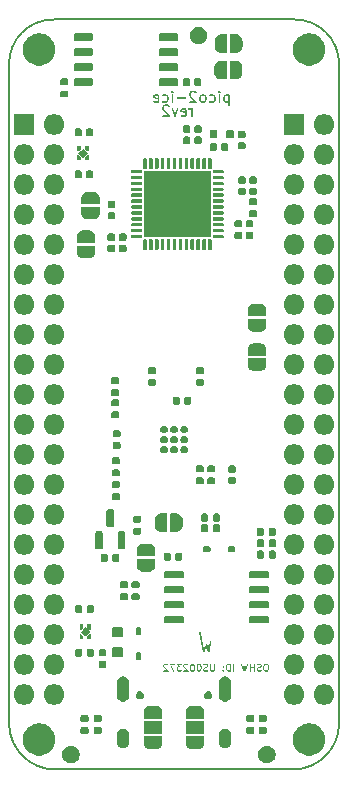
<source format=gbr>
%TF.GenerationSoftware,KiCad,Pcbnew,9.0.2*%
%TF.CreationDate,2025-05-14T22:05:17+05:30*%
%TF.ProjectId,pico2-ice,7069636f-322d-4696-9365-2e6b69636164,REV2*%
%TF.SameCoordinates,Original*%
%TF.FileFunction,Soldermask,Bot*%
%TF.FilePolarity,Negative*%
%FSLAX46Y46*%
G04 Gerber Fmt 4.6, Leading zero omitted, Abs format (unit mm)*
G04 Created by KiCad (PCBNEW 9.0.2) date 2025-05-14 22:05:17*
%MOMM*%
%LPD*%
G01*
G04 APERTURE LIST*
%TA.AperFunction,Profile*%
%ADD10C,0.127000*%
%TD*%
G04 APERTURE END LIST*
G36*
X63880432Y-132632295D02*
G01*
X64016266Y-132688559D01*
X64138513Y-132770242D01*
X64242476Y-132874205D01*
X64324159Y-132996452D01*
X64380423Y-133132286D01*
X64409107Y-133276487D01*
X64409107Y-133423513D01*
X64380423Y-133567714D01*
X64324159Y-133703548D01*
X64242476Y-133825795D01*
X64138513Y-133929758D01*
X64016266Y-134011441D01*
X63880432Y-134067705D01*
X63736231Y-134096389D01*
X63589205Y-134096389D01*
X63445004Y-134067705D01*
X63309170Y-134011441D01*
X63186923Y-133929758D01*
X63082960Y-133825795D01*
X63001277Y-133703548D01*
X62945013Y-133567714D01*
X62916329Y-133423513D01*
X62916329Y-133276487D01*
X62945013Y-133132286D01*
X63001277Y-132996452D01*
X63082960Y-132874205D01*
X63186923Y-132770242D01*
X63309170Y-132688559D01*
X63445004Y-132632295D01*
X63589205Y-132603611D01*
X63736231Y-132603611D01*
X63880432Y-132632295D01*
G37*
G36*
X80466632Y-132632295D02*
G01*
X80602466Y-132688559D01*
X80724713Y-132770242D01*
X80828676Y-132874205D01*
X80910359Y-132996452D01*
X80966623Y-133132286D01*
X80995307Y-133276487D01*
X80995307Y-133423513D01*
X80966623Y-133567714D01*
X80910359Y-133703548D01*
X80828676Y-133825795D01*
X80724713Y-133929758D01*
X80602466Y-134011441D01*
X80466632Y-134067705D01*
X80322431Y-134096389D01*
X80175405Y-134096389D01*
X80031204Y-134067705D01*
X79895370Y-134011441D01*
X79773123Y-133929758D01*
X79669160Y-133825795D01*
X79587477Y-133703548D01*
X79531213Y-133567714D01*
X79502529Y-133423513D01*
X79502529Y-133276487D01*
X79531213Y-133132286D01*
X79587477Y-132996452D01*
X79669160Y-132874205D01*
X79773123Y-132770242D01*
X79895370Y-132688559D01*
X80031204Y-132632295D01*
X80175405Y-132603611D01*
X80322431Y-132603611D01*
X80466632Y-132632295D01*
G37*
G36*
X61280987Y-130742991D02*
G01*
X61486190Y-130809666D01*
X61678436Y-130907620D01*
X61852991Y-131034442D01*
X62005558Y-131187009D01*
X62132380Y-131361564D01*
X62230334Y-131553810D01*
X62297009Y-131759013D01*
X62330761Y-131972119D01*
X62330761Y-132187881D01*
X62297009Y-132400987D01*
X62230334Y-132606190D01*
X62132380Y-132798436D01*
X62005558Y-132972991D01*
X61852991Y-133125558D01*
X61678436Y-133252380D01*
X61486190Y-133350334D01*
X61280987Y-133417009D01*
X61067881Y-133450761D01*
X60852119Y-133450761D01*
X60639013Y-133417009D01*
X60433810Y-133350334D01*
X60241564Y-133252380D01*
X60067009Y-133125558D01*
X59914442Y-132972991D01*
X59787620Y-132798436D01*
X59689666Y-132606190D01*
X59622991Y-132400987D01*
X59589239Y-132187881D01*
X59589239Y-131972119D01*
X59622991Y-131759013D01*
X59689666Y-131553810D01*
X59787620Y-131361564D01*
X59914442Y-131187009D01*
X60067009Y-131034442D01*
X60241564Y-130907620D01*
X60433810Y-130809666D01*
X60639013Y-130742991D01*
X60852119Y-130709239D01*
X61067881Y-130709239D01*
X61280987Y-130742991D01*
G37*
G36*
X84140987Y-130742991D02*
G01*
X84346190Y-130809666D01*
X84538436Y-130907620D01*
X84712991Y-131034442D01*
X84865558Y-131187009D01*
X84992380Y-131361564D01*
X85090334Y-131553810D01*
X85157009Y-131759013D01*
X85190761Y-131972119D01*
X85190761Y-132187881D01*
X85157009Y-132400987D01*
X85090334Y-132606190D01*
X84992380Y-132798436D01*
X84865558Y-132972991D01*
X84712991Y-133125558D01*
X84538436Y-133252380D01*
X84346190Y-133350334D01*
X84140987Y-133417009D01*
X83927881Y-133450761D01*
X83712119Y-133450761D01*
X83499013Y-133417009D01*
X83293810Y-133350334D01*
X83101564Y-133252380D01*
X82927009Y-133125558D01*
X82774442Y-132972991D01*
X82647620Y-132798436D01*
X82549666Y-132606190D01*
X82482991Y-132400987D01*
X82449239Y-132187881D01*
X82449239Y-131972119D01*
X82482991Y-131759013D01*
X82549666Y-131553810D01*
X82647620Y-131361564D01*
X82774442Y-131187009D01*
X82927009Y-131034442D01*
X83101564Y-130907620D01*
X83293810Y-130809666D01*
X83499013Y-130742991D01*
X83712119Y-130709239D01*
X83927881Y-130709239D01*
X84140987Y-130742991D01*
G37*
G36*
X71383213Y-131792787D02*
G01*
X71392000Y-131814000D01*
X71392000Y-132364000D01*
X71387722Y-132374327D01*
X71387722Y-132429263D01*
X71386700Y-132437027D01*
X71352918Y-132563106D01*
X71349921Y-132570342D01*
X71284658Y-132683381D01*
X71279890Y-132689594D01*
X71187594Y-132781890D01*
X71181381Y-132786658D01*
X71068342Y-132851921D01*
X71061106Y-132854918D01*
X70935027Y-132888700D01*
X70927263Y-132889722D01*
X70872328Y-132889722D01*
X70862000Y-132894000D01*
X70857028Y-132894000D01*
X70366972Y-132894000D01*
X70362000Y-132894000D01*
X70351672Y-132889722D01*
X70298375Y-132889722D01*
X70296737Y-132889722D01*
X70288973Y-132888700D01*
X70162894Y-132854918D01*
X70155658Y-132851921D01*
X70042619Y-132786658D01*
X70036406Y-132781890D01*
X69944110Y-132689594D01*
X69939342Y-132683381D01*
X69909847Y-132632295D01*
X69874897Y-132571759D01*
X69874896Y-132571758D01*
X69874079Y-132570342D01*
X69871082Y-132563106D01*
X69837300Y-132437027D01*
X69836278Y-132429263D01*
X69836278Y-132374327D01*
X69832000Y-132364000D01*
X69832000Y-131814000D01*
X69840787Y-131792787D01*
X69862000Y-131784000D01*
X71362000Y-131784000D01*
X71383213Y-131792787D01*
G37*
G36*
X74939213Y-131792787D02*
G01*
X74948000Y-131814000D01*
X74948000Y-132364000D01*
X74943722Y-132374327D01*
X74943722Y-132429263D01*
X74942700Y-132437027D01*
X74908918Y-132563106D01*
X74905921Y-132570342D01*
X74840658Y-132683381D01*
X74835890Y-132689594D01*
X74743594Y-132781890D01*
X74737381Y-132786658D01*
X74624342Y-132851921D01*
X74617106Y-132854918D01*
X74491027Y-132888700D01*
X74483263Y-132889722D01*
X74428328Y-132889722D01*
X74418000Y-132894000D01*
X74413028Y-132894000D01*
X73922972Y-132894000D01*
X73918000Y-132894000D01*
X73907672Y-132889722D01*
X73854375Y-132889722D01*
X73852737Y-132889722D01*
X73844973Y-132888700D01*
X73718894Y-132854918D01*
X73711658Y-132851921D01*
X73598619Y-132786658D01*
X73592406Y-132781890D01*
X73500110Y-132689594D01*
X73495342Y-132683381D01*
X73465847Y-132632295D01*
X73430897Y-132571759D01*
X73430896Y-132571758D01*
X73430079Y-132570342D01*
X73427082Y-132563106D01*
X73393300Y-132437027D01*
X73392278Y-132429263D01*
X73392278Y-132374327D01*
X73388000Y-132364000D01*
X73388000Y-131814000D01*
X73396787Y-131792787D01*
X73418000Y-131784000D01*
X74918000Y-131784000D01*
X74939213Y-131792787D01*
G37*
G36*
X68270909Y-131201963D02*
G01*
X68389600Y-131270489D01*
X68486511Y-131367400D01*
X68555037Y-131486091D01*
X68590509Y-131618474D01*
X68595000Y-131687000D01*
X68595000Y-132287000D01*
X68590509Y-132355526D01*
X68555037Y-132487909D01*
X68486511Y-132606600D01*
X68389600Y-132703511D01*
X68270909Y-132772037D01*
X68138526Y-132807509D01*
X68001474Y-132807509D01*
X67869091Y-132772037D01*
X67750400Y-132703511D01*
X67653489Y-132606600D01*
X67584963Y-132487909D01*
X67549491Y-132355526D01*
X67545000Y-132287000D01*
X67545000Y-131687000D01*
X67549491Y-131618474D01*
X67584963Y-131486091D01*
X67653489Y-131367400D01*
X67750400Y-131270489D01*
X67869091Y-131201963D01*
X68001474Y-131166491D01*
X68138526Y-131166491D01*
X68270909Y-131201963D01*
G37*
G36*
X76910909Y-131201963D02*
G01*
X77029600Y-131270489D01*
X77126511Y-131367400D01*
X77195037Y-131486091D01*
X77230509Y-131618474D01*
X77235000Y-131687000D01*
X77235000Y-132287000D01*
X77230509Y-132355526D01*
X77195037Y-132487909D01*
X77126511Y-132606600D01*
X77029600Y-132703511D01*
X76910909Y-132772037D01*
X76778526Y-132807509D01*
X76641474Y-132807509D01*
X76509091Y-132772037D01*
X76390400Y-132703511D01*
X76293489Y-132606600D01*
X76224963Y-132487909D01*
X76189491Y-132355526D01*
X76185000Y-132287000D01*
X76185000Y-131687000D01*
X76189491Y-131618474D01*
X76224963Y-131486091D01*
X76293489Y-131367400D01*
X76390400Y-131270489D01*
X76509091Y-131201963D01*
X76641474Y-131166491D01*
X76778526Y-131166491D01*
X76910909Y-131201963D01*
G37*
G36*
X65051947Y-131019850D02*
G01*
X65103855Y-131054534D01*
X65138539Y-131106442D01*
X65150718Y-131167671D01*
X65150718Y-131437671D01*
X65138539Y-131498900D01*
X65103855Y-131550808D01*
X65051947Y-131585492D01*
X64990718Y-131597671D01*
X64620718Y-131597671D01*
X64559489Y-131585492D01*
X64507581Y-131550808D01*
X64472897Y-131498900D01*
X64460718Y-131437671D01*
X64460718Y-131167671D01*
X64472897Y-131106442D01*
X64507581Y-131054534D01*
X64559489Y-131019850D01*
X64620718Y-131007671D01*
X64990718Y-131007671D01*
X65051947Y-131019850D01*
G37*
G36*
X66169547Y-131019850D02*
G01*
X66221455Y-131054534D01*
X66256139Y-131106442D01*
X66268318Y-131167671D01*
X66268318Y-131437671D01*
X66256139Y-131498900D01*
X66221455Y-131550808D01*
X66169547Y-131585492D01*
X66108318Y-131597671D01*
X65738318Y-131597671D01*
X65677089Y-131585492D01*
X65625181Y-131550808D01*
X65590497Y-131498900D01*
X65578318Y-131437671D01*
X65578318Y-131167671D01*
X65590497Y-131106442D01*
X65625181Y-131054534D01*
X65677089Y-131019850D01*
X65738318Y-131007671D01*
X66108318Y-131007671D01*
X66169547Y-131019850D01*
G37*
G36*
X79072747Y-131019850D02*
G01*
X79124655Y-131054534D01*
X79159339Y-131106442D01*
X79171518Y-131167671D01*
X79171518Y-131437671D01*
X79159339Y-131498900D01*
X79124655Y-131550808D01*
X79072747Y-131585492D01*
X79011518Y-131597671D01*
X78641518Y-131597671D01*
X78580289Y-131585492D01*
X78528381Y-131550808D01*
X78493697Y-131498900D01*
X78481518Y-131437671D01*
X78481518Y-131167671D01*
X78493697Y-131106442D01*
X78528381Y-131054534D01*
X78580289Y-131019850D01*
X78641518Y-131007671D01*
X79011518Y-131007671D01*
X79072747Y-131019850D01*
G37*
G36*
X80139547Y-131019850D02*
G01*
X80191455Y-131054534D01*
X80226139Y-131106442D01*
X80238318Y-131167671D01*
X80238318Y-131437671D01*
X80226139Y-131498900D01*
X80191455Y-131550808D01*
X80139547Y-131585492D01*
X80078318Y-131597671D01*
X79708318Y-131597671D01*
X79647089Y-131585492D01*
X79595181Y-131550808D01*
X79560497Y-131498900D01*
X79548318Y-131437671D01*
X79548318Y-131167671D01*
X79560497Y-131106442D01*
X79595181Y-131054534D01*
X79647089Y-131019850D01*
X79708318Y-131007671D01*
X80078318Y-131007671D01*
X80139547Y-131019850D01*
G37*
G36*
X71371567Y-130540903D02*
G01*
X71379678Y-130546322D01*
X71385097Y-130554433D01*
X71387000Y-130564000D01*
X71387000Y-131564000D01*
X71385097Y-131573567D01*
X71379678Y-131581678D01*
X71371567Y-131587097D01*
X71362000Y-131589000D01*
X69862000Y-131589000D01*
X69852433Y-131587097D01*
X69844322Y-131581678D01*
X69838903Y-131573567D01*
X69837000Y-131564000D01*
X69837000Y-130564000D01*
X69838903Y-130554433D01*
X69844322Y-130546322D01*
X69852433Y-130540903D01*
X69862000Y-130539000D01*
X71362000Y-130539000D01*
X71371567Y-130540903D01*
G37*
G36*
X74927567Y-130540903D02*
G01*
X74935678Y-130546322D01*
X74941097Y-130554433D01*
X74943000Y-130564000D01*
X74943000Y-131564000D01*
X74941097Y-131573567D01*
X74935678Y-131581678D01*
X74927567Y-131587097D01*
X74918000Y-131589000D01*
X73418000Y-131589000D01*
X73408433Y-131587097D01*
X73400322Y-131581678D01*
X73394903Y-131573567D01*
X73393000Y-131564000D01*
X73393000Y-130564000D01*
X73394903Y-130554433D01*
X73400322Y-130546322D01*
X73408433Y-130540903D01*
X73418000Y-130539000D01*
X74918000Y-130539000D01*
X74927567Y-130540903D01*
G37*
G36*
X65051947Y-129999850D02*
G01*
X65103855Y-130034534D01*
X65138539Y-130086442D01*
X65150718Y-130147671D01*
X65150718Y-130417671D01*
X65138539Y-130478900D01*
X65103855Y-130530808D01*
X65051947Y-130565492D01*
X64990718Y-130577671D01*
X64620718Y-130577671D01*
X64559489Y-130565492D01*
X64507581Y-130530808D01*
X64472897Y-130478900D01*
X64460718Y-130417671D01*
X64460718Y-130147671D01*
X64472897Y-130086442D01*
X64507581Y-130034534D01*
X64559489Y-129999850D01*
X64620718Y-129987671D01*
X64990718Y-129987671D01*
X65051947Y-129999850D01*
G37*
G36*
X66169547Y-129999850D02*
G01*
X66221455Y-130034534D01*
X66256139Y-130086442D01*
X66268318Y-130147671D01*
X66268318Y-130417671D01*
X66256139Y-130478900D01*
X66221455Y-130530808D01*
X66169547Y-130565492D01*
X66108318Y-130577671D01*
X65738318Y-130577671D01*
X65677089Y-130565492D01*
X65625181Y-130530808D01*
X65590497Y-130478900D01*
X65578318Y-130417671D01*
X65578318Y-130147671D01*
X65590497Y-130086442D01*
X65625181Y-130034534D01*
X65677089Y-129999850D01*
X65738318Y-129987671D01*
X66108318Y-129987671D01*
X66169547Y-129999850D01*
G37*
G36*
X79072747Y-129999850D02*
G01*
X79124655Y-130034534D01*
X79159339Y-130086442D01*
X79171518Y-130147671D01*
X79171518Y-130417671D01*
X79159339Y-130478900D01*
X79124655Y-130530808D01*
X79072747Y-130565492D01*
X79011518Y-130577671D01*
X78641518Y-130577671D01*
X78580289Y-130565492D01*
X78528381Y-130530808D01*
X78493697Y-130478900D01*
X78481518Y-130417671D01*
X78481518Y-130147671D01*
X78493697Y-130086442D01*
X78528381Y-130034534D01*
X78580289Y-129999850D01*
X78641518Y-129987671D01*
X79011518Y-129987671D01*
X79072747Y-129999850D01*
G37*
G36*
X80139547Y-129999850D02*
G01*
X80191455Y-130034534D01*
X80226139Y-130086442D01*
X80238318Y-130147671D01*
X80238318Y-130417671D01*
X80226139Y-130478900D01*
X80191455Y-130530808D01*
X80139547Y-130565492D01*
X80078318Y-130577671D01*
X79708318Y-130577671D01*
X79647089Y-130565492D01*
X79595181Y-130530808D01*
X79560497Y-130478900D01*
X79548318Y-130417671D01*
X79548318Y-130147671D01*
X79560497Y-130086442D01*
X79595181Y-130034534D01*
X79647089Y-129999850D01*
X79708318Y-129987671D01*
X80078318Y-129987671D01*
X80139547Y-129999850D01*
G37*
G36*
X70872328Y-129238278D02*
G01*
X70925625Y-129238278D01*
X70927263Y-129238278D01*
X70935027Y-129239300D01*
X70936608Y-129239723D01*
X70936610Y-129239724D01*
X71059524Y-129272658D01*
X71061106Y-129273082D01*
X71068342Y-129276079D01*
X71069758Y-129276896D01*
X71069759Y-129276897D01*
X71179958Y-129340520D01*
X71179960Y-129340521D01*
X71181381Y-129341342D01*
X71187594Y-129346110D01*
X71279890Y-129438406D01*
X71284658Y-129444619D01*
X71349921Y-129557658D01*
X71352918Y-129564894D01*
X71386700Y-129690973D01*
X71387722Y-129698737D01*
X71387722Y-129753672D01*
X71392000Y-129764000D01*
X71392000Y-130314000D01*
X71383213Y-130335213D01*
X71362000Y-130344000D01*
X71357027Y-130344000D01*
X69866973Y-130344000D01*
X69862000Y-130344000D01*
X69840787Y-130335213D01*
X69832000Y-130314000D01*
X69832000Y-129764000D01*
X69836278Y-129753672D01*
X69836278Y-129698737D01*
X69837300Y-129690973D01*
X69871082Y-129564894D01*
X69874079Y-129557658D01*
X69874895Y-129556244D01*
X69874897Y-129556240D01*
X69938520Y-129446041D01*
X69938524Y-129446035D01*
X69939342Y-129444619D01*
X69944110Y-129438406D01*
X69945265Y-129437250D01*
X69945269Y-129437246D01*
X70035246Y-129347269D01*
X70035250Y-129347265D01*
X70036406Y-129346110D01*
X70042619Y-129341342D01*
X70044035Y-129340524D01*
X70044041Y-129340520D01*
X70154240Y-129276897D01*
X70154244Y-129276895D01*
X70155658Y-129276079D01*
X70162894Y-129273082D01*
X70164472Y-129272659D01*
X70164475Y-129272658D01*
X70287389Y-129239724D01*
X70287392Y-129239723D01*
X70288973Y-129239300D01*
X70296737Y-129238278D01*
X70351672Y-129238278D01*
X70362000Y-129234000D01*
X70862000Y-129234000D01*
X70872328Y-129238278D01*
G37*
G36*
X74428328Y-129238278D02*
G01*
X74481625Y-129238278D01*
X74483263Y-129238278D01*
X74491027Y-129239300D01*
X74492608Y-129239723D01*
X74492610Y-129239724D01*
X74615524Y-129272658D01*
X74617106Y-129273082D01*
X74624342Y-129276079D01*
X74625758Y-129276896D01*
X74625759Y-129276897D01*
X74735958Y-129340520D01*
X74735960Y-129340521D01*
X74737381Y-129341342D01*
X74743594Y-129346110D01*
X74835890Y-129438406D01*
X74840658Y-129444619D01*
X74905921Y-129557658D01*
X74908918Y-129564894D01*
X74942700Y-129690973D01*
X74943722Y-129698737D01*
X74943722Y-129753672D01*
X74948000Y-129764000D01*
X74948000Y-130314000D01*
X74939213Y-130335213D01*
X74918000Y-130344000D01*
X74913027Y-130344000D01*
X73422973Y-130344000D01*
X73418000Y-130344000D01*
X73396787Y-130335213D01*
X73388000Y-130314000D01*
X73388000Y-129764000D01*
X73392278Y-129753672D01*
X73392278Y-129698737D01*
X73393300Y-129690973D01*
X73427082Y-129564894D01*
X73430079Y-129557658D01*
X73430895Y-129556244D01*
X73430897Y-129556240D01*
X73494520Y-129446041D01*
X73494524Y-129446035D01*
X73495342Y-129444619D01*
X73500110Y-129438406D01*
X73501265Y-129437250D01*
X73501269Y-129437246D01*
X73591246Y-129347269D01*
X73591250Y-129347265D01*
X73592406Y-129346110D01*
X73598619Y-129341342D01*
X73600035Y-129340524D01*
X73600041Y-129340520D01*
X73710240Y-129276897D01*
X73710244Y-129276895D01*
X73711658Y-129276079D01*
X73718894Y-129273082D01*
X73720472Y-129272659D01*
X73720475Y-129272658D01*
X73843389Y-129239724D01*
X73843392Y-129239723D01*
X73844973Y-129239300D01*
X73852737Y-129238278D01*
X73907672Y-129238278D01*
X73918000Y-129234000D01*
X74418000Y-129234000D01*
X74428328Y-129238278D01*
G37*
G36*
X59943999Y-127432677D02*
G01*
X60102472Y-127498319D01*
X60245094Y-127593616D01*
X60366384Y-127714906D01*
X60461681Y-127857528D01*
X60527323Y-128016001D01*
X60560787Y-128184235D01*
X60560787Y-128355765D01*
X60527323Y-128523999D01*
X60461681Y-128682472D01*
X60366384Y-128825094D01*
X60245094Y-128946384D01*
X60102472Y-129041681D01*
X59943999Y-129107323D01*
X59775765Y-129140787D01*
X59604235Y-129140787D01*
X59436001Y-129107323D01*
X59277528Y-129041681D01*
X59134906Y-128946384D01*
X59013616Y-128825094D01*
X58918319Y-128682472D01*
X58852677Y-128523999D01*
X58819213Y-128355765D01*
X58819213Y-128184235D01*
X58852677Y-128016001D01*
X58918319Y-127857528D01*
X59013616Y-127714906D01*
X59134906Y-127593616D01*
X59277528Y-127498319D01*
X59436001Y-127432677D01*
X59604235Y-127399213D01*
X59775765Y-127399213D01*
X59943999Y-127432677D01*
G37*
G36*
X62483999Y-127432677D02*
G01*
X62642472Y-127498319D01*
X62785094Y-127593616D01*
X62906384Y-127714906D01*
X63001681Y-127857528D01*
X63067323Y-128016001D01*
X63100787Y-128184235D01*
X63100787Y-128355765D01*
X63067323Y-128523999D01*
X63001681Y-128682472D01*
X62906384Y-128825094D01*
X62785094Y-128946384D01*
X62642472Y-129041681D01*
X62483999Y-129107323D01*
X62315765Y-129140787D01*
X62144235Y-129140787D01*
X61976001Y-129107323D01*
X61817528Y-129041681D01*
X61674906Y-128946384D01*
X61553616Y-128825094D01*
X61458319Y-128682472D01*
X61392677Y-128523999D01*
X61359213Y-128355765D01*
X61359213Y-128184235D01*
X61392677Y-128016001D01*
X61458319Y-127857528D01*
X61553616Y-127714906D01*
X61674906Y-127593616D01*
X61817528Y-127498319D01*
X61976001Y-127432677D01*
X62144235Y-127399213D01*
X62315765Y-127399213D01*
X62483999Y-127432677D01*
G37*
G36*
X82803999Y-127432677D02*
G01*
X82962472Y-127498319D01*
X83105094Y-127593616D01*
X83226384Y-127714906D01*
X83321681Y-127857528D01*
X83387323Y-128016001D01*
X83420787Y-128184235D01*
X83420787Y-128355765D01*
X83387323Y-128523999D01*
X83321681Y-128682472D01*
X83226384Y-128825094D01*
X83105094Y-128946384D01*
X82962472Y-129041681D01*
X82803999Y-129107323D01*
X82635765Y-129140787D01*
X82464235Y-129140787D01*
X82296001Y-129107323D01*
X82137528Y-129041681D01*
X81994906Y-128946384D01*
X81873616Y-128825094D01*
X81778319Y-128682472D01*
X81712677Y-128523999D01*
X81679213Y-128355765D01*
X81679213Y-128184235D01*
X81712677Y-128016001D01*
X81778319Y-127857528D01*
X81873616Y-127714906D01*
X81994906Y-127593616D01*
X82137528Y-127498319D01*
X82296001Y-127432677D01*
X82464235Y-127399213D01*
X82635765Y-127399213D01*
X82803999Y-127432677D01*
G37*
G36*
X85343999Y-127432677D02*
G01*
X85502472Y-127498319D01*
X85645094Y-127593616D01*
X85766384Y-127714906D01*
X85861681Y-127857528D01*
X85927323Y-128016001D01*
X85960787Y-128184235D01*
X85960787Y-128355765D01*
X85927323Y-128523999D01*
X85861681Y-128682472D01*
X85766384Y-128825094D01*
X85645094Y-128946384D01*
X85502472Y-129041681D01*
X85343999Y-129107323D01*
X85175765Y-129140787D01*
X85004235Y-129140787D01*
X84836001Y-129107323D01*
X84677528Y-129041681D01*
X84534906Y-128946384D01*
X84413616Y-128825094D01*
X84318319Y-128682472D01*
X84252677Y-128523999D01*
X84219213Y-128355765D01*
X84219213Y-128184235D01*
X84252677Y-128016001D01*
X84318319Y-127857528D01*
X84413616Y-127714906D01*
X84534906Y-127593616D01*
X84677528Y-127498319D01*
X84836001Y-127432677D01*
X85004235Y-127399213D01*
X85175765Y-127399213D01*
X85343999Y-127432677D01*
G37*
G36*
X68270909Y-126771963D02*
G01*
X68389600Y-126840489D01*
X68486511Y-126937400D01*
X68555037Y-127056091D01*
X68590509Y-127188474D01*
X68595000Y-127257000D01*
X68595000Y-128357000D01*
X68590509Y-128425526D01*
X68555037Y-128557909D01*
X68486511Y-128676600D01*
X68389600Y-128773511D01*
X68270909Y-128842037D01*
X68138526Y-128877509D01*
X68001474Y-128877509D01*
X67869091Y-128842037D01*
X67750400Y-128773511D01*
X67653489Y-128676600D01*
X67584963Y-128557909D01*
X67549491Y-128425526D01*
X67545000Y-128357000D01*
X67545000Y-127257000D01*
X67549491Y-127188474D01*
X67584963Y-127056091D01*
X67653489Y-126937400D01*
X67750400Y-126840489D01*
X67869091Y-126771963D01*
X68001474Y-126736491D01*
X68138526Y-126736491D01*
X68270909Y-126771963D01*
G37*
G36*
X76910909Y-126771963D02*
G01*
X77029600Y-126840489D01*
X77126511Y-126937400D01*
X77195037Y-127056091D01*
X77230509Y-127188474D01*
X77235000Y-127257000D01*
X77235000Y-128357000D01*
X77230509Y-128425526D01*
X77195037Y-128557909D01*
X77126511Y-128676600D01*
X77029600Y-128773511D01*
X76910909Y-128842037D01*
X76778526Y-128877509D01*
X76641474Y-128877509D01*
X76509091Y-128842037D01*
X76390400Y-128773511D01*
X76293489Y-128676600D01*
X76224963Y-128557909D01*
X76189491Y-128425526D01*
X76185000Y-128357000D01*
X76185000Y-127257000D01*
X76189491Y-127188474D01*
X76224963Y-127056091D01*
X76293489Y-126937400D01*
X76390400Y-126840489D01*
X76509091Y-126771963D01*
X76641474Y-126736491D01*
X76778526Y-126736491D01*
X76910909Y-126771963D01*
G37*
G36*
X69633939Y-128013642D02*
G01*
X69713067Y-128059326D01*
X69777674Y-128123933D01*
X69823358Y-128203061D01*
X69847006Y-128291316D01*
X69847006Y-128382684D01*
X69823358Y-128470939D01*
X69777674Y-128550067D01*
X69713067Y-128614674D01*
X69633939Y-128660358D01*
X69545684Y-128684006D01*
X69454316Y-128684006D01*
X69366061Y-128660358D01*
X69286933Y-128614674D01*
X69222326Y-128550067D01*
X69176642Y-128470939D01*
X69152994Y-128382684D01*
X69152994Y-128291316D01*
X69176642Y-128203061D01*
X69222326Y-128123933D01*
X69286933Y-128059326D01*
X69366061Y-128013642D01*
X69454316Y-127989994D01*
X69545684Y-127989994D01*
X69633939Y-128013642D01*
G37*
G36*
X75413939Y-128013642D02*
G01*
X75493067Y-128059326D01*
X75557674Y-128123933D01*
X75603358Y-128203061D01*
X75627006Y-128291316D01*
X75627006Y-128382684D01*
X75603358Y-128470939D01*
X75557674Y-128550067D01*
X75493067Y-128614674D01*
X75413939Y-128660358D01*
X75325684Y-128684006D01*
X75234316Y-128684006D01*
X75146061Y-128660358D01*
X75066933Y-128614674D01*
X75002326Y-128550067D01*
X74956642Y-128470939D01*
X74932994Y-128382684D01*
X74932994Y-128291316D01*
X74956642Y-128203061D01*
X75002326Y-128123933D01*
X75066933Y-128059326D01*
X75146061Y-128013642D01*
X75234316Y-127989994D01*
X75325684Y-127989994D01*
X75413939Y-128013642D01*
G37*
G36*
X59943999Y-124892677D02*
G01*
X60102472Y-124958319D01*
X60245094Y-125053616D01*
X60366384Y-125174906D01*
X60461681Y-125317528D01*
X60527323Y-125476001D01*
X60560787Y-125644235D01*
X60560787Y-125815765D01*
X60527323Y-125983999D01*
X60461681Y-126142472D01*
X60366384Y-126285094D01*
X60245094Y-126406384D01*
X60102472Y-126501681D01*
X59943999Y-126567323D01*
X59775765Y-126600787D01*
X59604235Y-126600787D01*
X59436001Y-126567323D01*
X59277528Y-126501681D01*
X59134906Y-126406384D01*
X59013616Y-126285094D01*
X58918319Y-126142472D01*
X58852677Y-125983999D01*
X58819213Y-125815765D01*
X58819213Y-125644235D01*
X58852677Y-125476001D01*
X58918319Y-125317528D01*
X59013616Y-125174906D01*
X59134906Y-125053616D01*
X59277528Y-124958319D01*
X59436001Y-124892677D01*
X59604235Y-124859213D01*
X59775765Y-124859213D01*
X59943999Y-124892677D01*
G37*
G36*
X62483999Y-124892677D02*
G01*
X62642472Y-124958319D01*
X62785094Y-125053616D01*
X62906384Y-125174906D01*
X63001681Y-125317528D01*
X63067323Y-125476001D01*
X63100787Y-125644235D01*
X63100787Y-125815765D01*
X63067323Y-125983999D01*
X63001681Y-126142472D01*
X62906384Y-126285094D01*
X62785094Y-126406384D01*
X62642472Y-126501681D01*
X62483999Y-126567323D01*
X62315765Y-126600787D01*
X62144235Y-126600787D01*
X61976001Y-126567323D01*
X61817528Y-126501681D01*
X61674906Y-126406384D01*
X61553616Y-126285094D01*
X61458319Y-126142472D01*
X61392677Y-125983999D01*
X61359213Y-125815765D01*
X61359213Y-125644235D01*
X61392677Y-125476001D01*
X61458319Y-125317528D01*
X61553616Y-125174906D01*
X61674906Y-125053616D01*
X61817528Y-124958319D01*
X61976001Y-124892677D01*
X62144235Y-124859213D01*
X62315765Y-124859213D01*
X62483999Y-124892677D01*
G37*
G36*
X82803999Y-124892677D02*
G01*
X82962472Y-124958319D01*
X83105094Y-125053616D01*
X83226384Y-125174906D01*
X83321681Y-125317528D01*
X83387323Y-125476001D01*
X83420787Y-125644235D01*
X83420787Y-125815765D01*
X83387323Y-125983999D01*
X83321681Y-126142472D01*
X83226384Y-126285094D01*
X83105094Y-126406384D01*
X82962472Y-126501681D01*
X82803999Y-126567323D01*
X82635765Y-126600787D01*
X82464235Y-126600787D01*
X82296001Y-126567323D01*
X82137528Y-126501681D01*
X81994906Y-126406384D01*
X81873616Y-126285094D01*
X81778319Y-126142472D01*
X81712677Y-125983999D01*
X81679213Y-125815765D01*
X81679213Y-125644235D01*
X81712677Y-125476001D01*
X81778319Y-125317528D01*
X81873616Y-125174906D01*
X81994906Y-125053616D01*
X82137528Y-124958319D01*
X82296001Y-124892677D01*
X82464235Y-124859213D01*
X82635765Y-124859213D01*
X82803999Y-124892677D01*
G37*
G36*
X85343999Y-124892677D02*
G01*
X85502472Y-124958319D01*
X85645094Y-125053616D01*
X85766384Y-125174906D01*
X85861681Y-125317528D01*
X85927323Y-125476001D01*
X85960787Y-125644235D01*
X85960787Y-125815765D01*
X85927323Y-125983999D01*
X85861681Y-126142472D01*
X85766384Y-126285094D01*
X85645094Y-126406384D01*
X85502472Y-126501681D01*
X85343999Y-126567323D01*
X85175765Y-126600787D01*
X85004235Y-126600787D01*
X84836001Y-126567323D01*
X84677528Y-126501681D01*
X84534906Y-126406384D01*
X84413616Y-126285094D01*
X84318319Y-126142472D01*
X84252677Y-125983999D01*
X84219213Y-125815765D01*
X84219213Y-125644235D01*
X84252677Y-125476001D01*
X84318319Y-125317528D01*
X84413616Y-125174906D01*
X84534906Y-125053616D01*
X84677528Y-124958319D01*
X84836001Y-124892677D01*
X85004235Y-124859213D01*
X85175765Y-124859213D01*
X85343999Y-124892677D01*
G37*
G36*
X71785150Y-125651352D02*
G01*
X71786338Y-125651588D01*
X71788330Y-125651535D01*
X71791902Y-125652513D01*
X71791904Y-125652513D01*
X71793921Y-125653065D01*
X71794768Y-125653265D01*
X71800457Y-125654397D01*
X71802215Y-125655336D01*
X71803384Y-125655657D01*
X71804299Y-125656007D01*
X71808687Y-125658201D01*
X71808688Y-125658201D01*
X71846988Y-125677352D01*
X71860488Y-125684102D01*
X71861318Y-125684624D01*
X71865894Y-125688175D01*
X71866598Y-125688683D01*
X71868253Y-125689789D01*
X71868736Y-125690112D01*
X71871426Y-125691909D01*
X71872183Y-125692530D01*
X71900279Y-125720625D01*
X71900901Y-125721383D01*
X71909572Y-125734360D01*
X71910415Y-125737138D01*
X71910415Y-125767753D01*
X71908951Y-125771288D01*
X71887304Y-125792936D01*
X71883768Y-125794401D01*
X71878796Y-125794401D01*
X71856862Y-125794401D01*
X71853153Y-125794401D01*
X71850375Y-125793558D01*
X71837398Y-125784888D01*
X71836641Y-125784267D01*
X71815150Y-125762777D01*
X71811881Y-125760421D01*
X71776225Y-125742593D01*
X71770560Y-125741256D01*
X71657311Y-125741256D01*
X71651646Y-125742592D01*
X71615987Y-125760420D01*
X71612720Y-125762776D01*
X71597837Y-125777659D01*
X71595481Y-125780926D01*
X71577654Y-125816582D01*
X71576317Y-125822247D01*
X71576317Y-125855483D01*
X71576963Y-125859461D01*
X71597798Y-125921970D01*
X71600855Y-125926916D01*
X71928375Y-126254436D01*
X71928996Y-126255194D01*
X71929676Y-126256212D01*
X71929686Y-126256224D01*
X71935605Y-126265082D01*
X71935606Y-126265086D01*
X71937667Y-126268170D01*
X71938510Y-126270948D01*
X71938510Y-126301563D01*
X71937046Y-126305099D01*
X71915398Y-126326747D01*
X71912838Y-126328115D01*
X71897531Y-126331160D01*
X71896555Y-126331256D01*
X71895329Y-126331256D01*
X71532543Y-126331256D01*
X71531317Y-126331256D01*
X71530341Y-126331160D01*
X71515034Y-126328115D01*
X71512474Y-126326747D01*
X71490826Y-126305099D01*
X71489362Y-126301563D01*
X71489362Y-126270949D01*
X71490826Y-126267413D01*
X71512474Y-126245765D01*
X71515034Y-126244397D01*
X71526226Y-126242170D01*
X71529144Y-126241590D01*
X71529145Y-126241589D01*
X71530341Y-126241352D01*
X71531317Y-126241256D01*
X71744268Y-126241256D01*
X71757051Y-126210392D01*
X71527592Y-125980933D01*
X71526971Y-125980175D01*
X71526296Y-125979165D01*
X71524850Y-125977796D01*
X71521970Y-125972746D01*
X71521531Y-125972035D01*
X71518300Y-125967198D01*
X71517721Y-125965290D01*
X71517121Y-125964238D01*
X71516722Y-125963343D01*
X71515162Y-125958665D01*
X71515161Y-125958665D01*
X71489014Y-125880223D01*
X71489010Y-125880207D01*
X71488627Y-125879057D01*
X71488409Y-125878102D01*
X71487682Y-125872345D01*
X71487543Y-125871489D01*
X71486653Y-125867012D01*
X71486652Y-125867006D01*
X71486413Y-125865802D01*
X71486317Y-125864827D01*
X71486317Y-125808637D01*
X71486413Y-125807664D01*
X71486648Y-125806475D01*
X71486595Y-125804482D01*
X71488126Y-125798887D01*
X71488326Y-125798042D01*
X71488390Y-125797722D01*
X71489458Y-125792354D01*
X71490396Y-125790596D01*
X71490718Y-125789426D01*
X71491068Y-125788513D01*
X71493267Y-125784114D01*
X71518616Y-125733414D01*
X71518620Y-125733406D01*
X71519163Y-125732322D01*
X71519685Y-125731493D01*
X71520435Y-125730526D01*
X71520436Y-125730524D01*
X71523230Y-125726922D01*
X71523744Y-125726209D01*
X71526289Y-125722402D01*
X71526292Y-125722397D01*
X71526971Y-125721383D01*
X71527592Y-125720627D01*
X71528452Y-125719766D01*
X71528457Y-125719761D01*
X71554818Y-125693399D01*
X71554825Y-125693393D01*
X71555686Y-125692532D01*
X71556444Y-125691910D01*
X71557456Y-125691233D01*
X71557464Y-125691227D01*
X71561269Y-125688683D01*
X71561983Y-125688169D01*
X71565588Y-125685373D01*
X71565590Y-125685371D01*
X71566554Y-125684624D01*
X71567383Y-125684102D01*
X71568465Y-125683560D01*
X71568473Y-125683556D01*
X71619160Y-125658213D01*
X71619161Y-125658213D01*
X71623574Y-125656007D01*
X71624487Y-125655657D01*
X71625657Y-125655335D01*
X71627415Y-125654397D01*
X71631038Y-125653675D01*
X71631043Y-125653673D01*
X71633101Y-125653264D01*
X71633953Y-125653063D01*
X71639542Y-125651534D01*
X71641531Y-125651588D01*
X71642723Y-125651352D01*
X71643698Y-125651256D01*
X71784174Y-125651256D01*
X71785150Y-125651352D01*
G37*
G36*
X73021341Y-125651352D02*
G01*
X73036648Y-125654397D01*
X73039208Y-125655765D01*
X73060856Y-125677413D01*
X73062320Y-125680949D01*
X73062320Y-125711563D01*
X73060856Y-125715099D01*
X73039208Y-125736747D01*
X73036648Y-125738115D01*
X73021341Y-125741160D01*
X73020365Y-125741256D01*
X73019139Y-125741256D01*
X72793279Y-125741256D01*
X72779967Y-125770594D01*
X72787411Y-125779102D01*
X72885659Y-125891385D01*
X72886229Y-125892183D01*
X72891572Y-125901463D01*
X72892284Y-125902175D01*
X72893075Y-125904086D01*
X72893081Y-125904083D01*
X72894017Y-125905709D01*
X72894673Y-125908536D01*
X72894362Y-125913202D01*
X72893776Y-125922002D01*
X72893748Y-125922834D01*
X72893748Y-125936325D01*
X72892642Y-125938994D01*
X72892637Y-125939080D01*
X72892453Y-125939450D01*
X72892284Y-125939861D01*
X72892282Y-125939862D01*
X72892220Y-125939923D01*
X72890942Y-125942511D01*
X72890940Y-125942513D01*
X72883395Y-125949113D01*
X72880781Y-125951400D01*
X72880171Y-125951970D01*
X72870636Y-125961508D01*
X72868075Y-125962877D01*
X72866234Y-125963243D01*
X72866232Y-125963236D01*
X72864277Y-125963898D01*
X72864274Y-125963898D01*
X72863276Y-125963831D01*
X72852769Y-125965922D01*
X72851793Y-125966018D01*
X72850569Y-125966018D01*
X72781121Y-125966018D01*
X72775456Y-125967354D01*
X72739797Y-125985182D01*
X72736530Y-125987538D01*
X72721647Y-126002421D01*
X72719291Y-126005688D01*
X72701464Y-126041344D01*
X72700127Y-126047009D01*
X72700127Y-126160261D01*
X72701464Y-126165926D01*
X72702003Y-126167003D01*
X72703650Y-126170297D01*
X72705927Y-126174851D01*
X72706274Y-126175545D01*
X72706521Y-126176039D01*
X72706880Y-126176757D01*
X72709231Y-126181459D01*
X72709304Y-126181605D01*
X72709309Y-126181615D01*
X72710312Y-126183621D01*
X72710521Y-126184039D01*
X72711358Y-126185713D01*
X72711761Y-126186519D01*
X72712978Y-126188953D01*
X72713143Y-126189283D01*
X72713580Y-126190157D01*
X72713671Y-126190339D01*
X72714008Y-126191013D01*
X72715043Y-126193083D01*
X72716052Y-126195101D01*
X72716973Y-126196943D01*
X72717696Y-126198389D01*
X72718057Y-126199111D01*
X72719292Y-126201582D01*
X72721649Y-126204851D01*
X72736530Y-126219734D01*
X72739801Y-126222092D01*
X72775456Y-126239919D01*
X72781121Y-126241256D01*
X72922466Y-126241256D01*
X72928131Y-126239919D01*
X72963787Y-126222091D01*
X72967049Y-126219739D01*
X72988544Y-126198245D01*
X72989302Y-126197624D01*
X72990321Y-126196943D01*
X72999194Y-126191013D01*
X72999197Y-126191011D01*
X73002279Y-126188953D01*
X73005057Y-126188110D01*
X73035672Y-126188110D01*
X73039207Y-126189574D01*
X73060855Y-126211221D01*
X73062320Y-126214757D01*
X73062320Y-126245372D01*
X73061477Y-126248150D01*
X73052807Y-126261127D01*
X73052186Y-126261884D01*
X73024091Y-126289980D01*
X73023332Y-126290603D01*
X73018504Y-126293827D01*
X73017807Y-126294329D01*
X73013224Y-126297888D01*
X73012394Y-126298410D01*
X72956203Y-126326505D01*
X72955287Y-126326856D01*
X72954115Y-126327176D01*
X72952361Y-126328115D01*
X72946656Y-126329248D01*
X72945838Y-126329442D01*
X72940235Y-126330977D01*
X72938246Y-126330922D01*
X72937055Y-126331160D01*
X72936079Y-126331256D01*
X72931171Y-126331256D01*
X72772390Y-126331256D01*
X72767508Y-126331256D01*
X72766530Y-126331159D01*
X72765342Y-126330922D01*
X72763351Y-126330977D01*
X72759769Y-126329996D01*
X72759374Y-126329888D01*
X72757772Y-126329449D01*
X72756905Y-126329245D01*
X72754861Y-126328838D01*
X72751226Y-126328115D01*
X72749463Y-126327173D01*
X72748300Y-126326855D01*
X72747384Y-126326505D01*
X72691193Y-126298410D01*
X72690363Y-126297888D01*
X72685775Y-126294327D01*
X72685078Y-126293825D01*
X72680254Y-126290602D01*
X72679496Y-126289980D01*
X72651401Y-126261884D01*
X72650780Y-126261127D01*
X72647557Y-126256303D01*
X72647041Y-126255588D01*
X72643495Y-126251019D01*
X72642973Y-126250189D01*
X72628924Y-126222092D01*
X72617072Y-126198389D01*
X72617072Y-126198388D01*
X72614878Y-126194000D01*
X72614528Y-126193085D01*
X72614207Y-126191916D01*
X72613268Y-126190158D01*
X72612136Y-126184469D01*
X72611936Y-126183622D01*
X72611384Y-126181605D01*
X72611384Y-126181603D01*
X72610406Y-126178031D01*
X72610459Y-126176039D01*
X72610223Y-126174851D01*
X72610127Y-126173875D01*
X72610127Y-126033399D01*
X72610223Y-126032426D01*
X72610458Y-126031237D01*
X72610405Y-126029244D01*
X72611936Y-126023649D01*
X72612136Y-126022804D01*
X72612545Y-126020746D01*
X72612545Y-126020744D01*
X72613268Y-126017116D01*
X72614206Y-126015358D01*
X72614528Y-126014188D01*
X72614878Y-126013275D01*
X72617436Y-126008158D01*
X72642426Y-125958176D01*
X72642430Y-125958168D01*
X72642973Y-125957084D01*
X72643495Y-125956255D01*
X72644243Y-125955290D01*
X72644246Y-125955286D01*
X72647040Y-125951684D01*
X72647554Y-125950971D01*
X72650099Y-125947164D01*
X72650102Y-125947159D01*
X72650781Y-125946145D01*
X72651402Y-125945389D01*
X72652262Y-125944528D01*
X72652267Y-125944523D01*
X72678628Y-125918161D01*
X72678633Y-125918156D01*
X72679496Y-125917294D01*
X72680254Y-125916672D01*
X72681266Y-125915995D01*
X72681274Y-125915989D01*
X72685079Y-125913445D01*
X72685793Y-125912931D01*
X72689398Y-125910135D01*
X72689400Y-125910133D01*
X72690364Y-125909386D01*
X72691193Y-125908864D01*
X72692275Y-125908322D01*
X72692283Y-125908318D01*
X72735960Y-125886479D01*
X72740697Y-125862387D01*
X72738540Y-125859922D01*
X72621261Y-125725889D01*
X72620691Y-125725091D01*
X72615346Y-125715809D01*
X72614636Y-125715099D01*
X72613845Y-125713188D01*
X72613839Y-125713192D01*
X72612903Y-125711567D01*
X72612247Y-125708738D01*
X72612498Y-125704959D01*
X72612498Y-125704958D01*
X72613144Y-125695269D01*
X72613172Y-125694438D01*
X72613172Y-125685917D01*
X72613172Y-125680949D01*
X72614276Y-125678279D01*
X72614283Y-125678190D01*
X72614474Y-125677803D01*
X72614635Y-125677415D01*
X72614697Y-125677352D01*
X72615979Y-125674761D01*
X72626148Y-125665861D01*
X72626743Y-125665305D01*
X72633628Y-125658421D01*
X72633628Y-125658420D01*
X72636285Y-125655765D01*
X72638842Y-125654398D01*
X72640682Y-125654031D01*
X72640683Y-125654037D01*
X72642643Y-125653376D01*
X72643641Y-125653442D01*
X72654152Y-125651352D01*
X72655127Y-125651256D01*
X73020365Y-125651256D01*
X73021341Y-125651352D01*
G37*
G36*
X73470865Y-125651352D02*
G01*
X73472053Y-125651588D01*
X73474045Y-125651535D01*
X73477617Y-125652513D01*
X73477619Y-125652513D01*
X73479636Y-125653065D01*
X73480483Y-125653265D01*
X73486172Y-125654397D01*
X73487930Y-125655336D01*
X73489099Y-125655657D01*
X73490014Y-125656007D01*
X73494402Y-125658201D01*
X73494403Y-125658201D01*
X73532703Y-125677352D01*
X73546203Y-125684102D01*
X73547033Y-125684624D01*
X73551609Y-125688175D01*
X73552313Y-125688683D01*
X73553968Y-125689789D01*
X73554451Y-125690112D01*
X73557141Y-125691909D01*
X73557898Y-125692530D01*
X73585994Y-125720625D01*
X73586616Y-125721383D01*
X73595287Y-125734360D01*
X73596130Y-125737138D01*
X73596130Y-125767753D01*
X73594666Y-125771288D01*
X73573019Y-125792936D01*
X73569483Y-125794401D01*
X73564511Y-125794401D01*
X73542577Y-125794401D01*
X73538868Y-125794401D01*
X73536090Y-125793558D01*
X73523113Y-125784888D01*
X73522356Y-125784267D01*
X73500865Y-125762777D01*
X73497596Y-125760421D01*
X73461940Y-125742593D01*
X73456275Y-125741256D01*
X73343026Y-125741256D01*
X73337361Y-125742592D01*
X73301702Y-125760420D01*
X73298435Y-125762776D01*
X73283552Y-125777659D01*
X73281196Y-125780926D01*
X73263369Y-125816582D01*
X73262032Y-125822247D01*
X73262032Y-125855483D01*
X73262678Y-125859461D01*
X73283513Y-125921970D01*
X73286570Y-125926916D01*
X73614090Y-126254436D01*
X73614711Y-126255194D01*
X73615391Y-126256212D01*
X73615401Y-126256224D01*
X73621320Y-126265082D01*
X73621321Y-126265086D01*
X73623382Y-126268170D01*
X73624225Y-126270948D01*
X73624225Y-126301563D01*
X73622761Y-126305099D01*
X73601113Y-126326747D01*
X73598553Y-126328115D01*
X73583246Y-126331160D01*
X73582270Y-126331256D01*
X73581044Y-126331256D01*
X73218258Y-126331256D01*
X73217032Y-126331256D01*
X73216056Y-126331160D01*
X73200749Y-126328115D01*
X73198189Y-126326747D01*
X73176541Y-126305099D01*
X73175077Y-126301563D01*
X73175077Y-126270949D01*
X73176541Y-126267413D01*
X73198189Y-126245765D01*
X73200749Y-126244397D01*
X73211941Y-126242170D01*
X73214859Y-126241590D01*
X73214860Y-126241589D01*
X73216056Y-126241352D01*
X73217032Y-126241256D01*
X73429983Y-126241256D01*
X73442766Y-126210392D01*
X73213307Y-125980933D01*
X73212686Y-125980175D01*
X73212011Y-125979165D01*
X73210565Y-125977796D01*
X73207685Y-125972746D01*
X73207246Y-125972035D01*
X73204015Y-125967198D01*
X73203436Y-125965290D01*
X73202836Y-125964238D01*
X73202437Y-125963343D01*
X73200877Y-125958665D01*
X73200876Y-125958665D01*
X73174729Y-125880223D01*
X73174725Y-125880207D01*
X73174342Y-125879057D01*
X73174124Y-125878102D01*
X73173397Y-125872345D01*
X73173258Y-125871489D01*
X73172368Y-125867012D01*
X73172367Y-125867006D01*
X73172128Y-125865802D01*
X73172032Y-125864827D01*
X73172032Y-125808637D01*
X73172128Y-125807664D01*
X73172363Y-125806475D01*
X73172310Y-125804482D01*
X73173841Y-125798887D01*
X73174041Y-125798042D01*
X73174105Y-125797722D01*
X73175173Y-125792354D01*
X73176111Y-125790596D01*
X73176433Y-125789426D01*
X73176783Y-125788513D01*
X73178982Y-125784114D01*
X73204331Y-125733414D01*
X73204335Y-125733406D01*
X73204878Y-125732322D01*
X73205400Y-125731493D01*
X73206150Y-125730526D01*
X73206151Y-125730524D01*
X73208945Y-125726922D01*
X73209459Y-125726209D01*
X73212004Y-125722402D01*
X73212007Y-125722397D01*
X73212686Y-125721383D01*
X73213307Y-125720627D01*
X73214167Y-125719766D01*
X73214172Y-125719761D01*
X73240533Y-125693399D01*
X73240540Y-125693393D01*
X73241401Y-125692532D01*
X73242159Y-125691910D01*
X73243171Y-125691233D01*
X73243179Y-125691227D01*
X73246984Y-125688683D01*
X73247698Y-125688169D01*
X73251303Y-125685373D01*
X73251305Y-125685371D01*
X73252269Y-125684624D01*
X73253098Y-125684102D01*
X73254180Y-125683560D01*
X73254188Y-125683556D01*
X73304875Y-125658213D01*
X73304876Y-125658213D01*
X73309289Y-125656007D01*
X73310202Y-125655657D01*
X73311372Y-125655335D01*
X73313130Y-125654397D01*
X73316753Y-125653675D01*
X73316758Y-125653673D01*
X73318816Y-125653264D01*
X73319668Y-125653063D01*
X73325257Y-125651534D01*
X73327246Y-125651588D01*
X73328438Y-125651352D01*
X73329413Y-125651256D01*
X73469889Y-125651256D01*
X73470865Y-125651352D01*
G37*
G36*
X73976576Y-125651352D02*
G01*
X73977763Y-125651587D01*
X73979758Y-125651534D01*
X73985359Y-125653067D01*
X73986194Y-125653264D01*
X73986614Y-125653348D01*
X73988249Y-125653673D01*
X73991886Y-125654397D01*
X73993644Y-125655336D01*
X73994813Y-125655657D01*
X73995727Y-125656007D01*
X74051918Y-125684102D01*
X74052747Y-125684624D01*
X74053712Y-125685373D01*
X74053718Y-125685377D01*
X74057320Y-125688172D01*
X74058037Y-125688688D01*
X74061835Y-125691227D01*
X74061839Y-125691230D01*
X74062856Y-125691910D01*
X74063613Y-125692531D01*
X74091708Y-125720625D01*
X74092330Y-125721383D01*
X74095554Y-125726209D01*
X74096055Y-125726904D01*
X74099616Y-125731492D01*
X74100138Y-125732322D01*
X74128233Y-125788513D01*
X74128583Y-125789429D01*
X74128904Y-125790603D01*
X74129333Y-125792168D01*
X74130090Y-125794215D01*
X74131311Y-125796799D01*
X74131641Y-125797722D01*
X74159737Y-125910103D01*
X74159880Y-125911073D01*
X74159983Y-125913202D01*
X74160055Y-125914672D01*
X74160281Y-125916507D01*
X74160437Y-125917292D01*
X74160984Y-125920043D01*
X74161080Y-125921018D01*
X74161080Y-126061494D01*
X74160984Y-126062470D01*
X74160354Y-126065630D01*
X74160282Y-126065995D01*
X74160055Y-126067834D01*
X74159981Y-126069347D01*
X74159880Y-126071439D01*
X74159737Y-126072409D01*
X74131641Y-126184790D01*
X74131310Y-126185714D01*
X74130396Y-126187646D01*
X74130093Y-126188288D01*
X74129337Y-126190330D01*
X74128584Y-126193084D01*
X74128233Y-126194000D01*
X74100138Y-126250190D01*
X74099615Y-126251020D01*
X74097636Y-126253568D01*
X74096068Y-126255588D01*
X74095545Y-126256314D01*
X74092332Y-126261126D01*
X74091710Y-126261884D01*
X74063615Y-126289980D01*
X74062856Y-126290603D01*
X74058028Y-126293827D01*
X74057331Y-126294329D01*
X74052748Y-126297888D01*
X74051918Y-126298410D01*
X73995727Y-126326505D01*
X73994811Y-126326856D01*
X73993639Y-126327176D01*
X73991885Y-126328115D01*
X73986180Y-126329248D01*
X73985362Y-126329442D01*
X73979759Y-126330977D01*
X73977770Y-126330922D01*
X73976579Y-126331160D01*
X73975603Y-126331256D01*
X73970695Y-126331256D01*
X73924295Y-126331256D01*
X73919413Y-126331256D01*
X73918435Y-126331159D01*
X73917247Y-126330922D01*
X73915256Y-126330977D01*
X73911674Y-126329996D01*
X73911279Y-126329888D01*
X73909677Y-126329449D01*
X73908810Y-126329245D01*
X73906766Y-126328838D01*
X73903131Y-126328115D01*
X73901368Y-126327173D01*
X73900205Y-126326855D01*
X73899289Y-126326505D01*
X73843098Y-126298410D01*
X73842268Y-126297888D01*
X73837680Y-126294327D01*
X73836983Y-126293825D01*
X73832159Y-126290602D01*
X73831401Y-126289980D01*
X73803306Y-126261884D01*
X73802685Y-126261127D01*
X73799462Y-126256303D01*
X73798946Y-126255588D01*
X73795400Y-126251019D01*
X73794878Y-126250189D01*
X73766783Y-126194000D01*
X73766433Y-126193085D01*
X73766108Y-126191899D01*
X73766106Y-126191894D01*
X73765677Y-126190330D01*
X73764924Y-126188296D01*
X73764233Y-126186833D01*
X73764228Y-126186820D01*
X73763705Y-126185713D01*
X73763375Y-126184790D01*
X73735280Y-126072408D01*
X73735137Y-126071439D01*
X73735077Y-126070213D01*
X73735076Y-126070208D01*
X73734960Y-126067829D01*
X73734736Y-126066008D01*
X73734273Y-126063677D01*
X73734272Y-126063671D01*
X73734033Y-126062469D01*
X73733937Y-126061494D01*
X73733937Y-125928100D01*
X73823937Y-125928100D01*
X73823937Y-126054410D01*
X73824311Y-126057451D01*
X73849156Y-126156834D01*
X73850105Y-126159398D01*
X73871197Y-126201582D01*
X73873554Y-126204851D01*
X73888435Y-126219734D01*
X73891706Y-126222092D01*
X73927361Y-126239919D01*
X73933026Y-126241256D01*
X73961990Y-126241256D01*
X73967656Y-126239918D01*
X74003309Y-126222091D01*
X74006578Y-126219735D01*
X74021461Y-126204852D01*
X74023817Y-126201583D01*
X74044909Y-126159400D01*
X74045855Y-126156843D01*
X74070705Y-126057447D01*
X74071080Y-126054407D01*
X74071080Y-125928103D01*
X74070705Y-125925060D01*
X74070704Y-125925057D01*
X74045854Y-125825662D01*
X74044909Y-125823109D01*
X74023817Y-125780927D01*
X74021461Y-125777658D01*
X74006579Y-125762776D01*
X74003311Y-125760420D01*
X73967654Y-125742592D01*
X73961991Y-125741256D01*
X73933026Y-125741256D01*
X73927361Y-125742592D01*
X73891702Y-125760420D01*
X73888436Y-125762775D01*
X73873551Y-125777659D01*
X73871195Y-125780928D01*
X73850105Y-125823110D01*
X73849156Y-125825673D01*
X73824312Y-125925057D01*
X73823937Y-125928100D01*
X73733937Y-125928100D01*
X73733937Y-125921018D01*
X73734033Y-125920044D01*
X73734270Y-125918846D01*
X73734272Y-125918833D01*
X73734736Y-125916498D01*
X73734961Y-125914672D01*
X73735076Y-125912303D01*
X73735077Y-125912296D01*
X73735137Y-125911073D01*
X73735280Y-125910104D01*
X73763375Y-125797722D01*
X73763705Y-125796800D01*
X73764225Y-125795695D01*
X73764232Y-125795679D01*
X73764928Y-125794203D01*
X73765676Y-125792181D01*
X73766105Y-125790618D01*
X73766109Y-125790606D01*
X73766433Y-125789427D01*
X73766783Y-125788513D01*
X73767329Y-125787420D01*
X73767330Y-125787417D01*
X73794331Y-125733414D01*
X73794335Y-125733406D01*
X73794878Y-125732322D01*
X73795400Y-125731493D01*
X73796150Y-125730526D01*
X73796151Y-125730524D01*
X73798945Y-125726922D01*
X73799459Y-125726209D01*
X73802004Y-125722402D01*
X73802007Y-125722397D01*
X73802686Y-125721383D01*
X73803307Y-125720627D01*
X73804167Y-125719766D01*
X73804172Y-125719761D01*
X73830533Y-125693399D01*
X73830540Y-125693393D01*
X73831401Y-125692532D01*
X73832159Y-125691910D01*
X73833171Y-125691233D01*
X73833179Y-125691227D01*
X73836984Y-125688683D01*
X73837698Y-125688169D01*
X73841303Y-125685373D01*
X73841305Y-125685371D01*
X73842269Y-125684624D01*
X73843098Y-125684102D01*
X73844180Y-125683560D01*
X73844188Y-125683556D01*
X73894875Y-125658213D01*
X73894876Y-125658213D01*
X73899289Y-125656007D01*
X73900202Y-125655657D01*
X73901372Y-125655335D01*
X73903130Y-125654397D01*
X73906753Y-125653675D01*
X73906758Y-125653673D01*
X73908816Y-125653264D01*
X73909668Y-125653063D01*
X73915257Y-125651534D01*
X73917246Y-125651588D01*
X73918438Y-125651352D01*
X73919413Y-125651256D01*
X73975603Y-125651256D01*
X73976576Y-125651352D01*
G37*
G36*
X74538481Y-125651352D02*
G01*
X74539668Y-125651587D01*
X74541663Y-125651534D01*
X74547264Y-125653067D01*
X74548099Y-125653264D01*
X74548519Y-125653348D01*
X74550154Y-125653673D01*
X74553791Y-125654397D01*
X74555549Y-125655336D01*
X74556718Y-125655657D01*
X74557632Y-125656007D01*
X74613823Y-125684102D01*
X74614652Y-125684624D01*
X74615617Y-125685373D01*
X74615623Y-125685377D01*
X74619225Y-125688172D01*
X74619942Y-125688688D01*
X74623740Y-125691227D01*
X74623744Y-125691230D01*
X74624761Y-125691910D01*
X74625518Y-125692531D01*
X74653613Y-125720625D01*
X74654235Y-125721383D01*
X74657459Y-125726209D01*
X74657960Y-125726904D01*
X74661521Y-125731492D01*
X74662043Y-125732322D01*
X74690138Y-125788513D01*
X74690488Y-125789429D01*
X74690809Y-125790603D01*
X74691238Y-125792168D01*
X74691995Y-125794215D01*
X74693216Y-125796799D01*
X74693546Y-125797722D01*
X74721642Y-125910103D01*
X74721785Y-125911073D01*
X74721888Y-125913202D01*
X74721960Y-125914672D01*
X74722186Y-125916507D01*
X74722342Y-125917292D01*
X74722889Y-125920043D01*
X74722985Y-125921018D01*
X74722985Y-126061494D01*
X74722889Y-126062470D01*
X74722259Y-126065630D01*
X74722187Y-126065995D01*
X74721960Y-126067834D01*
X74721886Y-126069347D01*
X74721785Y-126071439D01*
X74721642Y-126072409D01*
X74693546Y-126184790D01*
X74693215Y-126185714D01*
X74692301Y-126187646D01*
X74691998Y-126188288D01*
X74691242Y-126190330D01*
X74690489Y-126193084D01*
X74690138Y-126194000D01*
X74662043Y-126250190D01*
X74661520Y-126251020D01*
X74659541Y-126253568D01*
X74657973Y-126255588D01*
X74657450Y-126256314D01*
X74654237Y-126261126D01*
X74653615Y-126261884D01*
X74625520Y-126289980D01*
X74624761Y-126290603D01*
X74619933Y-126293827D01*
X74619236Y-126294329D01*
X74614653Y-126297888D01*
X74613823Y-126298410D01*
X74557632Y-126326505D01*
X74556716Y-126326856D01*
X74555544Y-126327176D01*
X74553790Y-126328115D01*
X74548085Y-126329248D01*
X74547267Y-126329442D01*
X74541664Y-126330977D01*
X74539675Y-126330922D01*
X74538484Y-126331160D01*
X74537508Y-126331256D01*
X74532600Y-126331256D01*
X74486200Y-126331256D01*
X74481318Y-126331256D01*
X74480340Y-126331159D01*
X74479152Y-126330922D01*
X74477161Y-126330977D01*
X74473579Y-126329996D01*
X74473184Y-126329888D01*
X74471582Y-126329449D01*
X74470715Y-126329245D01*
X74468671Y-126328838D01*
X74465036Y-126328115D01*
X74463273Y-126327173D01*
X74462110Y-126326855D01*
X74461194Y-126326505D01*
X74405003Y-126298410D01*
X74404173Y-126297888D01*
X74399585Y-126294327D01*
X74398888Y-126293825D01*
X74394064Y-126290602D01*
X74393306Y-126289980D01*
X74365211Y-126261884D01*
X74364590Y-126261127D01*
X74361367Y-126256303D01*
X74360851Y-126255588D01*
X74357305Y-126251019D01*
X74356783Y-126250189D01*
X74328688Y-126194000D01*
X74328338Y-126193085D01*
X74328013Y-126191899D01*
X74328011Y-126191894D01*
X74327582Y-126190330D01*
X74326829Y-126188296D01*
X74326138Y-126186833D01*
X74326133Y-126186820D01*
X74325610Y-126185713D01*
X74325280Y-126184790D01*
X74297185Y-126072408D01*
X74297042Y-126071439D01*
X74296982Y-126070213D01*
X74296981Y-126070208D01*
X74296865Y-126067829D01*
X74296641Y-126066008D01*
X74296178Y-126063677D01*
X74296177Y-126063671D01*
X74295938Y-126062469D01*
X74295842Y-126061494D01*
X74295842Y-125928100D01*
X74385842Y-125928100D01*
X74385842Y-126054410D01*
X74386216Y-126057451D01*
X74411061Y-126156834D01*
X74412010Y-126159398D01*
X74433102Y-126201582D01*
X74435459Y-126204851D01*
X74450340Y-126219734D01*
X74453611Y-126222092D01*
X74489266Y-126239919D01*
X74494931Y-126241256D01*
X74523895Y-126241256D01*
X74529561Y-126239918D01*
X74565214Y-126222091D01*
X74568483Y-126219735D01*
X74583366Y-126204852D01*
X74585722Y-126201583D01*
X74606814Y-126159400D01*
X74607760Y-126156843D01*
X74632610Y-126057447D01*
X74632985Y-126054407D01*
X74632985Y-125928103D01*
X74632610Y-125925060D01*
X74632609Y-125925057D01*
X74607759Y-125825662D01*
X74606814Y-125823109D01*
X74585722Y-125780927D01*
X74583366Y-125777658D01*
X74568484Y-125762776D01*
X74565216Y-125760420D01*
X74529559Y-125742592D01*
X74523896Y-125741256D01*
X74494931Y-125741256D01*
X74489266Y-125742592D01*
X74453607Y-125760420D01*
X74450341Y-125762775D01*
X74435456Y-125777659D01*
X74433100Y-125780928D01*
X74412010Y-125823110D01*
X74411061Y-125825673D01*
X74386217Y-125925057D01*
X74385842Y-125928100D01*
X74295842Y-125928100D01*
X74295842Y-125921018D01*
X74295938Y-125920044D01*
X74296175Y-125918846D01*
X74296177Y-125918833D01*
X74296641Y-125916498D01*
X74296866Y-125914672D01*
X74296981Y-125912303D01*
X74296982Y-125912296D01*
X74297042Y-125911073D01*
X74297185Y-125910104D01*
X74325280Y-125797722D01*
X74325610Y-125796800D01*
X74326130Y-125795695D01*
X74326137Y-125795679D01*
X74326833Y-125794203D01*
X74327581Y-125792181D01*
X74328010Y-125790618D01*
X74328014Y-125790606D01*
X74328338Y-125789427D01*
X74328688Y-125788513D01*
X74329234Y-125787420D01*
X74329235Y-125787417D01*
X74356236Y-125733414D01*
X74356240Y-125733406D01*
X74356783Y-125732322D01*
X74357305Y-125731493D01*
X74358055Y-125730526D01*
X74358056Y-125730524D01*
X74360850Y-125726922D01*
X74361364Y-125726209D01*
X74363909Y-125722402D01*
X74363912Y-125722397D01*
X74364591Y-125721383D01*
X74365212Y-125720627D01*
X74366072Y-125719766D01*
X74366077Y-125719761D01*
X74392438Y-125693399D01*
X74392445Y-125693393D01*
X74393306Y-125692532D01*
X74394064Y-125691910D01*
X74395076Y-125691233D01*
X74395084Y-125691227D01*
X74398889Y-125688683D01*
X74399603Y-125688169D01*
X74403208Y-125685373D01*
X74403210Y-125685371D01*
X74404174Y-125684624D01*
X74405003Y-125684102D01*
X74406085Y-125683560D01*
X74406093Y-125683556D01*
X74456780Y-125658213D01*
X74456781Y-125658213D01*
X74461194Y-125656007D01*
X74462107Y-125655657D01*
X74463277Y-125655335D01*
X74465035Y-125654397D01*
X74468658Y-125653675D01*
X74468663Y-125653673D01*
X74470721Y-125653264D01*
X74471573Y-125653063D01*
X74477162Y-125651534D01*
X74479151Y-125651588D01*
X74480343Y-125651352D01*
X74481318Y-125651256D01*
X74537508Y-125651256D01*
X74538481Y-125651352D01*
G37*
G36*
X75128485Y-125651352D02*
G01*
X75129673Y-125651588D01*
X75131665Y-125651535D01*
X75135237Y-125652513D01*
X75135239Y-125652513D01*
X75137256Y-125653065D01*
X75138103Y-125653265D01*
X75143792Y-125654397D01*
X75145550Y-125655336D01*
X75146719Y-125655657D01*
X75147634Y-125656007D01*
X75152022Y-125658201D01*
X75152023Y-125658201D01*
X75190323Y-125677352D01*
X75203823Y-125684102D01*
X75204652Y-125684624D01*
X75205617Y-125685373D01*
X75205623Y-125685377D01*
X75209225Y-125688172D01*
X75209942Y-125688688D01*
X75213740Y-125691227D01*
X75213744Y-125691230D01*
X75214761Y-125691910D01*
X75215518Y-125692531D01*
X75243613Y-125720625D01*
X75244235Y-125721383D01*
X75245380Y-125723097D01*
X75247458Y-125726205D01*
X75247974Y-125726922D01*
X75251521Y-125731492D01*
X75252043Y-125732321D01*
X75280139Y-125788512D01*
X75280490Y-125789428D01*
X75280809Y-125790596D01*
X75281749Y-125792355D01*
X75282881Y-125798052D01*
X75283078Y-125798884D01*
X75284611Y-125804480D01*
X75284556Y-125806471D01*
X75284793Y-125807659D01*
X75284890Y-125808637D01*
X75284890Y-125864827D01*
X75284793Y-125865805D01*
X75284556Y-125866992D01*
X75284611Y-125868984D01*
X75283629Y-125872567D01*
X75283080Y-125874573D01*
X75282879Y-125875419D01*
X75281749Y-125881109D01*
X75280810Y-125882863D01*
X75280490Y-125884035D01*
X75280139Y-125884952D01*
X75252043Y-125941143D01*
X75251521Y-125941973D01*
X75247960Y-125946559D01*
X75247447Y-125947271D01*
X75244235Y-125952081D01*
X75243613Y-125952839D01*
X75215518Y-125980933D01*
X75214761Y-125981554D01*
X75210512Y-125984392D01*
X75209955Y-125984764D01*
X75209239Y-125985279D01*
X75204653Y-125988840D01*
X75203823Y-125989362D01*
X75147634Y-126017457D01*
X75146718Y-126017808D01*
X75143968Y-126018559D01*
X75141922Y-126019317D01*
X75141280Y-126019620D01*
X75139348Y-126020534D01*
X75138424Y-126020865D01*
X75032167Y-126047427D01*
X75029604Y-126048376D01*
X74987418Y-126069469D01*
X74984148Y-126071826D01*
X74969268Y-126086706D01*
X74966912Y-126089973D01*
X74949084Y-126125631D01*
X74947747Y-126131296D01*
X74947747Y-126160261D01*
X74949084Y-126165926D01*
X74949623Y-126167003D01*
X74951270Y-126170297D01*
X74953547Y-126174851D01*
X74953894Y-126175545D01*
X74954141Y-126176039D01*
X74954500Y-126176757D01*
X74956851Y-126181459D01*
X74956924Y-126181605D01*
X74956929Y-126181615D01*
X74957932Y-126183621D01*
X74958141Y-126184039D01*
X74958978Y-126185713D01*
X74959381Y-126186519D01*
X74960598Y-126188953D01*
X74960763Y-126189283D01*
X74961200Y-126190157D01*
X74961291Y-126190339D01*
X74961628Y-126191013D01*
X74962663Y-126193083D01*
X74963672Y-126195101D01*
X74964593Y-126196943D01*
X74965316Y-126198389D01*
X74965677Y-126199111D01*
X74966912Y-126201582D01*
X74969269Y-126204851D01*
X74984150Y-126219734D01*
X74987421Y-126222092D01*
X75023076Y-126239919D01*
X75028741Y-126241256D01*
X75146260Y-126241256D01*
X75150239Y-126240610D01*
X75224485Y-126215861D01*
X75224500Y-126215857D01*
X75225660Y-126215471D01*
X75226616Y-126215253D01*
X75242100Y-126213301D01*
X75244961Y-126213790D01*
X75248274Y-126215446D01*
X75248276Y-126215447D01*
X75259366Y-126220992D01*
X75272344Y-126227481D01*
X75274851Y-126230372D01*
X75276423Y-126235089D01*
X75276425Y-126235091D01*
X75282960Y-126254696D01*
X75282959Y-126254698D01*
X75284532Y-126259415D01*
X75284261Y-126263232D01*
X75270569Y-126290615D01*
X75268573Y-126292723D01*
X75255015Y-126300452D01*
X75254120Y-126300851D01*
X75252957Y-126301238D01*
X75252952Y-126301241D01*
X75171002Y-126328557D01*
X75170998Y-126328557D01*
X75169834Y-126328946D01*
X75168878Y-126329164D01*
X75167660Y-126329317D01*
X75167657Y-126329318D01*
X75163133Y-126329888D01*
X75162254Y-126330029D01*
X75156580Y-126331160D01*
X75155604Y-126331256D01*
X75154380Y-126331256D01*
X75020010Y-126331256D01*
X75015128Y-126331256D01*
X75014150Y-126331159D01*
X75012962Y-126330922D01*
X75010971Y-126330977D01*
X75007389Y-126329996D01*
X75006994Y-126329888D01*
X75005392Y-126329449D01*
X75004525Y-126329245D01*
X75002481Y-126328838D01*
X74998846Y-126328115D01*
X74997083Y-126327173D01*
X74995920Y-126326855D01*
X74995004Y-126326505D01*
X74938813Y-126298410D01*
X74937983Y-126297888D01*
X74933395Y-126294327D01*
X74932698Y-126293825D01*
X74927874Y-126290602D01*
X74927116Y-126289980D01*
X74899021Y-126261884D01*
X74898400Y-126261127D01*
X74895177Y-126256303D01*
X74894661Y-126255588D01*
X74891115Y-126251019D01*
X74890593Y-126250189D01*
X74876544Y-126222092D01*
X74864692Y-126198389D01*
X74864692Y-126198388D01*
X74862498Y-126194000D01*
X74862148Y-126193085D01*
X74861827Y-126191916D01*
X74860888Y-126190158D01*
X74859756Y-126184469D01*
X74859556Y-126183622D01*
X74859004Y-126181605D01*
X74859004Y-126181603D01*
X74858026Y-126178031D01*
X74858079Y-126176039D01*
X74857843Y-126174851D01*
X74857747Y-126173875D01*
X74857747Y-126117684D01*
X74857843Y-126116709D01*
X74858079Y-126115517D01*
X74858025Y-126113528D01*
X74859559Y-126107922D01*
X74859758Y-126107081D01*
X74860165Y-126105032D01*
X74860165Y-126105030D01*
X74860888Y-126101401D01*
X74861827Y-126099642D01*
X74862148Y-126098473D01*
X74862498Y-126097559D01*
X74864695Y-126093164D01*
X74864695Y-126093163D01*
X74890046Y-126042462D01*
X74890050Y-126042454D01*
X74890593Y-126041370D01*
X74891115Y-126040541D01*
X74891863Y-126039576D01*
X74891866Y-126039572D01*
X74894660Y-126035970D01*
X74895174Y-126035257D01*
X74897719Y-126031450D01*
X74897722Y-126031445D01*
X74898401Y-126030431D01*
X74899022Y-126029675D01*
X74899882Y-126028814D01*
X74899887Y-126028809D01*
X74926251Y-126002444D01*
X74926256Y-126002439D01*
X74927116Y-126001580D01*
X74927873Y-126000958D01*
X74928882Y-126000283D01*
X74928891Y-126000276D01*
X74932699Y-125997731D01*
X74933412Y-125997217D01*
X74937014Y-125994423D01*
X74937018Y-125994420D01*
X74937983Y-125993672D01*
X74938812Y-125993150D01*
X74939896Y-125992607D01*
X74939904Y-125992603D01*
X74993907Y-125965601D01*
X74993915Y-125965597D01*
X74995003Y-125965054D01*
X74995918Y-125964704D01*
X74997097Y-125964380D01*
X74997102Y-125964379D01*
X74998675Y-125963948D01*
X75000706Y-125963196D01*
X75002174Y-125962503D01*
X75002181Y-125962500D01*
X75003292Y-125961976D01*
X75004214Y-125961646D01*
X75110476Y-125935079D01*
X75113028Y-125934135D01*
X75155216Y-125913041D01*
X75158486Y-125910685D01*
X75173366Y-125895805D01*
X75175722Y-125892536D01*
X75193552Y-125856877D01*
X75194890Y-125851211D01*
X75194890Y-125822251D01*
X75193552Y-125816585D01*
X75175722Y-125780926D01*
X75173366Y-125777657D01*
X75158486Y-125762777D01*
X75155216Y-125760420D01*
X75119560Y-125742593D01*
X75113895Y-125741256D01*
X74996377Y-125741256D01*
X74992398Y-125741902D01*
X74918150Y-125766651D01*
X74918140Y-125766653D01*
X74916977Y-125767041D01*
X74916021Y-125767259D01*
X74900537Y-125769211D01*
X74897676Y-125768722D01*
X74870293Y-125755031D01*
X74867786Y-125752140D01*
X74866213Y-125747423D01*
X74866211Y-125747420D01*
X74859676Y-125727815D01*
X74859676Y-125727810D01*
X74858105Y-125723097D01*
X74858376Y-125719280D01*
X74860598Y-125714834D01*
X74860599Y-125714832D01*
X74870408Y-125695213D01*
X74870410Y-125695210D01*
X74872067Y-125691897D01*
X74874063Y-125689789D01*
X74877284Y-125687952D01*
X74877285Y-125687952D01*
X74886551Y-125682670D01*
X74886555Y-125682668D01*
X74887622Y-125682060D01*
X74888517Y-125681661D01*
X74889673Y-125681275D01*
X74889688Y-125681269D01*
X74971634Y-125653953D01*
X74971655Y-125653948D01*
X74972802Y-125653566D01*
X74973757Y-125653348D01*
X74979506Y-125652622D01*
X74980370Y-125652482D01*
X74984847Y-125651592D01*
X74984851Y-125651591D01*
X74986057Y-125651352D01*
X74987032Y-125651256D01*
X75127509Y-125651256D01*
X75128485Y-125651352D01*
G37*
G36*
X75511589Y-125655765D02*
G01*
X75533237Y-125677413D01*
X75534605Y-125679973D01*
X75537650Y-125695280D01*
X75537746Y-125696256D01*
X75537746Y-125697481D01*
X75537746Y-126160260D01*
X75539083Y-126165925D01*
X75556912Y-126201584D01*
X75559263Y-126204846D01*
X75574155Y-126219738D01*
X75577417Y-126222089D01*
X75613074Y-126239918D01*
X75618740Y-126241256D01*
X75703895Y-126241256D01*
X75709561Y-126239918D01*
X75745214Y-126222091D01*
X75748483Y-126219735D01*
X75763366Y-126204852D01*
X75765722Y-126201583D01*
X75783551Y-126165926D01*
X75784889Y-126160260D01*
X75784889Y-125697481D01*
X75784889Y-125696256D01*
X75784985Y-125695280D01*
X75788030Y-125679973D01*
X75789398Y-125677413D01*
X75811046Y-125655765D01*
X75814582Y-125654301D01*
X75845196Y-125654301D01*
X75848732Y-125655765D01*
X75870380Y-125677413D01*
X75871748Y-125679973D01*
X75874793Y-125695280D01*
X75874889Y-125696256D01*
X75874889Y-126173875D01*
X75874792Y-126174853D01*
X75874555Y-126176039D01*
X75874610Y-126178032D01*
X75873628Y-126181615D01*
X75873079Y-126183621D01*
X75872878Y-126184467D01*
X75871748Y-126190157D01*
X75870809Y-126191911D01*
X75870489Y-126193083D01*
X75870138Y-126194000D01*
X75842043Y-126250190D01*
X75841520Y-126251020D01*
X75839541Y-126253568D01*
X75837973Y-126255588D01*
X75837450Y-126256314D01*
X75834237Y-126261126D01*
X75833615Y-126261884D01*
X75805520Y-126289980D01*
X75804761Y-126290603D01*
X75799933Y-126293827D01*
X75799236Y-126294329D01*
X75794653Y-126297888D01*
X75793823Y-126298410D01*
X75737632Y-126326505D01*
X75736716Y-126326856D01*
X75735544Y-126327176D01*
X75733790Y-126328115D01*
X75728085Y-126329248D01*
X75727267Y-126329442D01*
X75721664Y-126330977D01*
X75719675Y-126330922D01*
X75718484Y-126331160D01*
X75717508Y-126331256D01*
X75712600Y-126331256D01*
X75610006Y-126331256D01*
X75605127Y-126331256D01*
X75604149Y-126331159D01*
X75602961Y-126330922D01*
X75600970Y-126330977D01*
X75595374Y-126329444D01*
X75594542Y-126329247D01*
X75588845Y-126328115D01*
X75587086Y-126327175D01*
X75585918Y-126326856D01*
X75585002Y-126326505D01*
X75528812Y-126298410D01*
X75527983Y-126297888D01*
X75523690Y-126294556D01*
X75523414Y-126294342D01*
X75522696Y-126293825D01*
X75518898Y-126291286D01*
X75517874Y-126290602D01*
X75517116Y-126289980D01*
X75489021Y-126261884D01*
X75488399Y-126261126D01*
X75485184Y-126256314D01*
X75484667Y-126255597D01*
X75481871Y-126251995D01*
X75481867Y-126251989D01*
X75481115Y-126251020D01*
X75480593Y-126250190D01*
X75479691Y-126248388D01*
X75466545Y-126222095D01*
X75452497Y-126194000D01*
X75452147Y-126193085D01*
X75451826Y-126191916D01*
X75450887Y-126190158D01*
X75449755Y-126184469D01*
X75449555Y-126183622D01*
X75449003Y-126181605D01*
X75449003Y-126181603D01*
X75448025Y-126178031D01*
X75448078Y-126176039D01*
X75447842Y-126174851D01*
X75447746Y-126173875D01*
X75447746Y-125696256D01*
X75447842Y-125695280D01*
X75450887Y-125679973D01*
X75452255Y-125677413D01*
X75473903Y-125655765D01*
X75477439Y-125654301D01*
X75508053Y-125654301D01*
X75511589Y-125655765D01*
G37*
G36*
X77151341Y-125651352D02*
G01*
X77166648Y-125654397D01*
X77169208Y-125655765D01*
X77190856Y-125677413D01*
X77192224Y-125679973D01*
X77195269Y-125695280D01*
X77195365Y-125696256D01*
X77195365Y-126286256D01*
X77195269Y-126287232D01*
X77192224Y-126302539D01*
X77190856Y-126305099D01*
X77169208Y-126326747D01*
X77166648Y-126328115D01*
X77151341Y-126331160D01*
X77150365Y-126331256D01*
X77149139Y-126331256D01*
X77011113Y-126331256D01*
X77009889Y-126331256D01*
X77008913Y-126331160D01*
X77004262Y-126330234D01*
X77003236Y-126330030D01*
X77002358Y-126329888D01*
X76999334Y-126329506D01*
X76996615Y-126329164D01*
X76995659Y-126328946D01*
X76994496Y-126328558D01*
X76994490Y-126328557D01*
X76916007Y-126302396D01*
X76916006Y-126302395D01*
X76911373Y-126300851D01*
X76910478Y-126300452D01*
X76909422Y-126299850D01*
X76907517Y-126299272D01*
X76902693Y-126296049D01*
X76901949Y-126295590D01*
X76896919Y-126292723D01*
X76895549Y-126291277D01*
X76894540Y-126290603D01*
X76893782Y-126289981D01*
X76837592Y-126233790D01*
X76836971Y-126233032D01*
X76833748Y-126228208D01*
X76833237Y-126227500D01*
X76829686Y-126222924D01*
X76829164Y-126222094D01*
X76801069Y-126165905D01*
X76800719Y-126164990D01*
X76800394Y-126163804D01*
X76800392Y-126163799D01*
X76799963Y-126162235D01*
X76799210Y-126160201D01*
X76798519Y-126158738D01*
X76798516Y-126158729D01*
X76797991Y-126157618D01*
X76797661Y-126156695D01*
X76769565Y-126044314D01*
X76769422Y-126043345D01*
X76769244Y-126039733D01*
X76769021Y-126037913D01*
X76768558Y-126035582D01*
X76768318Y-126034374D01*
X76768222Y-126033399D01*
X76768222Y-125956197D01*
X76858222Y-125956197D01*
X76858222Y-126026312D01*
X76858596Y-126029353D01*
X76883444Y-126128746D01*
X76884388Y-126131296D01*
X76900639Y-126163799D01*
X76905483Y-126173487D01*
X76907840Y-126176757D01*
X76917902Y-126186820D01*
X76938786Y-126207705D01*
X76947795Y-126216714D01*
X76952747Y-126219775D01*
X77015254Y-126240610D01*
X77019233Y-126241256D01*
X77090721Y-126241256D01*
X77105365Y-126226612D01*
X77105365Y-125755900D01*
X77090721Y-125741256D01*
X77019233Y-125741256D01*
X77015255Y-125741902D01*
X76952747Y-125762736D01*
X76947799Y-125765793D01*
X76907834Y-125805758D01*
X76905484Y-125809020D01*
X76884391Y-125851204D01*
X76883444Y-125853760D01*
X76858893Y-125951971D01*
X76858597Y-125953154D01*
X76858222Y-125956197D01*
X76768222Y-125956197D01*
X76768222Y-125949113D01*
X76768318Y-125948139D01*
X76768564Y-125946901D01*
X76769021Y-125944596D01*
X76769245Y-125942775D01*
X76769325Y-125941143D01*
X76769361Y-125940397D01*
X76769362Y-125940389D01*
X76769422Y-125939167D01*
X76769565Y-125938198D01*
X76797661Y-125825817D01*
X76797991Y-125824895D01*
X76798511Y-125823791D01*
X76798518Y-125823774D01*
X76799214Y-125822298D01*
X76799962Y-125820276D01*
X76800391Y-125818713D01*
X76800395Y-125818701D01*
X76800719Y-125817522D01*
X76801069Y-125816608D01*
X76801612Y-125815520D01*
X76801616Y-125815512D01*
X76828617Y-125761509D01*
X76828621Y-125761501D01*
X76829164Y-125760417D01*
X76829686Y-125759588D01*
X76830434Y-125758623D01*
X76830437Y-125758619D01*
X76833231Y-125755017D01*
X76833745Y-125754304D01*
X76836290Y-125750497D01*
X76836293Y-125750492D01*
X76836972Y-125749478D01*
X76837593Y-125748721D01*
X76893783Y-125692530D01*
X76894540Y-125691910D01*
X76895548Y-125691235D01*
X76896919Y-125689789D01*
X76900133Y-125687955D01*
X76900136Y-125687953D01*
X76901944Y-125686923D01*
X76902692Y-125686461D01*
X76904436Y-125685295D01*
X76904441Y-125685293D01*
X76907519Y-125683238D01*
X76909425Y-125682659D01*
X76910478Y-125682060D01*
X76911373Y-125681661D01*
X76916020Y-125680111D01*
X76916021Y-125680110D01*
X76994491Y-125653954D01*
X76994503Y-125653951D01*
X76995659Y-125653566D01*
X76996614Y-125653348D01*
X76997827Y-125653194D01*
X76997831Y-125653194D01*
X77000852Y-125652813D01*
X77002363Y-125652622D01*
X77003227Y-125652482D01*
X77007704Y-125651592D01*
X77007708Y-125651591D01*
X77008914Y-125651352D01*
X77009889Y-125651256D01*
X77150365Y-125651256D01*
X77151341Y-125651352D01*
G37*
G36*
X79651818Y-125651352D02*
G01*
X79653006Y-125651588D01*
X79654998Y-125651535D01*
X79658570Y-125652513D01*
X79658572Y-125652513D01*
X79660589Y-125653065D01*
X79661436Y-125653265D01*
X79667125Y-125654397D01*
X79668883Y-125655336D01*
X79670052Y-125655657D01*
X79670967Y-125656007D01*
X79675355Y-125658201D01*
X79675356Y-125658201D01*
X79713656Y-125677352D01*
X79727156Y-125684102D01*
X79727985Y-125684624D01*
X79728950Y-125685373D01*
X79728956Y-125685377D01*
X79732558Y-125688172D01*
X79733275Y-125688688D01*
X79737073Y-125691227D01*
X79737077Y-125691230D01*
X79738094Y-125691910D01*
X79738851Y-125692531D01*
X79766946Y-125720625D01*
X79767568Y-125721383D01*
X79768713Y-125723097D01*
X79770791Y-125726205D01*
X79771307Y-125726922D01*
X79774854Y-125731492D01*
X79775376Y-125732321D01*
X79803472Y-125788512D01*
X79803823Y-125789428D01*
X79804142Y-125790596D01*
X79805082Y-125792355D01*
X79806214Y-125798052D01*
X79806411Y-125798884D01*
X79807944Y-125804480D01*
X79807889Y-125806471D01*
X79808126Y-125807659D01*
X79808223Y-125808637D01*
X79808223Y-125864827D01*
X79808126Y-125865805D01*
X79807889Y-125866992D01*
X79807944Y-125868984D01*
X79806962Y-125872567D01*
X79806413Y-125874573D01*
X79806212Y-125875419D01*
X79805082Y-125881109D01*
X79804143Y-125882863D01*
X79803823Y-125884035D01*
X79803472Y-125884952D01*
X79775376Y-125941143D01*
X79774854Y-125941973D01*
X79771293Y-125946559D01*
X79770780Y-125947271D01*
X79767568Y-125952081D01*
X79766946Y-125952839D01*
X79738851Y-125980933D01*
X79738094Y-125981554D01*
X79733845Y-125984392D01*
X79733288Y-125984764D01*
X79732572Y-125985279D01*
X79727986Y-125988840D01*
X79727156Y-125989362D01*
X79670967Y-126017457D01*
X79670051Y-126017808D01*
X79667301Y-126018559D01*
X79665255Y-126019317D01*
X79664613Y-126019620D01*
X79662681Y-126020534D01*
X79661757Y-126020865D01*
X79555500Y-126047427D01*
X79552937Y-126048376D01*
X79510751Y-126069469D01*
X79507481Y-126071826D01*
X79492601Y-126086706D01*
X79490245Y-126089973D01*
X79472417Y-126125631D01*
X79471080Y-126131296D01*
X79471080Y-126160261D01*
X79472417Y-126165926D01*
X79472956Y-126167003D01*
X79474603Y-126170297D01*
X79476880Y-126174851D01*
X79477227Y-126175545D01*
X79477474Y-126176039D01*
X79477833Y-126176757D01*
X79480184Y-126181459D01*
X79480257Y-126181605D01*
X79480262Y-126181615D01*
X79481265Y-126183621D01*
X79481474Y-126184039D01*
X79482311Y-126185713D01*
X79482714Y-126186519D01*
X79483931Y-126188953D01*
X79484096Y-126189283D01*
X79484533Y-126190157D01*
X79484624Y-126190339D01*
X79484961Y-126191013D01*
X79485996Y-126193083D01*
X79487005Y-126195101D01*
X79487926Y-126196943D01*
X79488649Y-126198389D01*
X79489010Y-126199111D01*
X79490245Y-126201582D01*
X79492602Y-126204851D01*
X79507483Y-126219734D01*
X79510754Y-126222092D01*
X79546409Y-126239919D01*
X79552074Y-126241256D01*
X79669593Y-126241256D01*
X79673572Y-126240610D01*
X79747818Y-126215861D01*
X79747833Y-126215857D01*
X79748993Y-126215471D01*
X79749949Y-126215253D01*
X79765433Y-126213301D01*
X79768294Y-126213790D01*
X79771607Y-126215446D01*
X79771609Y-126215447D01*
X79782699Y-126220992D01*
X79795677Y-126227481D01*
X79798184Y-126230372D01*
X79799756Y-126235089D01*
X79799758Y-126235091D01*
X79806293Y-126254696D01*
X79806292Y-126254698D01*
X79807865Y-126259415D01*
X79807594Y-126263232D01*
X79793902Y-126290615D01*
X79791906Y-126292723D01*
X79778348Y-126300452D01*
X79777453Y-126300851D01*
X79776290Y-126301238D01*
X79776285Y-126301241D01*
X79694335Y-126328557D01*
X79694331Y-126328557D01*
X79693167Y-126328946D01*
X79692211Y-126329164D01*
X79690993Y-126329317D01*
X79690990Y-126329318D01*
X79686466Y-126329888D01*
X79685587Y-126330029D01*
X79679913Y-126331160D01*
X79678937Y-126331256D01*
X79677713Y-126331256D01*
X79543343Y-126331256D01*
X79538461Y-126331256D01*
X79537483Y-126331159D01*
X79536295Y-126330922D01*
X79534304Y-126330977D01*
X79530722Y-126329996D01*
X79530327Y-126329888D01*
X79528725Y-126329449D01*
X79527858Y-126329245D01*
X79525814Y-126328838D01*
X79522179Y-126328115D01*
X79520416Y-126327173D01*
X79519253Y-126326855D01*
X79518337Y-126326505D01*
X79462146Y-126298410D01*
X79461316Y-126297888D01*
X79456728Y-126294327D01*
X79456031Y-126293825D01*
X79451207Y-126290602D01*
X79450449Y-126289980D01*
X79422354Y-126261884D01*
X79421733Y-126261127D01*
X79418510Y-126256303D01*
X79417994Y-126255588D01*
X79414448Y-126251019D01*
X79413926Y-126250189D01*
X79399877Y-126222092D01*
X79388025Y-126198389D01*
X79388025Y-126198388D01*
X79385831Y-126194000D01*
X79385481Y-126193085D01*
X79385160Y-126191916D01*
X79384221Y-126190158D01*
X79383089Y-126184469D01*
X79382889Y-126183622D01*
X79382337Y-126181605D01*
X79382337Y-126181603D01*
X79381359Y-126178031D01*
X79381412Y-126176039D01*
X79381176Y-126174851D01*
X79381080Y-126173875D01*
X79381080Y-126117684D01*
X79381176Y-126116709D01*
X79381412Y-126115517D01*
X79381358Y-126113528D01*
X79382892Y-126107922D01*
X79383091Y-126107081D01*
X79383498Y-126105032D01*
X79383498Y-126105030D01*
X79384221Y-126101401D01*
X79385160Y-126099642D01*
X79385481Y-126098473D01*
X79385831Y-126097559D01*
X79388028Y-126093164D01*
X79388028Y-126093163D01*
X79413379Y-126042462D01*
X79413383Y-126042454D01*
X79413926Y-126041370D01*
X79414448Y-126040541D01*
X79415196Y-126039576D01*
X79415199Y-126039572D01*
X79417993Y-126035970D01*
X79418507Y-126035257D01*
X79421052Y-126031450D01*
X79421055Y-126031445D01*
X79421734Y-126030431D01*
X79422355Y-126029675D01*
X79423215Y-126028814D01*
X79423220Y-126028809D01*
X79449584Y-126002444D01*
X79449589Y-126002439D01*
X79450449Y-126001580D01*
X79451206Y-126000958D01*
X79452215Y-126000283D01*
X79452224Y-126000276D01*
X79456032Y-125997731D01*
X79456745Y-125997217D01*
X79460347Y-125994423D01*
X79460351Y-125994420D01*
X79461316Y-125993672D01*
X79462145Y-125993150D01*
X79463229Y-125992607D01*
X79463237Y-125992603D01*
X79517240Y-125965601D01*
X79517248Y-125965597D01*
X79518336Y-125965054D01*
X79519251Y-125964704D01*
X79520430Y-125964380D01*
X79520435Y-125964379D01*
X79522008Y-125963948D01*
X79524039Y-125963196D01*
X79525507Y-125962503D01*
X79525514Y-125962500D01*
X79526625Y-125961976D01*
X79527547Y-125961646D01*
X79633809Y-125935079D01*
X79636361Y-125934135D01*
X79678549Y-125913041D01*
X79681819Y-125910685D01*
X79696699Y-125895805D01*
X79699055Y-125892536D01*
X79716885Y-125856877D01*
X79718223Y-125851211D01*
X79718223Y-125822251D01*
X79716885Y-125816585D01*
X79699055Y-125780926D01*
X79696699Y-125777657D01*
X79681819Y-125762777D01*
X79678549Y-125760420D01*
X79642893Y-125742593D01*
X79637228Y-125741256D01*
X79519710Y-125741256D01*
X79515731Y-125741902D01*
X79441483Y-125766651D01*
X79441473Y-125766653D01*
X79440310Y-125767041D01*
X79439354Y-125767259D01*
X79423870Y-125769211D01*
X79421009Y-125768722D01*
X79393626Y-125755031D01*
X79391119Y-125752140D01*
X79389546Y-125747423D01*
X79389544Y-125747420D01*
X79383009Y-125727815D01*
X79383009Y-125727810D01*
X79381438Y-125723097D01*
X79381709Y-125719280D01*
X79383931Y-125714834D01*
X79383932Y-125714832D01*
X79393741Y-125695213D01*
X79393743Y-125695210D01*
X79395400Y-125691897D01*
X79397396Y-125689789D01*
X79400617Y-125687952D01*
X79400618Y-125687952D01*
X79409884Y-125682670D01*
X79409888Y-125682668D01*
X79410955Y-125682060D01*
X79411850Y-125681661D01*
X79413006Y-125681275D01*
X79413021Y-125681269D01*
X79494967Y-125653953D01*
X79494988Y-125653948D01*
X79496135Y-125653566D01*
X79497090Y-125653348D01*
X79502839Y-125652622D01*
X79503703Y-125652482D01*
X79508180Y-125651592D01*
X79508184Y-125651591D01*
X79509390Y-125651352D01*
X79510365Y-125651256D01*
X79650842Y-125651256D01*
X79651818Y-125651352D01*
G37*
G36*
X80241814Y-125651352D02*
G01*
X80243001Y-125651587D01*
X80244996Y-125651534D01*
X80250597Y-125653067D01*
X80251432Y-125653264D01*
X80251852Y-125653348D01*
X80253487Y-125653673D01*
X80257124Y-125654397D01*
X80258882Y-125655336D01*
X80260051Y-125655657D01*
X80260965Y-125656007D01*
X80317156Y-125684102D01*
X80317985Y-125684624D01*
X80318950Y-125685373D01*
X80318956Y-125685377D01*
X80322558Y-125688172D01*
X80323275Y-125688688D01*
X80327073Y-125691227D01*
X80327077Y-125691230D01*
X80328094Y-125691910D01*
X80328852Y-125692531D01*
X80385043Y-125748721D01*
X80385664Y-125749479D01*
X80387448Y-125752150D01*
X80387935Y-125752442D01*
X80389882Y-125754592D01*
X80391464Y-125757941D01*
X80391487Y-125757967D01*
X80392262Y-125759335D01*
X80392273Y-125759372D01*
X80394334Y-125762456D01*
X80395177Y-125765234D01*
X80395177Y-125765798D01*
X80396549Y-125768703D01*
X80396879Y-125769626D01*
X80424975Y-125882007D01*
X80425118Y-125882977D01*
X80425214Y-125884952D01*
X80425293Y-125886576D01*
X80425519Y-125888411D01*
X80425552Y-125888577D01*
X80426222Y-125891947D01*
X80426318Y-125892922D01*
X80426318Y-126089589D01*
X80426222Y-126090565D01*
X80425592Y-126093725D01*
X80425520Y-126094090D01*
X80425293Y-126095929D01*
X80425219Y-126097442D01*
X80425118Y-126099534D01*
X80424975Y-126100504D01*
X80396879Y-126212885D01*
X80396548Y-126213809D01*
X80395176Y-126216709D01*
X80395177Y-126217274D01*
X80394334Y-126220055D01*
X80392270Y-126223141D01*
X80392260Y-126223176D01*
X80391492Y-126224534D01*
X80391467Y-126224560D01*
X80389882Y-126227919D01*
X80387930Y-126230072D01*
X80387446Y-126230361D01*
X80385664Y-126233031D01*
X80385042Y-126233789D01*
X80328853Y-126289980D01*
X80328094Y-126290603D01*
X80323266Y-126293827D01*
X80322569Y-126294329D01*
X80317986Y-126297888D01*
X80317156Y-126298410D01*
X80260965Y-126326505D01*
X80260049Y-126326856D01*
X80258877Y-126327176D01*
X80257123Y-126328115D01*
X80251418Y-126329248D01*
X80250600Y-126329442D01*
X80244997Y-126330977D01*
X80243008Y-126330922D01*
X80241817Y-126331160D01*
X80240841Y-126331256D01*
X80235933Y-126331256D01*
X80133339Y-126331256D01*
X80128460Y-126331256D01*
X80127482Y-126331159D01*
X80126294Y-126330922D01*
X80124303Y-126330977D01*
X80118707Y-126329444D01*
X80117875Y-126329247D01*
X80112178Y-126328115D01*
X80110419Y-126327175D01*
X80109251Y-126326856D01*
X80108335Y-126326505D01*
X80052145Y-126298410D01*
X80051315Y-126297888D01*
X80049745Y-126296670D01*
X80047026Y-126294559D01*
X80046729Y-126294329D01*
X80046014Y-126293813D01*
X80041208Y-126290602D01*
X80040450Y-126289981D01*
X79984259Y-126233790D01*
X79983637Y-126233031D01*
X79981854Y-126230363D01*
X79981369Y-126230072D01*
X79979419Y-126227919D01*
X79977833Y-126224564D01*
X79977812Y-126224541D01*
X79977035Y-126223170D01*
X79977025Y-126223137D01*
X79974966Y-126220055D01*
X79974124Y-126217277D01*
X79974124Y-126216711D01*
X79972752Y-126213808D01*
X79972422Y-126212885D01*
X79944327Y-126100503D01*
X79944184Y-126099534D01*
X79944124Y-126098308D01*
X79944123Y-126098303D01*
X79944007Y-126095924D01*
X79943783Y-126094103D01*
X79943320Y-126091772D01*
X79943319Y-126091766D01*
X79943080Y-126090564D01*
X79942984Y-126089589D01*
X79942984Y-125900004D01*
X80032984Y-125900004D01*
X80032984Y-126082505D01*
X80033358Y-126085546D01*
X80055857Y-126175542D01*
X80055858Y-126175545D01*
X80059203Y-126181454D01*
X80097486Y-126219737D01*
X80100748Y-126222088D01*
X80136407Y-126239918D01*
X80142073Y-126241256D01*
X80227228Y-126241256D01*
X80232894Y-126239918D01*
X80268547Y-126222090D01*
X80271816Y-126219734D01*
X80310095Y-126181456D01*
X80313443Y-126175542D01*
X80313616Y-126174851D01*
X80335943Y-126085542D01*
X80336318Y-126082502D01*
X80336318Y-125900007D01*
X80335943Y-125896964D01*
X80334751Y-125892196D01*
X80313442Y-125806965D01*
X80310095Y-125801053D01*
X80271819Y-125762778D01*
X80268549Y-125760421D01*
X80232893Y-125742593D01*
X80227228Y-125741256D01*
X80142073Y-125741256D01*
X80136408Y-125742592D01*
X80100747Y-125760421D01*
X80097487Y-125762771D01*
X80059202Y-125801056D01*
X80055857Y-125806965D01*
X80034550Y-125892196D01*
X80033359Y-125896961D01*
X80032984Y-125900004D01*
X79942984Y-125900004D01*
X79942984Y-125892922D01*
X79943080Y-125891948D01*
X79943317Y-125890750D01*
X79943319Y-125890737D01*
X79943783Y-125888402D01*
X79944008Y-125886576D01*
X79944013Y-125886479D01*
X79944087Y-125884952D01*
X79944123Y-125884207D01*
X79944124Y-125884200D01*
X79944184Y-125882977D01*
X79944327Y-125882008D01*
X79972422Y-125769626D01*
X79972752Y-125768703D01*
X79974124Y-125765798D01*
X79974124Y-125765233D01*
X79974966Y-125762455D01*
X79977025Y-125759371D01*
X79977035Y-125759339D01*
X79977811Y-125757967D01*
X79977837Y-125757938D01*
X79979419Y-125754592D01*
X79981364Y-125752442D01*
X79981851Y-125752149D01*
X79983638Y-125749477D01*
X79984260Y-125748720D01*
X79986869Y-125746110D01*
X80039587Y-125693393D01*
X80039597Y-125693383D01*
X80040451Y-125692531D01*
X80041208Y-125691910D01*
X80042214Y-125691237D01*
X80042222Y-125691231D01*
X80046022Y-125688691D01*
X80046735Y-125688177D01*
X80050349Y-125685373D01*
X80050357Y-125685367D01*
X80051316Y-125684624D01*
X80052145Y-125684102D01*
X80053227Y-125683560D01*
X80053235Y-125683556D01*
X80103939Y-125658204D01*
X80103940Y-125658204D01*
X80108335Y-125656007D01*
X80109249Y-125655657D01*
X80110418Y-125655336D01*
X80112177Y-125654397D01*
X80115806Y-125653674D01*
X80115808Y-125653674D01*
X80116976Y-125653442D01*
X80117868Y-125653264D01*
X80118698Y-125653068D01*
X80124304Y-125651534D01*
X80126293Y-125651588D01*
X80127485Y-125651352D01*
X80128460Y-125651256D01*
X80240841Y-125651256D01*
X80241814Y-125651352D01*
G37*
G36*
X72459436Y-125651352D02*
G01*
X72474743Y-125654397D01*
X72477303Y-125655765D01*
X72498951Y-125677413D01*
X72500415Y-125680949D01*
X72500415Y-125711563D01*
X72498951Y-125715099D01*
X72477303Y-125736747D01*
X72474743Y-125738115D01*
X72459436Y-125741160D01*
X72458460Y-125741256D01*
X72457234Y-125741256D01*
X72157822Y-125741256D01*
X72143002Y-125763729D01*
X72359346Y-126268529D01*
X72359642Y-126269464D01*
X72362873Y-126284733D01*
X72362623Y-126287625D01*
X72351253Y-126316050D01*
X72348581Y-126318789D01*
X72320442Y-126330849D01*
X72316615Y-126330895D01*
X72312000Y-126329049D01*
X72291632Y-126320901D01*
X72291631Y-126320900D01*
X72288190Y-126319524D01*
X72285924Y-126317711D01*
X72277095Y-126304842D01*
X72276622Y-126303983D01*
X72023764Y-125713983D01*
X72023471Y-125713059D01*
X72023400Y-125712727D01*
X72023632Y-125712677D01*
X72023404Y-125712127D01*
X72023279Y-125712154D01*
X72020237Y-125697779D01*
X72020487Y-125694887D01*
X72021863Y-125691444D01*
X72021864Y-125691443D01*
X72022269Y-125690433D01*
X72023108Y-125686073D01*
X72023171Y-125685920D01*
X72023171Y-125680949D01*
X72024635Y-125677413D01*
X72028152Y-125673895D01*
X72028507Y-125673039D01*
X72029364Y-125671740D01*
X72030011Y-125671076D01*
X72031857Y-125666462D01*
X72034529Y-125663723D01*
X72039100Y-125661762D01*
X72039218Y-125661642D01*
X72042882Y-125659163D01*
X72043656Y-125658388D01*
X72043664Y-125658383D01*
X72046284Y-125655765D01*
X72048843Y-125654397D01*
X72052475Y-125653674D01*
X72052478Y-125653673D01*
X72052481Y-125653672D01*
X72063252Y-125651530D01*
X72063276Y-125651651D01*
X72063876Y-125651643D01*
X72063832Y-125651415D01*
X72064163Y-125651350D01*
X72065126Y-125651256D01*
X72458460Y-125651256D01*
X72459436Y-125651352D01*
G37*
G36*
X78610980Y-125653047D02*
G01*
X78610982Y-125653047D01*
X78631089Y-125657835D01*
X78635926Y-125658987D01*
X78639026Y-125661230D01*
X78641631Y-125665463D01*
X78641633Y-125665465D01*
X78653129Y-125684145D01*
X78653129Y-125684147D01*
X78655072Y-125687304D01*
X78655810Y-125690112D01*
X78655671Y-125693815D01*
X78655672Y-125693818D01*
X78655273Y-125704478D01*
X78655271Y-125704487D01*
X78655226Y-125705708D01*
X78655094Y-125706679D01*
X78514618Y-126296679D01*
X78514299Y-126297606D01*
X78507792Y-126311791D01*
X78505867Y-126313965D01*
X78501845Y-126316439D01*
X78499481Y-126320524D01*
X78496443Y-126322850D01*
X78496442Y-126322850D01*
X78491639Y-126324129D01*
X78491639Y-126324130D01*
X78489371Y-126324735D01*
X78486021Y-126326174D01*
X78479794Y-126330009D01*
X78476015Y-126330615D01*
X78476014Y-126330615D01*
X78471422Y-126329521D01*
X78466863Y-126330738D01*
X78463069Y-126330234D01*
X78456735Y-126326567D01*
X78453355Y-126325220D01*
X78446234Y-126323525D01*
X78443134Y-126321282D01*
X78443134Y-126321281D01*
X78440659Y-126317261D01*
X78439782Y-126316753D01*
X78439780Y-126316751D01*
X78436574Y-126314895D01*
X78434592Y-126312774D01*
X78432956Y-126309447D01*
X78432955Y-126309446D01*
X78428246Y-126299868D01*
X78428244Y-126299864D01*
X78427706Y-126298769D01*
X78427362Y-126297851D01*
X78427049Y-126296679D01*
X78427046Y-126296670D01*
X78377666Y-126111495D01*
X78339254Y-126111495D01*
X78289560Y-126297851D01*
X78289216Y-126298769D01*
X78288673Y-126299871D01*
X78288673Y-126299874D01*
X78284815Y-126307720D01*
X78282330Y-126312774D01*
X78280348Y-126314895D01*
X78276263Y-126317259D01*
X78273789Y-126321281D01*
X78270689Y-126323525D01*
X78270688Y-126323525D01*
X78265853Y-126324675D01*
X78265854Y-126324675D01*
X78263569Y-126325219D01*
X78260180Y-126326570D01*
X78253854Y-126330234D01*
X78250060Y-126330738D01*
X78245500Y-126329522D01*
X78240907Y-126330616D01*
X78237129Y-126330010D01*
X78237128Y-126330010D01*
X78230894Y-126326173D01*
X78227547Y-126324734D01*
X78226924Y-126324567D01*
X78220480Y-126322850D01*
X78217441Y-126320524D01*
X78215074Y-126316437D01*
X78211055Y-126313964D01*
X78209130Y-126311791D01*
X78207262Y-126307720D01*
X78203137Y-126298727D01*
X78203136Y-126298724D01*
X78202623Y-126297606D01*
X78202304Y-126296679D01*
X78202020Y-126295488D01*
X78202018Y-126295481D01*
X78062113Y-125707879D01*
X78062112Y-125707871D01*
X78061828Y-125706679D01*
X78061695Y-125705708D01*
X78061112Y-125690112D01*
X78061851Y-125687305D01*
X78063792Y-125684150D01*
X78063793Y-125684147D01*
X78075290Y-125665464D01*
X78075292Y-125665462D01*
X78077896Y-125661231D01*
X78080996Y-125658987D01*
X78085829Y-125657836D01*
X78085831Y-125657835D01*
X78105938Y-125653048D01*
X78105940Y-125653048D01*
X78110777Y-125651897D01*
X78114555Y-125652503D01*
X78118788Y-125655107D01*
X78118789Y-125655108D01*
X78137471Y-125666604D01*
X78137472Y-125666605D01*
X78140629Y-125668548D01*
X78142554Y-125670721D01*
X78149061Y-125684906D01*
X78149380Y-125685833D01*
X78230112Y-126024914D01*
X78269058Y-126025437D01*
X78314665Y-125854412D01*
X78314669Y-125854399D01*
X78314981Y-125853232D01*
X78315325Y-125852314D01*
X78315862Y-125851221D01*
X78315865Y-125851214D01*
X78320575Y-125841633D01*
X78320578Y-125841629D01*
X78322211Y-125838309D01*
X78324192Y-125836188D01*
X78327756Y-125834122D01*
X78329822Y-125830558D01*
X78332860Y-125828233D01*
X78337662Y-125826951D01*
X78337663Y-125826951D01*
X78338423Y-125826748D01*
X78340655Y-125826152D01*
X78343703Y-125824890D01*
X78346383Y-125823338D01*
X78346387Y-125823337D01*
X78350688Y-125820849D01*
X78354481Y-125820345D01*
X78358461Y-125821405D01*
X78362441Y-125820345D01*
X78366234Y-125820849D01*
X78370533Y-125823337D01*
X78370536Y-125823338D01*
X78373211Y-125824887D01*
X78376265Y-125826152D01*
X78379255Y-125826949D01*
X78379257Y-125826951D01*
X78384062Y-125828233D01*
X78387100Y-125830558D01*
X78389164Y-125834122D01*
X78392730Y-125836188D01*
X78394711Y-125838309D01*
X78401597Y-125852314D01*
X78401941Y-125853232D01*
X78441152Y-126000276D01*
X78447722Y-126024915D01*
X78447862Y-126025438D01*
X78486807Y-126024915D01*
X78567256Y-125687030D01*
X78567259Y-125687020D01*
X78567542Y-125685833D01*
X78567861Y-125684906D01*
X78568372Y-125683790D01*
X78568375Y-125683784D01*
X78572820Y-125674093D01*
X78572822Y-125674090D01*
X78574368Y-125670721D01*
X78576292Y-125668548D01*
X78579447Y-125666606D01*
X78579452Y-125666601D01*
X78598129Y-125655108D01*
X78598132Y-125655107D01*
X78602366Y-125652502D01*
X78606145Y-125651896D01*
X78610980Y-125653047D01*
G37*
G36*
X76578450Y-126188953D02*
G01*
X76581532Y-126191012D01*
X76581534Y-126191013D01*
X76584634Y-126193085D01*
X76591427Y-126197624D01*
X76592185Y-126198245D01*
X76620281Y-126226341D01*
X76620902Y-126227099D01*
X76621582Y-126228117D01*
X76621587Y-126228123D01*
X76623339Y-126230745D01*
X76623340Y-126230748D01*
X76629572Y-126240075D01*
X76629331Y-126240235D01*
X76630416Y-126242854D01*
X76630416Y-126273469D01*
X76629573Y-126276247D01*
X76620902Y-126289224D01*
X76620280Y-126289982D01*
X76592184Y-126318077D01*
X76591427Y-126318698D01*
X76578450Y-126327368D01*
X76575672Y-126328211D01*
X76571963Y-126328211D01*
X76548767Y-126328211D01*
X76545057Y-126328211D01*
X76542279Y-126327368D01*
X76539194Y-126325307D01*
X76533171Y-126321282D01*
X76529302Y-126318697D01*
X76528544Y-126318075D01*
X76500450Y-126289980D01*
X76499829Y-126289223D01*
X76499154Y-126288213D01*
X76499150Y-126288208D01*
X76497385Y-126285565D01*
X76491160Y-126276249D01*
X76491399Y-126276088D01*
X76490315Y-126273469D01*
X76490315Y-126242854D01*
X76491158Y-126240076D01*
X76493630Y-126236376D01*
X76499146Y-126228119D01*
X76499148Y-126228115D01*
X76499828Y-126227099D01*
X76500449Y-126226342D01*
X76501315Y-126225475D01*
X76501320Y-126225470D01*
X76527675Y-126199114D01*
X76527680Y-126199109D01*
X76528544Y-126198246D01*
X76529302Y-126197624D01*
X76530321Y-126196943D01*
X76530322Y-126196942D01*
X76539194Y-126191013D01*
X76539197Y-126191011D01*
X76542279Y-126188953D01*
X76545057Y-126188110D01*
X76575672Y-126188110D01*
X76578450Y-126188953D01*
G37*
G36*
X77450160Y-125655765D02*
G01*
X77471808Y-125677413D01*
X77473176Y-125679973D01*
X77476221Y-125695280D01*
X77476317Y-125696256D01*
X77476317Y-126286256D01*
X77476221Y-126287232D01*
X77473176Y-126302539D01*
X77471808Y-126305099D01*
X77450160Y-126326747D01*
X77446624Y-126328211D01*
X77441651Y-126328211D01*
X77420983Y-126328211D01*
X77416010Y-126328211D01*
X77412474Y-126326747D01*
X77390826Y-126305099D01*
X77389458Y-126302539D01*
X77386413Y-126287232D01*
X77386317Y-126286256D01*
X77386317Y-125696256D01*
X77386413Y-125695280D01*
X77389458Y-125679973D01*
X77390826Y-125677413D01*
X77412474Y-125655765D01*
X77416010Y-125654301D01*
X77446624Y-125654301D01*
X77450160Y-125655765D01*
G37*
G36*
X78854922Y-125655765D02*
G01*
X78876570Y-125677413D01*
X78877938Y-125679973D01*
X78880983Y-125695280D01*
X78881079Y-125696256D01*
X78881079Y-125697481D01*
X78881079Y-125917564D01*
X78895723Y-125932208D01*
X79113578Y-125932208D01*
X79128222Y-125917564D01*
X79128222Y-125697481D01*
X79128222Y-125696256D01*
X79128318Y-125695280D01*
X79131363Y-125679973D01*
X79132731Y-125677413D01*
X79154379Y-125655765D01*
X79157915Y-125654301D01*
X79188529Y-125654301D01*
X79192065Y-125655765D01*
X79213713Y-125677413D01*
X79215081Y-125679973D01*
X79218126Y-125695280D01*
X79218222Y-125696256D01*
X79218222Y-126286256D01*
X79218126Y-126287232D01*
X79215081Y-126302539D01*
X79213713Y-126305099D01*
X79192065Y-126326747D01*
X79188529Y-126328211D01*
X79183556Y-126328211D01*
X79162888Y-126328211D01*
X79157915Y-126328211D01*
X79154379Y-126326747D01*
X79132731Y-126305099D01*
X79131363Y-126302539D01*
X79128318Y-126287232D01*
X79128222Y-126286256D01*
X79128222Y-126036852D01*
X79113578Y-126022208D01*
X78895723Y-126022208D01*
X78881079Y-126036852D01*
X78881079Y-126286256D01*
X78880983Y-126287232D01*
X78877938Y-126302539D01*
X78876570Y-126305099D01*
X78854922Y-126326747D01*
X78851386Y-126328211D01*
X78846413Y-126328211D01*
X78825745Y-126328211D01*
X78820772Y-126328211D01*
X78817236Y-126326747D01*
X78795588Y-126305099D01*
X78794220Y-126302539D01*
X78791175Y-126287232D01*
X78791079Y-126286256D01*
X78791079Y-125696256D01*
X78791175Y-125695280D01*
X78794220Y-125679973D01*
X78795588Y-125677413D01*
X78817236Y-125655765D01*
X78820772Y-125654301D01*
X78851386Y-125654301D01*
X78854922Y-125655765D01*
G37*
G36*
X76578450Y-125879906D02*
G01*
X76591427Y-125888576D01*
X76592184Y-125889197D01*
X76620280Y-125917292D01*
X76620902Y-125918050D01*
X76629573Y-125931027D01*
X76630416Y-125933805D01*
X76630416Y-125964421D01*
X76629573Y-125967199D01*
X76620902Y-125980176D01*
X76620280Y-125980934D01*
X76592184Y-126009029D01*
X76591427Y-126009650D01*
X76578450Y-126018320D01*
X76575672Y-126019163D01*
X76571963Y-126019163D01*
X76548767Y-126019163D01*
X76545057Y-126019163D01*
X76542279Y-126018320D01*
X76539194Y-126016259D01*
X76534729Y-126013275D01*
X76529302Y-126009649D01*
X76528544Y-126009027D01*
X76500450Y-125980932D01*
X76499829Y-125980175D01*
X76499154Y-125979165D01*
X76499150Y-125979160D01*
X76493218Y-125970282D01*
X76493217Y-125970280D01*
X76491158Y-125967198D01*
X76490315Y-125964420D01*
X76490315Y-125933806D01*
X76491399Y-125931187D01*
X76491159Y-125931027D01*
X76497383Y-125921710D01*
X76497387Y-125921703D01*
X76499142Y-125919076D01*
X76499153Y-125919061D01*
X76499829Y-125918051D01*
X76500450Y-125917294D01*
X76501313Y-125916430D01*
X76501318Y-125916425D01*
X76527675Y-125890067D01*
X76527680Y-125890062D01*
X76528544Y-125889199D01*
X76529302Y-125888577D01*
X76530319Y-125887897D01*
X76530322Y-125887895D01*
X76539194Y-125881966D01*
X76539197Y-125881964D01*
X76542279Y-125879906D01*
X76545057Y-125879063D01*
X76575672Y-125879063D01*
X76578450Y-125879906D01*
G37*
G36*
X66562861Y-125417631D02*
G01*
X66616391Y-125453398D01*
X66652158Y-125506928D01*
X66664718Y-125570071D01*
X66664718Y-125850071D01*
X66652158Y-125913214D01*
X66616391Y-125966744D01*
X66562861Y-126002511D01*
X66499718Y-126015071D01*
X66159718Y-126015071D01*
X66096575Y-126002511D01*
X66043045Y-125966744D01*
X66007278Y-125913214D01*
X65994718Y-125850071D01*
X65994718Y-125570071D01*
X66007278Y-125506928D01*
X66043045Y-125453398D01*
X66096575Y-125417631D01*
X66159718Y-125405071D01*
X66499718Y-125405071D01*
X66562861Y-125417631D01*
G37*
G36*
X69542837Y-124695538D02*
G01*
X69587445Y-124725344D01*
X69617251Y-124769952D01*
X69627718Y-124822571D01*
X69627718Y-125197571D01*
X69617251Y-125250190D01*
X69587445Y-125294798D01*
X69542837Y-125324604D01*
X69490218Y-125335071D01*
X69265218Y-125335071D01*
X69212599Y-125324604D01*
X69167991Y-125294798D01*
X69138185Y-125250190D01*
X69127718Y-125197571D01*
X69127718Y-124822571D01*
X69138185Y-124769952D01*
X69167991Y-124725344D01*
X69212599Y-124695538D01*
X69265218Y-124685071D01*
X69490218Y-124685071D01*
X69542837Y-124695538D01*
G37*
G36*
X67960822Y-124250198D02*
G01*
X68033817Y-124298972D01*
X68082591Y-124371967D01*
X68099718Y-124458071D01*
X68099718Y-124858071D01*
X68082591Y-124944175D01*
X68033817Y-125017170D01*
X67960822Y-125065944D01*
X67874718Y-125083071D01*
X67324718Y-125083071D01*
X67238614Y-125065944D01*
X67165619Y-125017170D01*
X67116845Y-124944175D01*
X67099718Y-124858071D01*
X67099718Y-124458071D01*
X67116845Y-124371967D01*
X67165619Y-124298972D01*
X67238614Y-124250198D01*
X67324718Y-124233071D01*
X67874718Y-124233071D01*
X67960822Y-124250198D01*
G37*
G36*
X64528861Y-124399631D02*
G01*
X64582391Y-124435398D01*
X64618158Y-124488928D01*
X64630718Y-124552071D01*
X64630718Y-124892071D01*
X64618158Y-124955214D01*
X64582391Y-125008744D01*
X64528861Y-125044511D01*
X64465718Y-125057071D01*
X64185718Y-125057071D01*
X64122575Y-125044511D01*
X64069045Y-125008744D01*
X64033278Y-124955214D01*
X64020718Y-124892071D01*
X64020718Y-124552071D01*
X64033278Y-124488928D01*
X64069045Y-124435398D01*
X64122575Y-124399631D01*
X64185718Y-124387071D01*
X64465718Y-124387071D01*
X64528861Y-124399631D01*
G37*
G36*
X65488861Y-124399631D02*
G01*
X65542391Y-124435398D01*
X65578158Y-124488928D01*
X65590718Y-124552071D01*
X65590718Y-124892071D01*
X65578158Y-124955214D01*
X65542391Y-125008744D01*
X65488861Y-125044511D01*
X65425718Y-125057071D01*
X65145718Y-125057071D01*
X65082575Y-125044511D01*
X65029045Y-125008744D01*
X64993278Y-124955214D01*
X64980718Y-124892071D01*
X64980718Y-124552071D01*
X64993278Y-124488928D01*
X65029045Y-124435398D01*
X65082575Y-124399631D01*
X65145718Y-124387071D01*
X65425718Y-124387071D01*
X65488861Y-124399631D01*
G37*
G36*
X66562861Y-124457631D02*
G01*
X66616391Y-124493398D01*
X66652158Y-124546928D01*
X66664718Y-124610071D01*
X66664718Y-124890071D01*
X66652158Y-124953214D01*
X66616391Y-125006744D01*
X66562861Y-125042511D01*
X66499718Y-125055071D01*
X66159718Y-125055071D01*
X66096575Y-125042511D01*
X66043045Y-125006744D01*
X66007278Y-124953214D01*
X65994718Y-124890071D01*
X65994718Y-124610071D01*
X66007278Y-124546928D01*
X66043045Y-124493398D01*
X66096575Y-124457631D01*
X66159718Y-124445071D01*
X66499718Y-124445071D01*
X66562861Y-124457631D01*
G37*
G36*
X74638958Y-122973086D02*
G01*
X74640662Y-122976240D01*
X74768251Y-123588284D01*
X74934950Y-124387932D01*
X74975491Y-124388038D01*
X75062530Y-123981184D01*
X75065253Y-123977233D01*
X75068661Y-123976226D01*
X75208229Y-123976226D01*
X75212663Y-123978062D01*
X75214363Y-123981196D01*
X75248090Y-124140311D01*
X75291412Y-124344690D01*
X75291824Y-124346630D01*
X75334219Y-124344690D01*
X75408455Y-123715502D01*
X75408455Y-123715501D01*
X75409038Y-123710563D01*
X75411381Y-123706375D01*
X75415265Y-123705028D01*
X75545572Y-123705028D01*
X75550006Y-123706864D01*
X75551842Y-123711298D01*
X75551773Y-123712224D01*
X75404268Y-124699781D01*
X75401797Y-124703895D01*
X75398067Y-124705125D01*
X75394051Y-124705125D01*
X75276700Y-124705125D01*
X75271729Y-124705125D01*
X75267295Y-124703289D01*
X75265616Y-124700247D01*
X75210364Y-124457631D01*
X75157987Y-124227642D01*
X75118117Y-124227620D01*
X75009950Y-124700254D01*
X75007171Y-124704166D01*
X75003838Y-124705125D01*
X75000313Y-124705125D01*
X74882471Y-124705125D01*
X74877500Y-124705125D01*
X74873066Y-124703289D01*
X74871372Y-124700184D01*
X74868094Y-124685071D01*
X74499745Y-122986489D01*
X74498088Y-122978849D01*
X74498944Y-122974127D01*
X74502887Y-122971392D01*
X74504216Y-122971250D01*
X74634524Y-122971250D01*
X74638958Y-122973086D01*
G37*
G36*
X59943999Y-122352677D02*
G01*
X60102472Y-122418319D01*
X60245094Y-122513616D01*
X60366384Y-122634906D01*
X60461681Y-122777528D01*
X60527323Y-122936001D01*
X60560787Y-123104235D01*
X60560787Y-123275765D01*
X60527323Y-123443999D01*
X60461681Y-123602472D01*
X60366384Y-123745094D01*
X60245094Y-123866384D01*
X60102472Y-123961681D01*
X59943999Y-124027323D01*
X59775765Y-124060787D01*
X59604235Y-124060787D01*
X59436001Y-124027323D01*
X59277528Y-123961681D01*
X59134906Y-123866384D01*
X59013616Y-123745094D01*
X58918319Y-123602472D01*
X58852677Y-123443999D01*
X58819213Y-123275765D01*
X58819213Y-123104235D01*
X58852677Y-122936001D01*
X58918319Y-122777528D01*
X59013616Y-122634906D01*
X59134906Y-122513616D01*
X59277528Y-122418319D01*
X59436001Y-122352677D01*
X59604235Y-122319213D01*
X59775765Y-122319213D01*
X59943999Y-122352677D01*
G37*
G36*
X62483999Y-122352677D02*
G01*
X62642472Y-122418319D01*
X62785094Y-122513616D01*
X62906384Y-122634906D01*
X63001681Y-122777528D01*
X63067323Y-122936001D01*
X63100787Y-123104235D01*
X63100787Y-123275765D01*
X63067323Y-123443999D01*
X63001681Y-123602472D01*
X62906384Y-123745094D01*
X62785094Y-123866384D01*
X62642472Y-123961681D01*
X62483999Y-124027323D01*
X62315765Y-124060787D01*
X62144235Y-124060787D01*
X61976001Y-124027323D01*
X61817528Y-123961681D01*
X61674906Y-123866384D01*
X61553616Y-123745094D01*
X61458319Y-123602472D01*
X61392677Y-123443999D01*
X61359213Y-123275765D01*
X61359213Y-123104235D01*
X61392677Y-122936001D01*
X61458319Y-122777528D01*
X61553616Y-122634906D01*
X61674906Y-122513616D01*
X61817528Y-122418319D01*
X61976001Y-122352677D01*
X62144235Y-122319213D01*
X62315765Y-122319213D01*
X62483999Y-122352677D01*
G37*
G36*
X82803999Y-122352677D02*
G01*
X82962472Y-122418319D01*
X83105094Y-122513616D01*
X83226384Y-122634906D01*
X83321681Y-122777528D01*
X83387323Y-122936001D01*
X83420787Y-123104235D01*
X83420787Y-123275765D01*
X83387323Y-123443999D01*
X83321681Y-123602472D01*
X83226384Y-123745094D01*
X83105094Y-123866384D01*
X82962472Y-123961681D01*
X82803999Y-124027323D01*
X82635765Y-124060787D01*
X82464235Y-124060787D01*
X82296001Y-124027323D01*
X82137528Y-123961681D01*
X81994906Y-123866384D01*
X81873616Y-123745094D01*
X81778319Y-123602472D01*
X81712677Y-123443999D01*
X81679213Y-123275765D01*
X81679213Y-123104235D01*
X81712677Y-122936001D01*
X81778319Y-122777528D01*
X81873616Y-122634906D01*
X81994906Y-122513616D01*
X82137528Y-122418319D01*
X82296001Y-122352677D01*
X82464235Y-122319213D01*
X82635765Y-122319213D01*
X82803999Y-122352677D01*
G37*
G36*
X85343999Y-122352677D02*
G01*
X85502472Y-122418319D01*
X85645094Y-122513616D01*
X85766384Y-122634906D01*
X85861681Y-122777528D01*
X85927323Y-122936001D01*
X85960787Y-123104235D01*
X85960787Y-123275765D01*
X85927323Y-123443999D01*
X85861681Y-123602472D01*
X85766384Y-123745094D01*
X85645094Y-123866384D01*
X85502472Y-123961681D01*
X85343999Y-124027323D01*
X85175765Y-124060787D01*
X85004235Y-124060787D01*
X84836001Y-124027323D01*
X84677528Y-123961681D01*
X84534906Y-123866384D01*
X84413616Y-123745094D01*
X84318319Y-123602472D01*
X84252677Y-123443999D01*
X84219213Y-123275765D01*
X84219213Y-123104235D01*
X84252677Y-122936001D01*
X84318319Y-122777528D01*
X84413616Y-122634906D01*
X84534906Y-122513616D01*
X84677528Y-122418319D01*
X84836001Y-122352677D01*
X85004235Y-122319213D01*
X85175765Y-122319213D01*
X85343999Y-122352677D01*
G37*
G36*
X64552931Y-123155858D02*
G01*
X64553604Y-123156553D01*
X64703604Y-123316553D01*
X64711718Y-123337071D01*
X64711718Y-123567071D01*
X64702931Y-123588284D01*
X64681718Y-123597071D01*
X64676745Y-123597071D01*
X64426691Y-123597071D01*
X64421718Y-123597071D01*
X64400505Y-123588284D01*
X64391718Y-123567071D01*
X64391718Y-123177071D01*
X64400505Y-123155858D01*
X64421718Y-123147071D01*
X64531718Y-123147071D01*
X64552931Y-123155858D01*
G37*
G36*
X65352931Y-123155858D02*
G01*
X65361718Y-123177071D01*
X65361718Y-123567071D01*
X65352931Y-123588284D01*
X65331718Y-123597071D01*
X65326745Y-123597071D01*
X65076691Y-123597071D01*
X65071718Y-123597071D01*
X65050505Y-123588284D01*
X65041718Y-123567071D01*
X65041718Y-123337071D01*
X65049832Y-123316553D01*
X65053087Y-123313080D01*
X65053088Y-123313079D01*
X65196431Y-123160180D01*
X65196432Y-123160179D01*
X65199832Y-123156553D01*
X65220751Y-123147087D01*
X65221718Y-123147071D01*
X65331718Y-123147071D01*
X65352931Y-123155858D01*
G37*
G36*
X67960822Y-122600198D02*
G01*
X68033817Y-122648972D01*
X68082591Y-122721967D01*
X68099718Y-122808071D01*
X68099718Y-123208071D01*
X68082591Y-123294175D01*
X68033817Y-123367170D01*
X67960822Y-123415944D01*
X67874718Y-123433071D01*
X67324718Y-123433071D01*
X67238614Y-123415944D01*
X67165619Y-123367170D01*
X67116845Y-123294175D01*
X67099718Y-123208071D01*
X67099718Y-122808071D01*
X67116845Y-122721967D01*
X67165619Y-122648972D01*
X67238614Y-122600198D01*
X67324718Y-122583071D01*
X67874718Y-122583071D01*
X67960822Y-122600198D01*
G37*
G36*
X64886285Y-122576279D02*
G01*
X64894396Y-122581698D01*
X65262091Y-122949393D01*
X65267510Y-122957504D01*
X65269414Y-122967071D01*
X65267510Y-122976638D01*
X65262091Y-122984749D01*
X64894396Y-123352444D01*
X64886285Y-123357863D01*
X64876718Y-123359767D01*
X64867151Y-123357863D01*
X64859040Y-123352444D01*
X64491345Y-122984749D01*
X64485926Y-122976638D01*
X64484022Y-122967071D01*
X64485926Y-122957504D01*
X64491345Y-122949393D01*
X64666777Y-122773961D01*
X64857298Y-122583439D01*
X64857301Y-122583436D01*
X64859040Y-122581698D01*
X64867151Y-122576279D01*
X64876718Y-122574375D01*
X64886285Y-122576279D01*
G37*
G36*
X69542837Y-122595538D02*
G01*
X69587445Y-122625344D01*
X69617251Y-122669952D01*
X69627718Y-122722571D01*
X69627718Y-123097571D01*
X69617251Y-123150190D01*
X69587445Y-123194798D01*
X69542837Y-123224604D01*
X69490218Y-123235071D01*
X69265218Y-123235071D01*
X69212599Y-123224604D01*
X69167991Y-123194798D01*
X69138185Y-123150190D01*
X69127718Y-123097571D01*
X69127718Y-122722571D01*
X69138185Y-122669952D01*
X69167991Y-122625344D01*
X69212599Y-122595538D01*
X69265218Y-122585071D01*
X69490218Y-122585071D01*
X69542837Y-122595538D01*
G37*
G36*
X64702931Y-122345858D02*
G01*
X64711718Y-122367071D01*
X64711718Y-122597071D01*
X64703604Y-122617589D01*
X64553604Y-122777589D01*
X64532685Y-122787055D01*
X64531718Y-122787071D01*
X64528034Y-122787071D01*
X64426691Y-122787071D01*
X64421718Y-122787071D01*
X64400505Y-122778284D01*
X64391718Y-122757071D01*
X64391718Y-122367071D01*
X64400505Y-122345858D01*
X64421718Y-122337071D01*
X64681718Y-122337071D01*
X64702931Y-122345858D01*
G37*
G36*
X65352931Y-122345858D02*
G01*
X65361718Y-122367071D01*
X65361718Y-122757071D01*
X65352931Y-122778284D01*
X65331718Y-122787071D01*
X65326745Y-122787071D01*
X65226691Y-122787071D01*
X65221718Y-122787071D01*
X65200505Y-122778284D01*
X65199832Y-122777589D01*
X65049832Y-122617589D01*
X65041718Y-122597071D01*
X65041718Y-122367071D01*
X65050505Y-122345858D01*
X65071718Y-122337071D01*
X65331718Y-122337071D01*
X65352931Y-122345858D01*
G37*
G36*
X73098688Y-121616392D02*
G01*
X73155462Y-121654327D01*
X73193397Y-121711101D01*
X73206718Y-121778071D01*
X73206718Y-122078071D01*
X73193397Y-122145041D01*
X73155462Y-122201815D01*
X73098688Y-122239750D01*
X73031718Y-122253071D01*
X71731718Y-122253071D01*
X71664748Y-122239750D01*
X71607974Y-122201815D01*
X71570039Y-122145041D01*
X71556718Y-122078071D01*
X71556718Y-121778071D01*
X71570039Y-121711101D01*
X71607974Y-121654327D01*
X71664748Y-121616392D01*
X71731718Y-121603071D01*
X73031718Y-121603071D01*
X73098688Y-121616392D01*
G37*
G36*
X80298688Y-121616392D02*
G01*
X80355462Y-121654327D01*
X80393397Y-121711101D01*
X80406718Y-121778071D01*
X80406718Y-122078071D01*
X80393397Y-122145041D01*
X80355462Y-122201815D01*
X80298688Y-122239750D01*
X80231718Y-122253071D01*
X78931718Y-122253071D01*
X78864748Y-122239750D01*
X78807974Y-122201815D01*
X78770039Y-122145041D01*
X78756718Y-122078071D01*
X78756718Y-121778071D01*
X78770039Y-121711101D01*
X78807974Y-121654327D01*
X78864748Y-121616392D01*
X78931718Y-121603071D01*
X80231718Y-121603071D01*
X80298688Y-121616392D01*
G37*
G36*
X59943999Y-119812677D02*
G01*
X60102472Y-119878319D01*
X60245094Y-119973616D01*
X60366384Y-120094906D01*
X60461681Y-120237528D01*
X60527323Y-120396001D01*
X60560787Y-120564235D01*
X60560787Y-120735765D01*
X60527323Y-120903999D01*
X60461681Y-121062472D01*
X60366384Y-121205094D01*
X60245094Y-121326384D01*
X60102472Y-121421681D01*
X59943999Y-121487323D01*
X59775765Y-121520787D01*
X59604235Y-121520787D01*
X59436001Y-121487323D01*
X59277528Y-121421681D01*
X59134906Y-121326384D01*
X59013616Y-121205094D01*
X58918319Y-121062472D01*
X58852677Y-120903999D01*
X58819213Y-120735765D01*
X58819213Y-120564235D01*
X58852677Y-120396001D01*
X58918319Y-120237528D01*
X59013616Y-120094906D01*
X59134906Y-119973616D01*
X59277528Y-119878319D01*
X59436001Y-119812677D01*
X59604235Y-119779213D01*
X59775765Y-119779213D01*
X59943999Y-119812677D01*
G37*
G36*
X62483999Y-119812677D02*
G01*
X62642472Y-119878319D01*
X62785094Y-119973616D01*
X62906384Y-120094906D01*
X63001681Y-120237528D01*
X63067323Y-120396001D01*
X63100787Y-120564235D01*
X63100787Y-120735765D01*
X63067323Y-120903999D01*
X63001681Y-121062472D01*
X62906384Y-121205094D01*
X62785094Y-121326384D01*
X62642472Y-121421681D01*
X62483999Y-121487323D01*
X62315765Y-121520787D01*
X62144235Y-121520787D01*
X61976001Y-121487323D01*
X61817528Y-121421681D01*
X61674906Y-121326384D01*
X61553616Y-121205094D01*
X61458319Y-121062472D01*
X61392677Y-120903999D01*
X61359213Y-120735765D01*
X61359213Y-120564235D01*
X61392677Y-120396001D01*
X61458319Y-120237528D01*
X61553616Y-120094906D01*
X61674906Y-119973616D01*
X61817528Y-119878319D01*
X61976001Y-119812677D01*
X62144235Y-119779213D01*
X62315765Y-119779213D01*
X62483999Y-119812677D01*
G37*
G36*
X82803999Y-119812677D02*
G01*
X82962472Y-119878319D01*
X83105094Y-119973616D01*
X83226384Y-120094906D01*
X83321681Y-120237528D01*
X83387323Y-120396001D01*
X83420787Y-120564235D01*
X83420787Y-120735765D01*
X83387323Y-120903999D01*
X83321681Y-121062472D01*
X83226384Y-121205094D01*
X83105094Y-121326384D01*
X82962472Y-121421681D01*
X82803999Y-121487323D01*
X82635765Y-121520787D01*
X82464235Y-121520787D01*
X82296001Y-121487323D01*
X82137528Y-121421681D01*
X81994906Y-121326384D01*
X81873616Y-121205094D01*
X81778319Y-121062472D01*
X81712677Y-120903999D01*
X81679213Y-120735765D01*
X81679213Y-120564235D01*
X81712677Y-120396001D01*
X81778319Y-120237528D01*
X81873616Y-120094906D01*
X81994906Y-119973616D01*
X82137528Y-119878319D01*
X82296001Y-119812677D01*
X82464235Y-119779213D01*
X82635765Y-119779213D01*
X82803999Y-119812677D01*
G37*
G36*
X85343999Y-119812677D02*
G01*
X85502472Y-119878319D01*
X85645094Y-119973616D01*
X85766384Y-120094906D01*
X85861681Y-120237528D01*
X85927323Y-120396001D01*
X85960787Y-120564235D01*
X85960787Y-120735765D01*
X85927323Y-120903999D01*
X85861681Y-121062472D01*
X85766384Y-121205094D01*
X85645094Y-121326384D01*
X85502472Y-121421681D01*
X85343999Y-121487323D01*
X85175765Y-121520787D01*
X85004235Y-121520787D01*
X84836001Y-121487323D01*
X84677528Y-121421681D01*
X84534906Y-121326384D01*
X84413616Y-121205094D01*
X84318319Y-121062472D01*
X84252677Y-120903999D01*
X84219213Y-120735765D01*
X84219213Y-120564235D01*
X84252677Y-120396001D01*
X84318319Y-120237528D01*
X84413616Y-120094906D01*
X84534906Y-119973616D01*
X84677528Y-119878319D01*
X84836001Y-119812677D01*
X85004235Y-119779213D01*
X85175765Y-119779213D01*
X85343999Y-119812677D01*
G37*
G36*
X64528861Y-120716631D02*
G01*
X64582391Y-120752398D01*
X64618158Y-120805928D01*
X64630718Y-120869071D01*
X64630718Y-121209071D01*
X64618158Y-121272214D01*
X64582391Y-121325744D01*
X64528861Y-121361511D01*
X64465718Y-121374071D01*
X64185718Y-121374071D01*
X64122575Y-121361511D01*
X64069045Y-121325744D01*
X64033278Y-121272214D01*
X64020718Y-121209071D01*
X64020718Y-120869071D01*
X64033278Y-120805928D01*
X64069045Y-120752398D01*
X64122575Y-120716631D01*
X64185718Y-120704071D01*
X64465718Y-120704071D01*
X64528861Y-120716631D01*
G37*
G36*
X65488861Y-120716631D02*
G01*
X65542391Y-120752398D01*
X65578158Y-120805928D01*
X65590718Y-120869071D01*
X65590718Y-121209071D01*
X65578158Y-121272214D01*
X65542391Y-121325744D01*
X65488861Y-121361511D01*
X65425718Y-121374071D01*
X65145718Y-121374071D01*
X65082575Y-121361511D01*
X65029045Y-121325744D01*
X64993278Y-121272214D01*
X64980718Y-121209071D01*
X64980718Y-120869071D01*
X64993278Y-120805928D01*
X65029045Y-120752398D01*
X65082575Y-120716631D01*
X65145718Y-120704071D01*
X65425718Y-120704071D01*
X65488861Y-120716631D01*
G37*
G36*
X73098688Y-120346392D02*
G01*
X73155462Y-120384327D01*
X73193397Y-120441101D01*
X73206718Y-120508071D01*
X73206718Y-120808071D01*
X73193397Y-120875041D01*
X73155462Y-120931815D01*
X73098688Y-120969750D01*
X73031718Y-120983071D01*
X71731718Y-120983071D01*
X71664748Y-120969750D01*
X71607974Y-120931815D01*
X71570039Y-120875041D01*
X71556718Y-120808071D01*
X71556718Y-120508071D01*
X71570039Y-120441101D01*
X71607974Y-120384327D01*
X71664748Y-120346392D01*
X71731718Y-120333071D01*
X73031718Y-120333071D01*
X73098688Y-120346392D01*
G37*
G36*
X80298688Y-120346392D02*
G01*
X80355462Y-120384327D01*
X80393397Y-120441101D01*
X80406718Y-120508071D01*
X80406718Y-120808071D01*
X80393397Y-120875041D01*
X80355462Y-120931815D01*
X80298688Y-120969750D01*
X80231718Y-120983071D01*
X78931718Y-120983071D01*
X78864748Y-120969750D01*
X78807974Y-120931815D01*
X78770039Y-120875041D01*
X78756718Y-120808071D01*
X78756718Y-120508071D01*
X78770039Y-120441101D01*
X78807974Y-120384327D01*
X78864748Y-120346392D01*
X78931718Y-120333071D01*
X80231718Y-120333071D01*
X80298688Y-120346392D01*
G37*
G36*
X68404747Y-119714850D02*
G01*
X68456655Y-119749534D01*
X68491339Y-119801442D01*
X68503518Y-119862671D01*
X68503518Y-120132671D01*
X68491339Y-120193900D01*
X68456655Y-120245808D01*
X68404747Y-120280492D01*
X68343518Y-120292671D01*
X67973518Y-120292671D01*
X67912289Y-120280492D01*
X67860381Y-120245808D01*
X67825697Y-120193900D01*
X67813518Y-120132671D01*
X67813518Y-119862671D01*
X67825697Y-119801442D01*
X67860381Y-119749534D01*
X67912289Y-119714850D01*
X67973518Y-119702671D01*
X68343518Y-119702671D01*
X68404747Y-119714850D01*
G37*
G36*
X69369947Y-119714850D02*
G01*
X69421855Y-119749534D01*
X69456539Y-119801442D01*
X69468718Y-119862671D01*
X69468718Y-120132671D01*
X69456539Y-120193900D01*
X69421855Y-120245808D01*
X69369947Y-120280492D01*
X69308718Y-120292671D01*
X68938718Y-120292671D01*
X68877489Y-120280492D01*
X68825581Y-120245808D01*
X68790897Y-120193900D01*
X68778718Y-120132671D01*
X68778718Y-119862671D01*
X68790897Y-119801442D01*
X68825581Y-119749534D01*
X68877489Y-119714850D01*
X68938718Y-119702671D01*
X69308718Y-119702671D01*
X69369947Y-119714850D01*
G37*
G36*
X73098688Y-119076392D02*
G01*
X73155462Y-119114327D01*
X73193397Y-119171101D01*
X73206718Y-119238071D01*
X73206718Y-119538071D01*
X73193397Y-119605041D01*
X73155462Y-119661815D01*
X73098688Y-119699750D01*
X73031718Y-119713071D01*
X71731718Y-119713071D01*
X71664748Y-119699750D01*
X71607974Y-119661815D01*
X71570039Y-119605041D01*
X71556718Y-119538071D01*
X71556718Y-119238071D01*
X71570039Y-119171101D01*
X71607974Y-119114327D01*
X71664748Y-119076392D01*
X71731718Y-119063071D01*
X73031718Y-119063071D01*
X73098688Y-119076392D01*
G37*
G36*
X80298688Y-119076392D02*
G01*
X80355462Y-119114327D01*
X80393397Y-119171101D01*
X80406718Y-119238071D01*
X80406718Y-119538071D01*
X80393397Y-119605041D01*
X80355462Y-119661815D01*
X80298688Y-119699750D01*
X80231718Y-119713071D01*
X78931718Y-119713071D01*
X78864748Y-119699750D01*
X78807974Y-119661815D01*
X78770039Y-119605041D01*
X78756718Y-119538071D01*
X78756718Y-119238071D01*
X78770039Y-119171101D01*
X78807974Y-119114327D01*
X78864748Y-119076392D01*
X78931718Y-119063071D01*
X80231718Y-119063071D01*
X80298688Y-119076392D01*
G37*
G36*
X68404747Y-118694850D02*
G01*
X68456655Y-118729534D01*
X68491339Y-118781442D01*
X68503518Y-118842671D01*
X68503518Y-119112671D01*
X68491339Y-119173900D01*
X68456655Y-119225808D01*
X68404747Y-119260492D01*
X68343518Y-119272671D01*
X67973518Y-119272671D01*
X67912289Y-119260492D01*
X67860381Y-119225808D01*
X67825697Y-119173900D01*
X67813518Y-119112671D01*
X67813518Y-118842671D01*
X67825697Y-118781442D01*
X67860381Y-118729534D01*
X67912289Y-118694850D01*
X67973518Y-118682671D01*
X68343518Y-118682671D01*
X68404747Y-118694850D01*
G37*
G36*
X69369947Y-118694850D02*
G01*
X69421855Y-118729534D01*
X69456539Y-118781442D01*
X69468718Y-118842671D01*
X69468718Y-119112671D01*
X69456539Y-119173900D01*
X69421855Y-119225808D01*
X69369947Y-119260492D01*
X69308718Y-119272671D01*
X68938718Y-119272671D01*
X68877489Y-119260492D01*
X68825581Y-119225808D01*
X68790897Y-119173900D01*
X68778718Y-119112671D01*
X68778718Y-118842671D01*
X68790897Y-118781442D01*
X68825581Y-118729534D01*
X68877489Y-118694850D01*
X68938718Y-118682671D01*
X69308718Y-118682671D01*
X69369947Y-118694850D01*
G37*
G36*
X59943999Y-117272677D02*
G01*
X60102472Y-117338319D01*
X60245094Y-117433616D01*
X60366384Y-117554906D01*
X60461681Y-117697528D01*
X60527323Y-117856001D01*
X60560787Y-118024235D01*
X60560787Y-118195765D01*
X60527323Y-118363999D01*
X60461681Y-118522472D01*
X60366384Y-118665094D01*
X60245094Y-118786384D01*
X60102472Y-118881681D01*
X59943999Y-118947323D01*
X59775765Y-118980787D01*
X59604235Y-118980787D01*
X59436001Y-118947323D01*
X59277528Y-118881681D01*
X59134906Y-118786384D01*
X59013616Y-118665094D01*
X58918319Y-118522472D01*
X58852677Y-118363999D01*
X58819213Y-118195765D01*
X58819213Y-118024235D01*
X58852677Y-117856001D01*
X58918319Y-117697528D01*
X59013616Y-117554906D01*
X59134906Y-117433616D01*
X59277528Y-117338319D01*
X59436001Y-117272677D01*
X59604235Y-117239213D01*
X59775765Y-117239213D01*
X59943999Y-117272677D01*
G37*
G36*
X62483999Y-117272677D02*
G01*
X62642472Y-117338319D01*
X62785094Y-117433616D01*
X62906384Y-117554906D01*
X63001681Y-117697528D01*
X63067323Y-117856001D01*
X63100787Y-118024235D01*
X63100787Y-118195765D01*
X63067323Y-118363999D01*
X63001681Y-118522472D01*
X62906384Y-118665094D01*
X62785094Y-118786384D01*
X62642472Y-118881681D01*
X62483999Y-118947323D01*
X62315765Y-118980787D01*
X62144235Y-118980787D01*
X61976001Y-118947323D01*
X61817528Y-118881681D01*
X61674906Y-118786384D01*
X61553616Y-118665094D01*
X61458319Y-118522472D01*
X61392677Y-118363999D01*
X61359213Y-118195765D01*
X61359213Y-118024235D01*
X61392677Y-117856001D01*
X61458319Y-117697528D01*
X61553616Y-117554906D01*
X61674906Y-117433616D01*
X61817528Y-117338319D01*
X61976001Y-117272677D01*
X62144235Y-117239213D01*
X62315765Y-117239213D01*
X62483999Y-117272677D01*
G37*
G36*
X82803999Y-117272677D02*
G01*
X82962472Y-117338319D01*
X83105094Y-117433616D01*
X83226384Y-117554906D01*
X83321681Y-117697528D01*
X83387323Y-117856001D01*
X83420787Y-118024235D01*
X83420787Y-118195765D01*
X83387323Y-118363999D01*
X83321681Y-118522472D01*
X83226384Y-118665094D01*
X83105094Y-118786384D01*
X82962472Y-118881681D01*
X82803999Y-118947323D01*
X82635765Y-118980787D01*
X82464235Y-118980787D01*
X82296001Y-118947323D01*
X82137528Y-118881681D01*
X81994906Y-118786384D01*
X81873616Y-118665094D01*
X81778319Y-118522472D01*
X81712677Y-118363999D01*
X81679213Y-118195765D01*
X81679213Y-118024235D01*
X81712677Y-117856001D01*
X81778319Y-117697528D01*
X81873616Y-117554906D01*
X81994906Y-117433616D01*
X82137528Y-117338319D01*
X82296001Y-117272677D01*
X82464235Y-117239213D01*
X82635765Y-117239213D01*
X82803999Y-117272677D01*
G37*
G36*
X85343999Y-117272677D02*
G01*
X85502472Y-117338319D01*
X85645094Y-117433616D01*
X85766384Y-117554906D01*
X85861681Y-117697528D01*
X85927323Y-117856001D01*
X85960787Y-118024235D01*
X85960787Y-118195765D01*
X85927323Y-118363999D01*
X85861681Y-118522472D01*
X85766384Y-118665094D01*
X85645094Y-118786384D01*
X85502472Y-118881681D01*
X85343999Y-118947323D01*
X85175765Y-118980787D01*
X85004235Y-118980787D01*
X84836001Y-118947323D01*
X84677528Y-118881681D01*
X84534906Y-118786384D01*
X84413616Y-118665094D01*
X84318319Y-118522472D01*
X84252677Y-118363999D01*
X84219213Y-118195765D01*
X84219213Y-118024235D01*
X84252677Y-117856001D01*
X84318319Y-117697528D01*
X84413616Y-117554906D01*
X84534906Y-117433616D01*
X84677528Y-117338319D01*
X84836001Y-117272677D01*
X85004235Y-117239213D01*
X85175765Y-117239213D01*
X85343999Y-117272677D01*
G37*
G36*
X73098688Y-117806392D02*
G01*
X73155462Y-117844327D01*
X73193397Y-117901101D01*
X73206718Y-117968071D01*
X73206718Y-118268071D01*
X73193397Y-118335041D01*
X73155462Y-118391815D01*
X73098688Y-118429750D01*
X73031718Y-118443071D01*
X71731718Y-118443071D01*
X71664748Y-118429750D01*
X71607974Y-118391815D01*
X71570039Y-118335041D01*
X71556718Y-118268071D01*
X71556718Y-117968071D01*
X71570039Y-117901101D01*
X71607974Y-117844327D01*
X71664748Y-117806392D01*
X71731718Y-117793071D01*
X73031718Y-117793071D01*
X73098688Y-117806392D01*
G37*
G36*
X80298688Y-117806392D02*
G01*
X80355462Y-117844327D01*
X80393397Y-117901101D01*
X80406718Y-117968071D01*
X80406718Y-118268071D01*
X80393397Y-118335041D01*
X80355462Y-118391815D01*
X80298688Y-118429750D01*
X80231718Y-118443071D01*
X78931718Y-118443071D01*
X78864748Y-118429750D01*
X78807974Y-118391815D01*
X78770039Y-118335041D01*
X78756718Y-118268071D01*
X78756718Y-117968071D01*
X78770039Y-117901101D01*
X78807974Y-117844327D01*
X78864748Y-117806392D01*
X78931718Y-117793071D01*
X80231718Y-117793071D01*
X80298688Y-117806392D01*
G37*
G36*
X70783931Y-116824458D02*
G01*
X70792718Y-116845671D01*
X70792718Y-117345671D01*
X70788440Y-117355998D01*
X70788440Y-117410934D01*
X70787418Y-117418698D01*
X70753636Y-117544777D01*
X70750639Y-117552013D01*
X70685376Y-117665052D01*
X70680608Y-117671265D01*
X70588312Y-117763561D01*
X70582099Y-117768329D01*
X70469060Y-117833592D01*
X70461824Y-117836589D01*
X70335745Y-117870371D01*
X70327981Y-117871393D01*
X70273046Y-117871393D01*
X70262718Y-117875671D01*
X70257746Y-117875671D01*
X69767690Y-117875671D01*
X69762718Y-117875671D01*
X69752390Y-117871393D01*
X69699093Y-117871393D01*
X69697455Y-117871393D01*
X69689691Y-117870371D01*
X69563612Y-117836589D01*
X69556376Y-117833592D01*
X69443337Y-117768329D01*
X69437124Y-117763561D01*
X69344828Y-117671265D01*
X69340060Y-117665052D01*
X69274797Y-117552013D01*
X69271800Y-117544777D01*
X69238018Y-117418698D01*
X69236996Y-117410934D01*
X69236996Y-117355998D01*
X69232718Y-117345671D01*
X69232718Y-116845671D01*
X69241505Y-116824458D01*
X69262718Y-116815671D01*
X70762718Y-116815671D01*
X70783931Y-116824458D01*
G37*
G36*
X66687861Y-116373231D02*
G01*
X66741391Y-116408998D01*
X66777158Y-116462528D01*
X66789718Y-116525671D01*
X66789718Y-116865671D01*
X66777158Y-116928814D01*
X66741391Y-116982344D01*
X66687861Y-117018111D01*
X66624718Y-117030671D01*
X66344718Y-117030671D01*
X66281575Y-117018111D01*
X66228045Y-116982344D01*
X66192278Y-116928814D01*
X66179718Y-116865671D01*
X66179718Y-116525671D01*
X66192278Y-116462528D01*
X66228045Y-116408998D01*
X66281575Y-116373231D01*
X66344718Y-116360671D01*
X66624718Y-116360671D01*
X66687861Y-116373231D01*
G37*
G36*
X67647861Y-116373231D02*
G01*
X67701391Y-116408998D01*
X67737158Y-116462528D01*
X67749718Y-116525671D01*
X67749718Y-116865671D01*
X67737158Y-116928814D01*
X67701391Y-116982344D01*
X67647861Y-117018111D01*
X67584718Y-117030671D01*
X67304718Y-117030671D01*
X67241575Y-117018111D01*
X67188045Y-116982344D01*
X67152278Y-116928814D01*
X67139718Y-116865671D01*
X67139718Y-116525671D01*
X67152278Y-116462528D01*
X67188045Y-116408998D01*
X67241575Y-116373231D01*
X67304718Y-116360671D01*
X67584718Y-116360671D01*
X67647861Y-116373231D01*
G37*
G36*
X72021861Y-116271631D02*
G01*
X72075391Y-116307398D01*
X72111158Y-116360928D01*
X72123718Y-116424071D01*
X72123718Y-116764071D01*
X72111158Y-116827214D01*
X72075391Y-116880744D01*
X72021861Y-116916511D01*
X71958718Y-116929071D01*
X71678718Y-116929071D01*
X71615575Y-116916511D01*
X71562045Y-116880744D01*
X71526278Y-116827214D01*
X71513718Y-116764071D01*
X71513718Y-116424071D01*
X71526278Y-116360928D01*
X71562045Y-116307398D01*
X71615575Y-116271631D01*
X71678718Y-116259071D01*
X71958718Y-116259071D01*
X72021861Y-116271631D01*
G37*
G36*
X72981861Y-116271631D02*
G01*
X73035391Y-116307398D01*
X73071158Y-116360928D01*
X73083718Y-116424071D01*
X73083718Y-116764071D01*
X73071158Y-116827214D01*
X73035391Y-116880744D01*
X72981861Y-116916511D01*
X72918718Y-116929071D01*
X72638718Y-116929071D01*
X72575575Y-116916511D01*
X72522045Y-116880744D01*
X72486278Y-116827214D01*
X72473718Y-116764071D01*
X72473718Y-116424071D01*
X72486278Y-116360928D01*
X72522045Y-116307398D01*
X72575575Y-116271631D01*
X72638718Y-116259071D01*
X72918718Y-116259071D01*
X72981861Y-116271631D01*
G37*
G36*
X79884347Y-116083450D02*
G01*
X79936255Y-116118134D01*
X79970939Y-116170042D01*
X79983118Y-116231271D01*
X79983118Y-116601271D01*
X79970939Y-116662500D01*
X79936255Y-116714408D01*
X79884347Y-116749092D01*
X79823118Y-116761271D01*
X79553118Y-116761271D01*
X79491889Y-116749092D01*
X79439981Y-116714408D01*
X79405297Y-116662500D01*
X79393118Y-116601271D01*
X79393118Y-116231271D01*
X79405297Y-116170042D01*
X79439981Y-116118134D01*
X79491889Y-116083450D01*
X79553118Y-116071271D01*
X79823118Y-116071271D01*
X79884347Y-116083450D01*
G37*
G36*
X80904347Y-116083450D02*
G01*
X80956255Y-116118134D01*
X80990939Y-116170042D01*
X81003118Y-116231271D01*
X81003118Y-116601271D01*
X80990939Y-116662500D01*
X80956255Y-116714408D01*
X80904347Y-116749092D01*
X80843118Y-116761271D01*
X80573118Y-116761271D01*
X80511889Y-116749092D01*
X80459981Y-116714408D01*
X80425297Y-116662500D01*
X80413118Y-116601271D01*
X80413118Y-116231271D01*
X80425297Y-116170042D01*
X80459981Y-116118134D01*
X80511889Y-116083450D01*
X80573118Y-116071271D01*
X80843118Y-116071271D01*
X80904347Y-116083450D01*
G37*
G36*
X70273046Y-115519949D02*
G01*
X70326343Y-115519949D01*
X70327981Y-115519949D01*
X70335745Y-115520971D01*
X70337326Y-115521394D01*
X70337328Y-115521395D01*
X70460242Y-115554329D01*
X70461824Y-115554753D01*
X70469060Y-115557750D01*
X70470476Y-115558567D01*
X70470477Y-115558568D01*
X70580676Y-115622191D01*
X70580678Y-115622192D01*
X70582099Y-115623013D01*
X70588312Y-115627781D01*
X70680608Y-115720077D01*
X70685376Y-115726290D01*
X70750639Y-115839329D01*
X70753636Y-115846565D01*
X70787418Y-115972644D01*
X70788440Y-115980408D01*
X70788440Y-116035343D01*
X70792718Y-116045671D01*
X70792718Y-116545671D01*
X70783931Y-116566884D01*
X70762718Y-116575671D01*
X70757745Y-116575671D01*
X69267691Y-116575671D01*
X69262718Y-116575671D01*
X69241505Y-116566884D01*
X69232718Y-116545671D01*
X69232718Y-116045671D01*
X69236996Y-116035343D01*
X69236996Y-115980408D01*
X69238018Y-115972644D01*
X69238901Y-115969350D01*
X69271376Y-115848146D01*
X69271377Y-115848143D01*
X69271800Y-115846565D01*
X69274797Y-115839329D01*
X69275613Y-115837915D01*
X69275615Y-115837911D01*
X69339238Y-115727712D01*
X69339242Y-115727706D01*
X69340060Y-115726290D01*
X69344828Y-115720077D01*
X69345983Y-115718921D01*
X69345987Y-115718917D01*
X69435964Y-115628940D01*
X69435968Y-115628936D01*
X69437124Y-115627781D01*
X69443337Y-115623013D01*
X69444753Y-115622195D01*
X69444759Y-115622191D01*
X69554958Y-115558568D01*
X69554962Y-115558566D01*
X69556376Y-115557750D01*
X69563612Y-115554753D01*
X69565190Y-115554330D01*
X69565193Y-115554329D01*
X69688107Y-115521395D01*
X69688110Y-115521394D01*
X69689691Y-115520971D01*
X69697455Y-115519949D01*
X69752390Y-115519949D01*
X69762718Y-115515671D01*
X70262718Y-115515671D01*
X70273046Y-115519949D01*
G37*
G36*
X59943999Y-114732677D02*
G01*
X60102472Y-114798319D01*
X60245094Y-114893616D01*
X60366384Y-115014906D01*
X60461681Y-115157528D01*
X60527323Y-115316001D01*
X60560787Y-115484235D01*
X60560787Y-115655765D01*
X60527323Y-115823999D01*
X60461681Y-115982472D01*
X60366384Y-116125094D01*
X60245094Y-116246384D01*
X60102472Y-116341681D01*
X59943999Y-116407323D01*
X59775765Y-116440787D01*
X59604235Y-116440787D01*
X59436001Y-116407323D01*
X59277528Y-116341681D01*
X59134906Y-116246384D01*
X59013616Y-116125094D01*
X58918319Y-115982472D01*
X58852677Y-115823999D01*
X58819213Y-115655765D01*
X58819213Y-115484235D01*
X58852677Y-115316001D01*
X58918319Y-115157528D01*
X59013616Y-115014906D01*
X59134906Y-114893616D01*
X59277528Y-114798319D01*
X59436001Y-114732677D01*
X59604235Y-114699213D01*
X59775765Y-114699213D01*
X59943999Y-114732677D01*
G37*
G36*
X62483999Y-114732677D02*
G01*
X62642472Y-114798319D01*
X62785094Y-114893616D01*
X62906384Y-115014906D01*
X63001681Y-115157528D01*
X63067323Y-115316001D01*
X63100787Y-115484235D01*
X63100787Y-115655765D01*
X63067323Y-115823999D01*
X63001681Y-115982472D01*
X62906384Y-116125094D01*
X62785094Y-116246384D01*
X62642472Y-116341681D01*
X62483999Y-116407323D01*
X62315765Y-116440787D01*
X62144235Y-116440787D01*
X61976001Y-116407323D01*
X61817528Y-116341681D01*
X61674906Y-116246384D01*
X61553616Y-116125094D01*
X61458319Y-115982472D01*
X61392677Y-115823999D01*
X61359213Y-115655765D01*
X61359213Y-115484235D01*
X61392677Y-115316001D01*
X61458319Y-115157528D01*
X61553616Y-115014906D01*
X61674906Y-114893616D01*
X61817528Y-114798319D01*
X61976001Y-114732677D01*
X62144235Y-114699213D01*
X62315765Y-114699213D01*
X62483999Y-114732677D01*
G37*
G36*
X82803999Y-114732677D02*
G01*
X82962472Y-114798319D01*
X83105094Y-114893616D01*
X83226384Y-115014906D01*
X83321681Y-115157528D01*
X83387323Y-115316001D01*
X83420787Y-115484235D01*
X83420787Y-115655765D01*
X83387323Y-115823999D01*
X83321681Y-115982472D01*
X83226384Y-116125094D01*
X83105094Y-116246384D01*
X82962472Y-116341681D01*
X82803999Y-116407323D01*
X82635765Y-116440787D01*
X82464235Y-116440787D01*
X82296001Y-116407323D01*
X82137528Y-116341681D01*
X81994906Y-116246384D01*
X81873616Y-116125094D01*
X81778319Y-115982472D01*
X81712677Y-115823999D01*
X81679213Y-115655765D01*
X81679213Y-115484235D01*
X81712677Y-115316001D01*
X81778319Y-115157528D01*
X81873616Y-115014906D01*
X81994906Y-114893616D01*
X82137528Y-114798319D01*
X82296001Y-114732677D01*
X82464235Y-114699213D01*
X82635765Y-114699213D01*
X82803999Y-114732677D01*
G37*
G36*
X85343999Y-114732677D02*
G01*
X85502472Y-114798319D01*
X85645094Y-114893616D01*
X85766384Y-115014906D01*
X85861681Y-115157528D01*
X85927323Y-115316001D01*
X85960787Y-115484235D01*
X85960787Y-115655765D01*
X85927323Y-115823999D01*
X85861681Y-115982472D01*
X85766384Y-116125094D01*
X85645094Y-116246384D01*
X85502472Y-116341681D01*
X85343999Y-116407323D01*
X85175765Y-116440787D01*
X85004235Y-116440787D01*
X84836001Y-116407323D01*
X84677528Y-116341681D01*
X84534906Y-116246384D01*
X84413616Y-116125094D01*
X84318319Y-115982472D01*
X84252677Y-115823999D01*
X84219213Y-115655765D01*
X84219213Y-115484235D01*
X84252677Y-115316001D01*
X84318319Y-115157528D01*
X84413616Y-115014906D01*
X84534906Y-114893616D01*
X84677528Y-114798319D01*
X84836001Y-114732677D01*
X85004235Y-114699213D01*
X85175765Y-114699213D01*
X85343999Y-114732677D01*
G37*
G36*
X75395837Y-115749538D02*
G01*
X75440445Y-115779344D01*
X75470251Y-115823952D01*
X75480718Y-115876571D01*
X75480718Y-116101571D01*
X75470251Y-116154190D01*
X75440445Y-116198798D01*
X75395837Y-116228604D01*
X75343218Y-116239071D01*
X74968218Y-116239071D01*
X74915599Y-116228604D01*
X74870991Y-116198798D01*
X74841185Y-116154190D01*
X74830718Y-116101571D01*
X74830718Y-115876571D01*
X74841185Y-115823952D01*
X74870991Y-115779344D01*
X74915599Y-115749538D01*
X74968218Y-115739071D01*
X75343218Y-115739071D01*
X75395837Y-115749538D01*
G37*
G36*
X77495837Y-115749538D02*
G01*
X77540445Y-115779344D01*
X77570251Y-115823952D01*
X77580718Y-115876571D01*
X77580718Y-116101571D01*
X77570251Y-116154190D01*
X77540445Y-116198798D01*
X77495837Y-116228604D01*
X77443218Y-116239071D01*
X77068218Y-116239071D01*
X77015599Y-116228604D01*
X76970991Y-116198798D01*
X76941185Y-116154190D01*
X76930718Y-116101571D01*
X76930718Y-115876571D01*
X76941185Y-115823952D01*
X76970991Y-115779344D01*
X77015599Y-115749538D01*
X77068218Y-115739071D01*
X77443218Y-115739071D01*
X77495837Y-115749538D01*
G37*
G36*
X66257088Y-114470992D02*
G01*
X66313862Y-114508927D01*
X66351797Y-114565701D01*
X66365118Y-114632671D01*
X66365118Y-115807671D01*
X66351797Y-115874641D01*
X66313862Y-115931415D01*
X66257088Y-115969350D01*
X66190118Y-115982671D01*
X65890118Y-115982671D01*
X65823148Y-115969350D01*
X65766374Y-115931415D01*
X65728439Y-115874641D01*
X65715118Y-115807671D01*
X65715118Y-114632671D01*
X65728439Y-114565701D01*
X65766374Y-114508927D01*
X65823148Y-114470992D01*
X65890118Y-114457671D01*
X66190118Y-114457671D01*
X66257088Y-114470992D01*
G37*
G36*
X68157088Y-114470992D02*
G01*
X68213862Y-114508927D01*
X68251797Y-114565701D01*
X68265118Y-114632671D01*
X68265118Y-115807671D01*
X68251797Y-115874641D01*
X68213862Y-115931415D01*
X68157088Y-115969350D01*
X68090118Y-115982671D01*
X67790118Y-115982671D01*
X67723148Y-115969350D01*
X67666374Y-115931415D01*
X67628439Y-115874641D01*
X67615118Y-115807671D01*
X67615118Y-114632671D01*
X67628439Y-114565701D01*
X67666374Y-114508927D01*
X67723148Y-114470992D01*
X67790118Y-114457671D01*
X68090118Y-114457671D01*
X68157088Y-114470992D01*
G37*
G36*
X79884347Y-115118250D02*
G01*
X79936255Y-115152934D01*
X79970939Y-115204842D01*
X79983118Y-115266071D01*
X79983118Y-115636071D01*
X79970939Y-115697300D01*
X79936255Y-115749208D01*
X79884347Y-115783892D01*
X79823118Y-115796071D01*
X79553118Y-115796071D01*
X79491889Y-115783892D01*
X79439981Y-115749208D01*
X79405297Y-115697300D01*
X79393118Y-115636071D01*
X79393118Y-115266071D01*
X79405297Y-115204842D01*
X79439981Y-115152934D01*
X79491889Y-115118250D01*
X79553118Y-115106071D01*
X79823118Y-115106071D01*
X79884347Y-115118250D01*
G37*
G36*
X80904347Y-115118250D02*
G01*
X80956255Y-115152934D01*
X80990939Y-115204842D01*
X81003118Y-115266071D01*
X81003118Y-115636071D01*
X80990939Y-115697300D01*
X80956255Y-115749208D01*
X80904347Y-115783892D01*
X80843118Y-115796071D01*
X80573118Y-115796071D01*
X80511889Y-115783892D01*
X80459981Y-115749208D01*
X80425297Y-115697300D01*
X80413118Y-115636071D01*
X80413118Y-115266071D01*
X80425297Y-115204842D01*
X80459981Y-115152934D01*
X80511889Y-115118250D01*
X80573118Y-115106071D01*
X80843118Y-115106071D01*
X80904347Y-115118250D01*
G37*
G36*
X79884347Y-114153050D02*
G01*
X79936255Y-114187734D01*
X79970939Y-114239642D01*
X79983118Y-114300871D01*
X79983118Y-114670871D01*
X79970939Y-114732100D01*
X79936255Y-114784008D01*
X79884347Y-114818692D01*
X79823118Y-114830871D01*
X79553118Y-114830871D01*
X79491889Y-114818692D01*
X79439981Y-114784008D01*
X79405297Y-114732100D01*
X79393118Y-114670871D01*
X79393118Y-114300871D01*
X79405297Y-114239642D01*
X79439981Y-114187734D01*
X79491889Y-114153050D01*
X79553118Y-114140871D01*
X79823118Y-114140871D01*
X79884347Y-114153050D01*
G37*
G36*
X80904347Y-114153050D02*
G01*
X80956255Y-114187734D01*
X80990939Y-114239642D01*
X81003118Y-114300871D01*
X81003118Y-114670871D01*
X80990939Y-114732100D01*
X80956255Y-114784008D01*
X80904347Y-114818692D01*
X80843118Y-114830871D01*
X80573118Y-114830871D01*
X80511889Y-114818692D01*
X80459981Y-114784008D01*
X80425297Y-114732100D01*
X80413118Y-114670871D01*
X80413118Y-114300871D01*
X80425297Y-114239642D01*
X80459981Y-114187734D01*
X80511889Y-114153050D01*
X80573118Y-114140871D01*
X80843118Y-114140871D01*
X80904347Y-114153050D01*
G37*
G36*
X69522347Y-114154250D02*
G01*
X69574255Y-114188934D01*
X69608939Y-114240842D01*
X69621118Y-114302071D01*
X69621118Y-114572071D01*
X69608939Y-114633300D01*
X69574255Y-114685208D01*
X69522347Y-114719892D01*
X69461118Y-114732071D01*
X69091118Y-114732071D01*
X69029889Y-114719892D01*
X68977981Y-114685208D01*
X68943297Y-114633300D01*
X68931118Y-114572071D01*
X68931118Y-114302071D01*
X68943297Y-114240842D01*
X68977981Y-114188934D01*
X69029889Y-114154250D01*
X69091118Y-114142071D01*
X69461118Y-114142071D01*
X69522347Y-114154250D01*
G37*
G36*
X75159947Y-113873650D02*
G01*
X75211855Y-113908334D01*
X75246539Y-113960242D01*
X75258718Y-114021471D01*
X75258718Y-114391471D01*
X75246539Y-114452700D01*
X75211855Y-114504608D01*
X75159947Y-114539292D01*
X75098718Y-114551471D01*
X74828718Y-114551471D01*
X74767489Y-114539292D01*
X74715581Y-114504608D01*
X74680897Y-114452700D01*
X74668718Y-114391471D01*
X74668718Y-114021471D01*
X74680897Y-113960242D01*
X74715581Y-113908334D01*
X74767489Y-113873650D01*
X74828718Y-113861471D01*
X75098718Y-113861471D01*
X75159947Y-113873650D01*
G37*
G36*
X76179947Y-113873650D02*
G01*
X76231855Y-113908334D01*
X76266539Y-113960242D01*
X76278718Y-114021471D01*
X76278718Y-114391471D01*
X76266539Y-114452700D01*
X76231855Y-114504608D01*
X76179947Y-114539292D01*
X76118718Y-114551471D01*
X75848718Y-114551471D01*
X75787489Y-114539292D01*
X75735581Y-114504608D01*
X75700897Y-114452700D01*
X75688718Y-114391471D01*
X75688718Y-114021471D01*
X75700897Y-113960242D01*
X75735581Y-113908334D01*
X75787489Y-113873650D01*
X75848718Y-113861471D01*
X76118718Y-113861471D01*
X76179947Y-113873650D01*
G37*
G36*
X71814331Y-112952658D02*
G01*
X71823118Y-112973871D01*
X71823118Y-114473871D01*
X71814331Y-114495084D01*
X71793118Y-114503871D01*
X71788145Y-114503871D01*
X71298090Y-114503871D01*
X71293118Y-114503871D01*
X71282790Y-114499593D01*
X71229493Y-114499593D01*
X71227855Y-114499593D01*
X71220091Y-114498571D01*
X71094012Y-114464789D01*
X71086776Y-114461792D01*
X70973737Y-114396529D01*
X70967524Y-114391761D01*
X70875228Y-114299465D01*
X70870460Y-114293252D01*
X70840308Y-114241028D01*
X70806015Y-114181630D01*
X70806014Y-114181629D01*
X70805197Y-114180213D01*
X70802200Y-114172977D01*
X70801776Y-114171395D01*
X70768842Y-114048481D01*
X70768841Y-114048479D01*
X70768418Y-114046898D01*
X70767396Y-114039134D01*
X70767396Y-113984198D01*
X70763118Y-113973871D01*
X70763118Y-113473871D01*
X70767396Y-113463543D01*
X70767396Y-113408608D01*
X70768418Y-113400844D01*
X70799726Y-113283999D01*
X70801776Y-113276346D01*
X70801777Y-113276343D01*
X70802200Y-113274765D01*
X70805197Y-113267529D01*
X70806013Y-113266115D01*
X70806015Y-113266111D01*
X70869638Y-113155912D01*
X70869642Y-113155906D01*
X70870460Y-113154490D01*
X70875228Y-113148277D01*
X70876383Y-113147121D01*
X70876387Y-113147117D01*
X70966364Y-113057140D01*
X70966368Y-113057136D01*
X70967524Y-113055981D01*
X70973737Y-113051213D01*
X70975153Y-113050395D01*
X70975159Y-113050391D01*
X71085358Y-112986768D01*
X71085362Y-112986766D01*
X71086776Y-112985950D01*
X71094012Y-112982953D01*
X71095590Y-112982530D01*
X71095593Y-112982529D01*
X71218507Y-112949595D01*
X71218510Y-112949594D01*
X71220091Y-112949171D01*
X71227855Y-112948149D01*
X71282790Y-112948149D01*
X71293118Y-112943871D01*
X71793118Y-112943871D01*
X71814331Y-112952658D01*
G37*
G36*
X72603446Y-112948149D02*
G01*
X72656743Y-112948149D01*
X72658381Y-112948149D01*
X72666145Y-112949171D01*
X72667726Y-112949594D01*
X72667728Y-112949595D01*
X72705452Y-112959703D01*
X72792224Y-112982953D01*
X72799460Y-112985950D01*
X72800876Y-112986767D01*
X72800877Y-112986768D01*
X72911076Y-113050391D01*
X72911078Y-113050392D01*
X72912499Y-113051213D01*
X72918712Y-113055981D01*
X73011008Y-113148277D01*
X73015776Y-113154490D01*
X73081039Y-113267529D01*
X73084036Y-113274765D01*
X73117818Y-113400844D01*
X73118840Y-113408608D01*
X73118840Y-113463543D01*
X73123118Y-113473871D01*
X73123118Y-113973871D01*
X73118840Y-113984198D01*
X73118840Y-114039134D01*
X73117818Y-114046898D01*
X73084036Y-114172977D01*
X73081039Y-114180213D01*
X73015776Y-114293252D01*
X73011008Y-114299465D01*
X72918712Y-114391761D01*
X72912499Y-114396529D01*
X72799460Y-114461792D01*
X72792224Y-114464789D01*
X72666145Y-114498571D01*
X72658381Y-114499593D01*
X72603446Y-114499593D01*
X72593118Y-114503871D01*
X72588146Y-114503871D01*
X72098091Y-114503871D01*
X72093118Y-114503871D01*
X72071905Y-114495084D01*
X72063118Y-114473871D01*
X72063118Y-112973871D01*
X72071905Y-112952658D01*
X72093118Y-112943871D01*
X72593118Y-112943871D01*
X72603446Y-112948149D01*
G37*
G36*
X67207088Y-112595992D02*
G01*
X67263862Y-112633927D01*
X67301797Y-112690701D01*
X67315118Y-112757671D01*
X67315118Y-113932671D01*
X67301797Y-113999641D01*
X67263862Y-114056415D01*
X67207088Y-114094350D01*
X67140118Y-114107671D01*
X66840118Y-114107671D01*
X66773148Y-114094350D01*
X66716374Y-114056415D01*
X66678439Y-113999641D01*
X66665118Y-113932671D01*
X66665118Y-112757671D01*
X66678439Y-112690701D01*
X66716374Y-112633927D01*
X66773148Y-112595992D01*
X66840118Y-112582671D01*
X67140118Y-112582671D01*
X67207088Y-112595992D01*
G37*
G36*
X59943999Y-112192677D02*
G01*
X60102472Y-112258319D01*
X60245094Y-112353616D01*
X60366384Y-112474906D01*
X60461681Y-112617528D01*
X60527323Y-112776001D01*
X60560787Y-112944235D01*
X60560787Y-113115765D01*
X60527323Y-113283999D01*
X60461681Y-113442472D01*
X60366384Y-113585094D01*
X60245094Y-113706384D01*
X60102472Y-113801681D01*
X59943999Y-113867323D01*
X59775765Y-113900787D01*
X59604235Y-113900787D01*
X59436001Y-113867323D01*
X59277528Y-113801681D01*
X59134906Y-113706384D01*
X59013616Y-113585094D01*
X58918319Y-113442472D01*
X58852677Y-113283999D01*
X58819213Y-113115765D01*
X58819213Y-112944235D01*
X58852677Y-112776001D01*
X58918319Y-112617528D01*
X59013616Y-112474906D01*
X59134906Y-112353616D01*
X59277528Y-112258319D01*
X59436001Y-112192677D01*
X59604235Y-112159213D01*
X59775765Y-112159213D01*
X59943999Y-112192677D01*
G37*
G36*
X62483999Y-112192677D02*
G01*
X62642472Y-112258319D01*
X62785094Y-112353616D01*
X62906384Y-112474906D01*
X63001681Y-112617528D01*
X63067323Y-112776001D01*
X63100787Y-112944235D01*
X63100787Y-113115765D01*
X63067323Y-113283999D01*
X63001681Y-113442472D01*
X62906384Y-113585094D01*
X62785094Y-113706384D01*
X62642472Y-113801681D01*
X62483999Y-113867323D01*
X62315765Y-113900787D01*
X62144235Y-113900787D01*
X61976001Y-113867323D01*
X61817528Y-113801681D01*
X61674906Y-113706384D01*
X61553616Y-113585094D01*
X61458319Y-113442472D01*
X61392677Y-113283999D01*
X61359213Y-113115765D01*
X61359213Y-112944235D01*
X61392677Y-112776001D01*
X61458319Y-112617528D01*
X61553616Y-112474906D01*
X61674906Y-112353616D01*
X61817528Y-112258319D01*
X61976001Y-112192677D01*
X62144235Y-112159213D01*
X62315765Y-112159213D01*
X62483999Y-112192677D01*
G37*
G36*
X82803999Y-112192677D02*
G01*
X82962472Y-112258319D01*
X83105094Y-112353616D01*
X83226384Y-112474906D01*
X83321681Y-112617528D01*
X83387323Y-112776001D01*
X83420787Y-112944235D01*
X83420787Y-113115765D01*
X83387323Y-113283999D01*
X83321681Y-113442472D01*
X83226384Y-113585094D01*
X83105094Y-113706384D01*
X82962472Y-113801681D01*
X82803999Y-113867323D01*
X82635765Y-113900787D01*
X82464235Y-113900787D01*
X82296001Y-113867323D01*
X82137528Y-113801681D01*
X81994906Y-113706384D01*
X81873616Y-113585094D01*
X81778319Y-113442472D01*
X81712677Y-113283999D01*
X81679213Y-113115765D01*
X81679213Y-112944235D01*
X81712677Y-112776001D01*
X81778319Y-112617528D01*
X81873616Y-112474906D01*
X81994906Y-112353616D01*
X82137528Y-112258319D01*
X82296001Y-112192677D01*
X82464235Y-112159213D01*
X82635765Y-112159213D01*
X82803999Y-112192677D01*
G37*
G36*
X85343999Y-112192677D02*
G01*
X85502472Y-112258319D01*
X85645094Y-112353616D01*
X85766384Y-112474906D01*
X85861681Y-112617528D01*
X85927323Y-112776001D01*
X85960787Y-112944235D01*
X85960787Y-113115765D01*
X85927323Y-113283999D01*
X85861681Y-113442472D01*
X85766384Y-113585094D01*
X85645094Y-113706384D01*
X85502472Y-113801681D01*
X85343999Y-113867323D01*
X85175765Y-113900787D01*
X85004235Y-113900787D01*
X84836001Y-113867323D01*
X84677528Y-113801681D01*
X84534906Y-113706384D01*
X84413616Y-113585094D01*
X84318319Y-113442472D01*
X84252677Y-113283999D01*
X84219213Y-113115765D01*
X84219213Y-112944235D01*
X84252677Y-112776001D01*
X84318319Y-112617528D01*
X84413616Y-112474906D01*
X84534906Y-112353616D01*
X84677528Y-112258319D01*
X84836001Y-112192677D01*
X85004235Y-112159213D01*
X85175765Y-112159213D01*
X85343999Y-112192677D01*
G37*
G36*
X69522347Y-113134250D02*
G01*
X69574255Y-113168934D01*
X69608939Y-113220842D01*
X69621118Y-113282071D01*
X69621118Y-113552071D01*
X69608939Y-113613300D01*
X69574255Y-113665208D01*
X69522347Y-113699892D01*
X69461118Y-113712071D01*
X69091118Y-113712071D01*
X69029889Y-113699892D01*
X68977981Y-113665208D01*
X68943297Y-113613300D01*
X68931118Y-113552071D01*
X68931118Y-113282071D01*
X68943297Y-113220842D01*
X68977981Y-113168934D01*
X69029889Y-113134250D01*
X69091118Y-113122071D01*
X69461118Y-113122071D01*
X69522347Y-113134250D01*
G37*
G36*
X75159947Y-112959250D02*
G01*
X75211855Y-112993934D01*
X75246539Y-113045842D01*
X75258718Y-113107071D01*
X75258718Y-113477071D01*
X75246539Y-113538300D01*
X75211855Y-113590208D01*
X75159947Y-113624892D01*
X75098718Y-113637071D01*
X74828718Y-113637071D01*
X74767489Y-113624892D01*
X74715581Y-113590208D01*
X74680897Y-113538300D01*
X74668718Y-113477071D01*
X74668718Y-113107071D01*
X74680897Y-113045842D01*
X74715581Y-112993934D01*
X74767489Y-112959250D01*
X74828718Y-112947071D01*
X75098718Y-112947071D01*
X75159947Y-112959250D01*
G37*
G36*
X76179947Y-112959250D02*
G01*
X76231855Y-112993934D01*
X76266539Y-113045842D01*
X76278718Y-113107071D01*
X76278718Y-113477071D01*
X76266539Y-113538300D01*
X76231855Y-113590208D01*
X76179947Y-113624892D01*
X76118718Y-113637071D01*
X75848718Y-113637071D01*
X75787489Y-113624892D01*
X75735581Y-113590208D01*
X75700897Y-113538300D01*
X75688718Y-113477071D01*
X75688718Y-113107071D01*
X75700897Y-113045842D01*
X75735581Y-112993934D01*
X75787489Y-112959250D01*
X75848718Y-112947071D01*
X76118718Y-112947071D01*
X76179947Y-112959250D01*
G37*
G36*
X67718947Y-111235250D02*
G01*
X67770855Y-111269934D01*
X67805539Y-111321842D01*
X67817718Y-111383071D01*
X67817718Y-111653071D01*
X67805539Y-111714300D01*
X67770855Y-111766208D01*
X67718947Y-111800892D01*
X67657718Y-111813071D01*
X67287718Y-111813071D01*
X67226489Y-111800892D01*
X67174581Y-111766208D01*
X67139897Y-111714300D01*
X67127718Y-111653071D01*
X67127718Y-111383071D01*
X67139897Y-111321842D01*
X67174581Y-111269934D01*
X67226489Y-111235250D01*
X67287718Y-111223071D01*
X67657718Y-111223071D01*
X67718947Y-111235250D01*
G37*
G36*
X59943999Y-109652677D02*
G01*
X60102472Y-109718319D01*
X60245094Y-109813616D01*
X60366384Y-109934906D01*
X60461681Y-110077528D01*
X60527323Y-110236001D01*
X60560787Y-110404235D01*
X60560787Y-110575765D01*
X60527323Y-110743999D01*
X60461681Y-110902472D01*
X60366384Y-111045094D01*
X60245094Y-111166384D01*
X60102472Y-111261681D01*
X59943999Y-111327323D01*
X59775765Y-111360787D01*
X59604235Y-111360787D01*
X59436001Y-111327323D01*
X59277528Y-111261681D01*
X59134906Y-111166384D01*
X59013616Y-111045094D01*
X58918319Y-110902472D01*
X58852677Y-110743999D01*
X58819213Y-110575765D01*
X58819213Y-110404235D01*
X58852677Y-110236001D01*
X58918319Y-110077528D01*
X59013616Y-109934906D01*
X59134906Y-109813616D01*
X59277528Y-109718319D01*
X59436001Y-109652677D01*
X59604235Y-109619213D01*
X59775765Y-109619213D01*
X59943999Y-109652677D01*
G37*
G36*
X62483999Y-109652677D02*
G01*
X62642472Y-109718319D01*
X62785094Y-109813616D01*
X62906384Y-109934906D01*
X63001681Y-110077528D01*
X63067323Y-110236001D01*
X63100787Y-110404235D01*
X63100787Y-110575765D01*
X63067323Y-110743999D01*
X63001681Y-110902472D01*
X62906384Y-111045094D01*
X62785094Y-111166384D01*
X62642472Y-111261681D01*
X62483999Y-111327323D01*
X62315765Y-111360787D01*
X62144235Y-111360787D01*
X61976001Y-111327323D01*
X61817528Y-111261681D01*
X61674906Y-111166384D01*
X61553616Y-111045094D01*
X61458319Y-110902472D01*
X61392677Y-110743999D01*
X61359213Y-110575765D01*
X61359213Y-110404235D01*
X61392677Y-110236001D01*
X61458319Y-110077528D01*
X61553616Y-109934906D01*
X61674906Y-109813616D01*
X61817528Y-109718319D01*
X61976001Y-109652677D01*
X62144235Y-109619213D01*
X62315765Y-109619213D01*
X62483999Y-109652677D01*
G37*
G36*
X82803999Y-109652677D02*
G01*
X82962472Y-109718319D01*
X83105094Y-109813616D01*
X83226384Y-109934906D01*
X83321681Y-110077528D01*
X83387323Y-110236001D01*
X83420787Y-110404235D01*
X83420787Y-110575765D01*
X83387323Y-110743999D01*
X83321681Y-110902472D01*
X83226384Y-111045094D01*
X83105094Y-111166384D01*
X82962472Y-111261681D01*
X82803999Y-111327323D01*
X82635765Y-111360787D01*
X82464235Y-111360787D01*
X82296001Y-111327323D01*
X82137528Y-111261681D01*
X81994906Y-111166384D01*
X81873616Y-111045094D01*
X81778319Y-110902472D01*
X81712677Y-110743999D01*
X81679213Y-110575765D01*
X81679213Y-110404235D01*
X81712677Y-110236001D01*
X81778319Y-110077528D01*
X81873616Y-109934906D01*
X81994906Y-109813616D01*
X82137528Y-109718319D01*
X82296001Y-109652677D01*
X82464235Y-109619213D01*
X82635765Y-109619213D01*
X82803999Y-109652677D01*
G37*
G36*
X85343999Y-109652677D02*
G01*
X85502472Y-109718319D01*
X85645094Y-109813616D01*
X85766384Y-109934906D01*
X85861681Y-110077528D01*
X85927323Y-110236001D01*
X85960787Y-110404235D01*
X85960787Y-110575765D01*
X85927323Y-110743999D01*
X85861681Y-110902472D01*
X85766384Y-111045094D01*
X85645094Y-111166384D01*
X85502472Y-111261681D01*
X85343999Y-111327323D01*
X85175765Y-111360787D01*
X85004235Y-111360787D01*
X84836001Y-111327323D01*
X84677528Y-111261681D01*
X84534906Y-111166384D01*
X84413616Y-111045094D01*
X84318319Y-110902472D01*
X84252677Y-110743999D01*
X84219213Y-110575765D01*
X84219213Y-110404235D01*
X84252677Y-110236001D01*
X84318319Y-110077528D01*
X84413616Y-109934906D01*
X84534906Y-109813616D01*
X84677528Y-109718319D01*
X84836001Y-109652677D01*
X85004235Y-109619213D01*
X85175765Y-109619213D01*
X85343999Y-109652677D01*
G37*
G36*
X67718947Y-110215250D02*
G01*
X67770855Y-110249934D01*
X67805539Y-110301842D01*
X67817718Y-110363071D01*
X67817718Y-110633071D01*
X67805539Y-110694300D01*
X67770855Y-110746208D01*
X67718947Y-110780892D01*
X67657718Y-110793071D01*
X67287718Y-110793071D01*
X67226489Y-110780892D01*
X67174581Y-110746208D01*
X67139897Y-110694300D01*
X67127718Y-110633071D01*
X67127718Y-110363071D01*
X67139897Y-110301842D01*
X67174581Y-110249934D01*
X67226489Y-110215250D01*
X67287718Y-110203071D01*
X67657718Y-110203071D01*
X67718947Y-110215250D01*
G37*
G36*
X74805547Y-109912450D02*
G01*
X74857455Y-109947134D01*
X74892139Y-109999042D01*
X74904318Y-110060271D01*
X74904318Y-110330271D01*
X74892139Y-110391500D01*
X74857455Y-110443408D01*
X74805547Y-110478092D01*
X74744318Y-110490271D01*
X74374318Y-110490271D01*
X74313089Y-110478092D01*
X74261181Y-110443408D01*
X74226497Y-110391500D01*
X74214318Y-110330271D01*
X74214318Y-110060271D01*
X74226497Y-109999042D01*
X74261181Y-109947134D01*
X74313089Y-109912450D01*
X74374318Y-109900271D01*
X74744318Y-109900271D01*
X74805547Y-109912450D01*
G37*
G36*
X75770747Y-109912450D02*
G01*
X75822655Y-109947134D01*
X75857339Y-109999042D01*
X75869518Y-110060271D01*
X75869518Y-110330271D01*
X75857339Y-110391500D01*
X75822655Y-110443408D01*
X75770747Y-110478092D01*
X75709518Y-110490271D01*
X75339518Y-110490271D01*
X75278289Y-110478092D01*
X75226381Y-110443408D01*
X75191697Y-110391500D01*
X75179518Y-110330271D01*
X75179518Y-110060271D01*
X75191697Y-109999042D01*
X75226381Y-109947134D01*
X75278289Y-109912450D01*
X75339518Y-109900271D01*
X75709518Y-109900271D01*
X75770747Y-109912450D01*
G37*
G36*
X77535661Y-109847431D02*
G01*
X77589191Y-109883198D01*
X77624958Y-109936728D01*
X77637518Y-109999871D01*
X77637518Y-110279871D01*
X77624958Y-110343014D01*
X77589191Y-110396544D01*
X77535661Y-110432311D01*
X77472518Y-110444871D01*
X77132518Y-110444871D01*
X77069375Y-110432311D01*
X77015845Y-110396544D01*
X76980078Y-110343014D01*
X76967518Y-110279871D01*
X76967518Y-109999871D01*
X76980078Y-109936728D01*
X77015845Y-109883198D01*
X77069375Y-109847431D01*
X77132518Y-109834871D01*
X77472518Y-109834871D01*
X77535661Y-109847431D01*
G37*
G36*
X67718947Y-109226650D02*
G01*
X67770855Y-109261334D01*
X67805539Y-109313242D01*
X67817718Y-109374471D01*
X67817718Y-109644471D01*
X67805539Y-109705700D01*
X67770855Y-109757608D01*
X67718947Y-109792292D01*
X67657718Y-109804471D01*
X67287718Y-109804471D01*
X67226489Y-109792292D01*
X67174581Y-109757608D01*
X67139897Y-109705700D01*
X67127718Y-109644471D01*
X67127718Y-109374471D01*
X67139897Y-109313242D01*
X67174581Y-109261334D01*
X67226489Y-109226650D01*
X67287718Y-109214471D01*
X67657718Y-109214471D01*
X67718947Y-109226650D01*
G37*
G36*
X77535661Y-108887431D02*
G01*
X77589191Y-108923198D01*
X77624958Y-108976728D01*
X77637518Y-109039871D01*
X77637518Y-109319871D01*
X77624958Y-109383014D01*
X77589191Y-109436544D01*
X77535661Y-109472311D01*
X77472518Y-109484871D01*
X77132518Y-109484871D01*
X77069375Y-109472311D01*
X77015845Y-109436544D01*
X76980078Y-109383014D01*
X76967518Y-109319871D01*
X76967518Y-109039871D01*
X76980078Y-108976728D01*
X77015845Y-108923198D01*
X77069375Y-108887431D01*
X77132518Y-108874871D01*
X77472518Y-108874871D01*
X77535661Y-108887431D01*
G37*
G36*
X74805547Y-108892450D02*
G01*
X74857455Y-108927134D01*
X74892139Y-108979042D01*
X74904318Y-109040271D01*
X74904318Y-109310271D01*
X74892139Y-109371500D01*
X74857455Y-109423408D01*
X74805547Y-109458092D01*
X74744318Y-109470271D01*
X74374318Y-109470271D01*
X74313089Y-109458092D01*
X74261181Y-109423408D01*
X74226497Y-109371500D01*
X74214318Y-109310271D01*
X74214318Y-109040271D01*
X74226497Y-108979042D01*
X74261181Y-108927134D01*
X74313089Y-108892450D01*
X74374318Y-108880271D01*
X74744318Y-108880271D01*
X74805547Y-108892450D01*
G37*
G36*
X75770747Y-108892450D02*
G01*
X75822655Y-108927134D01*
X75857339Y-108979042D01*
X75869518Y-109040271D01*
X75869518Y-109310271D01*
X75857339Y-109371500D01*
X75822655Y-109423408D01*
X75770747Y-109458092D01*
X75709518Y-109470271D01*
X75339518Y-109470271D01*
X75278289Y-109458092D01*
X75226381Y-109423408D01*
X75191697Y-109371500D01*
X75179518Y-109310271D01*
X75179518Y-109040271D01*
X75191697Y-108979042D01*
X75226381Y-108927134D01*
X75278289Y-108892450D01*
X75339518Y-108880271D01*
X75709518Y-108880271D01*
X75770747Y-108892450D01*
G37*
G36*
X59943999Y-107112677D02*
G01*
X60102472Y-107178319D01*
X60245094Y-107273616D01*
X60366384Y-107394906D01*
X60461681Y-107537528D01*
X60527323Y-107696001D01*
X60560787Y-107864235D01*
X60560787Y-108035765D01*
X60527323Y-108203999D01*
X60461681Y-108362472D01*
X60366384Y-108505094D01*
X60245094Y-108626384D01*
X60102472Y-108721681D01*
X59943999Y-108787323D01*
X59775765Y-108820787D01*
X59604235Y-108820787D01*
X59436001Y-108787323D01*
X59277528Y-108721681D01*
X59134906Y-108626384D01*
X59013616Y-108505094D01*
X58918319Y-108362472D01*
X58852677Y-108203999D01*
X58819213Y-108035765D01*
X58819213Y-107864235D01*
X58852677Y-107696001D01*
X58918319Y-107537528D01*
X59013616Y-107394906D01*
X59134906Y-107273616D01*
X59277528Y-107178319D01*
X59436001Y-107112677D01*
X59604235Y-107079213D01*
X59775765Y-107079213D01*
X59943999Y-107112677D01*
G37*
G36*
X62483999Y-107112677D02*
G01*
X62642472Y-107178319D01*
X62785094Y-107273616D01*
X62906384Y-107394906D01*
X63001681Y-107537528D01*
X63067323Y-107696001D01*
X63100787Y-107864235D01*
X63100787Y-108035765D01*
X63067323Y-108203999D01*
X63001681Y-108362472D01*
X62906384Y-108505094D01*
X62785094Y-108626384D01*
X62642472Y-108721681D01*
X62483999Y-108787323D01*
X62315765Y-108820787D01*
X62144235Y-108820787D01*
X61976001Y-108787323D01*
X61817528Y-108721681D01*
X61674906Y-108626384D01*
X61553616Y-108505094D01*
X61458319Y-108362472D01*
X61392677Y-108203999D01*
X61359213Y-108035765D01*
X61359213Y-107864235D01*
X61392677Y-107696001D01*
X61458319Y-107537528D01*
X61553616Y-107394906D01*
X61674906Y-107273616D01*
X61817528Y-107178319D01*
X61976001Y-107112677D01*
X62144235Y-107079213D01*
X62315765Y-107079213D01*
X62483999Y-107112677D01*
G37*
G36*
X82803999Y-107112677D02*
G01*
X82962472Y-107178319D01*
X83105094Y-107273616D01*
X83226384Y-107394906D01*
X83321681Y-107537528D01*
X83387323Y-107696001D01*
X83420787Y-107864235D01*
X83420787Y-108035765D01*
X83387323Y-108203999D01*
X83321681Y-108362472D01*
X83226384Y-108505094D01*
X83105094Y-108626384D01*
X82962472Y-108721681D01*
X82803999Y-108787323D01*
X82635765Y-108820787D01*
X82464235Y-108820787D01*
X82296001Y-108787323D01*
X82137528Y-108721681D01*
X81994906Y-108626384D01*
X81873616Y-108505094D01*
X81778319Y-108362472D01*
X81712677Y-108203999D01*
X81679213Y-108035765D01*
X81679213Y-107864235D01*
X81712677Y-107696001D01*
X81778319Y-107537528D01*
X81873616Y-107394906D01*
X81994906Y-107273616D01*
X82137528Y-107178319D01*
X82296001Y-107112677D01*
X82464235Y-107079213D01*
X82635765Y-107079213D01*
X82803999Y-107112677D01*
G37*
G36*
X85343999Y-107112677D02*
G01*
X85502472Y-107178319D01*
X85645094Y-107273616D01*
X85766384Y-107394906D01*
X85861681Y-107537528D01*
X85927323Y-107696001D01*
X85960787Y-107864235D01*
X85960787Y-108035765D01*
X85927323Y-108203999D01*
X85861681Y-108362472D01*
X85766384Y-108505094D01*
X85645094Y-108626384D01*
X85502472Y-108721681D01*
X85343999Y-108787323D01*
X85175765Y-108820787D01*
X85004235Y-108820787D01*
X84836001Y-108787323D01*
X84677528Y-108721681D01*
X84534906Y-108626384D01*
X84413616Y-108505094D01*
X84318319Y-108362472D01*
X84252677Y-108203999D01*
X84219213Y-108035765D01*
X84219213Y-107864235D01*
X84252677Y-107696001D01*
X84318319Y-107537528D01*
X84413616Y-107394906D01*
X84534906Y-107273616D01*
X84677528Y-107178319D01*
X84836001Y-107112677D01*
X85004235Y-107079213D01*
X85175765Y-107079213D01*
X85343999Y-107112677D01*
G37*
G36*
X67718947Y-108206650D02*
G01*
X67770855Y-108241334D01*
X67805539Y-108293242D01*
X67817718Y-108354471D01*
X67817718Y-108624471D01*
X67805539Y-108685700D01*
X67770855Y-108737608D01*
X67718947Y-108772292D01*
X67657718Y-108784471D01*
X67287718Y-108784471D01*
X67226489Y-108772292D01*
X67174581Y-108737608D01*
X67139897Y-108685700D01*
X67127718Y-108624471D01*
X67127718Y-108354471D01*
X67139897Y-108293242D01*
X67174581Y-108241334D01*
X67226489Y-108206650D01*
X67287718Y-108194471D01*
X67657718Y-108194471D01*
X67718947Y-108206650D01*
G37*
G36*
X71664372Y-107229739D02*
G01*
X71737847Y-107272160D01*
X71797840Y-107332153D01*
X71840261Y-107405628D01*
X71862220Y-107487579D01*
X71862220Y-107572421D01*
X71840261Y-107654372D01*
X71797840Y-107727847D01*
X71737847Y-107787840D01*
X71664372Y-107830261D01*
X71582421Y-107852220D01*
X71497579Y-107852220D01*
X71415628Y-107830261D01*
X71342153Y-107787840D01*
X71282160Y-107727847D01*
X71239739Y-107654372D01*
X71217780Y-107572421D01*
X71217780Y-107487579D01*
X71239739Y-107405628D01*
X71282160Y-107332153D01*
X71342153Y-107272160D01*
X71415628Y-107229739D01*
X71497579Y-107207780D01*
X71582421Y-107207780D01*
X71664372Y-107229739D01*
G37*
G36*
X72514372Y-107229739D02*
G01*
X72587847Y-107272160D01*
X72647840Y-107332153D01*
X72690261Y-107405628D01*
X72712220Y-107487579D01*
X72712220Y-107572421D01*
X72690261Y-107654372D01*
X72647840Y-107727847D01*
X72587847Y-107787840D01*
X72514372Y-107830261D01*
X72432421Y-107852220D01*
X72347579Y-107852220D01*
X72265628Y-107830261D01*
X72192153Y-107787840D01*
X72132160Y-107727847D01*
X72089739Y-107654372D01*
X72067780Y-107572421D01*
X72067780Y-107487579D01*
X72089739Y-107405628D01*
X72132160Y-107332153D01*
X72192153Y-107272160D01*
X72265628Y-107229739D01*
X72347579Y-107207780D01*
X72432421Y-107207780D01*
X72514372Y-107229739D01*
G37*
G36*
X73364372Y-107229739D02*
G01*
X73437847Y-107272160D01*
X73497840Y-107332153D01*
X73540261Y-107405628D01*
X73562220Y-107487579D01*
X73562220Y-107572421D01*
X73540261Y-107654372D01*
X73497840Y-107727847D01*
X73437847Y-107787840D01*
X73364372Y-107830261D01*
X73282421Y-107852220D01*
X73197579Y-107852220D01*
X73115628Y-107830261D01*
X73042153Y-107787840D01*
X72982160Y-107727847D01*
X72939739Y-107654372D01*
X72917780Y-107572421D01*
X72917780Y-107487579D01*
X72939739Y-107405628D01*
X72982160Y-107332153D01*
X73042153Y-107272160D01*
X73115628Y-107229739D01*
X73197579Y-107207780D01*
X73282421Y-107207780D01*
X73364372Y-107229739D01*
G37*
G36*
X67756661Y-106875631D02*
G01*
X67810191Y-106911398D01*
X67845958Y-106964928D01*
X67858518Y-107028071D01*
X67858518Y-107308071D01*
X67845958Y-107371214D01*
X67810191Y-107424744D01*
X67756661Y-107460511D01*
X67693518Y-107473071D01*
X67353518Y-107473071D01*
X67290375Y-107460511D01*
X67236845Y-107424744D01*
X67201078Y-107371214D01*
X67188518Y-107308071D01*
X67188518Y-107028071D01*
X67201078Y-106964928D01*
X67236845Y-106911398D01*
X67290375Y-106875631D01*
X67353518Y-106863071D01*
X67693518Y-106863071D01*
X67756661Y-106875631D01*
G37*
G36*
X71664372Y-106379739D02*
G01*
X71737847Y-106422160D01*
X71797840Y-106482153D01*
X71840261Y-106555628D01*
X71862220Y-106637579D01*
X71862220Y-106722421D01*
X71840261Y-106804372D01*
X71797840Y-106877847D01*
X71737847Y-106937840D01*
X71664372Y-106980261D01*
X71582421Y-107002220D01*
X71497579Y-107002220D01*
X71415628Y-106980261D01*
X71342153Y-106937840D01*
X71282160Y-106877847D01*
X71239739Y-106804372D01*
X71217780Y-106722421D01*
X71217780Y-106637579D01*
X71239739Y-106555628D01*
X71282160Y-106482153D01*
X71342153Y-106422160D01*
X71415628Y-106379739D01*
X71497579Y-106357780D01*
X71582421Y-106357780D01*
X71664372Y-106379739D01*
G37*
G36*
X72514372Y-106379739D02*
G01*
X72587847Y-106422160D01*
X72647840Y-106482153D01*
X72690261Y-106555628D01*
X72712220Y-106637579D01*
X72712220Y-106722421D01*
X72690261Y-106804372D01*
X72647840Y-106877847D01*
X72587847Y-106937840D01*
X72514372Y-106980261D01*
X72432421Y-107002220D01*
X72347579Y-107002220D01*
X72265628Y-106980261D01*
X72192153Y-106937840D01*
X72132160Y-106877847D01*
X72089739Y-106804372D01*
X72067780Y-106722421D01*
X72067780Y-106637579D01*
X72089739Y-106555628D01*
X72132160Y-106482153D01*
X72192153Y-106422160D01*
X72265628Y-106379739D01*
X72347579Y-106357780D01*
X72432421Y-106357780D01*
X72514372Y-106379739D01*
G37*
G36*
X73364372Y-106379739D02*
G01*
X73437847Y-106422160D01*
X73497840Y-106482153D01*
X73540261Y-106555628D01*
X73562220Y-106637579D01*
X73562220Y-106722421D01*
X73540261Y-106804372D01*
X73497840Y-106877847D01*
X73437847Y-106937840D01*
X73364372Y-106980261D01*
X73282421Y-107002220D01*
X73197579Y-107002220D01*
X73115628Y-106980261D01*
X73042153Y-106937840D01*
X72982160Y-106877847D01*
X72939739Y-106804372D01*
X72917780Y-106722421D01*
X72917780Y-106637579D01*
X72939739Y-106555628D01*
X72982160Y-106482153D01*
X73042153Y-106422160D01*
X73115628Y-106379739D01*
X73197579Y-106357780D01*
X73282421Y-106357780D01*
X73364372Y-106379739D01*
G37*
G36*
X67756661Y-105915631D02*
G01*
X67810191Y-105951398D01*
X67845958Y-106004928D01*
X67858518Y-106068071D01*
X67858518Y-106348071D01*
X67845958Y-106411214D01*
X67810191Y-106464744D01*
X67756661Y-106500511D01*
X67693518Y-106513071D01*
X67353518Y-106513071D01*
X67290375Y-106500511D01*
X67236845Y-106464744D01*
X67201078Y-106411214D01*
X67188518Y-106348071D01*
X67188518Y-106068071D01*
X67201078Y-106004928D01*
X67236845Y-105951398D01*
X67290375Y-105915631D01*
X67353518Y-105903071D01*
X67693518Y-105903071D01*
X67756661Y-105915631D01*
G37*
G36*
X59943999Y-104572677D02*
G01*
X60102472Y-104638319D01*
X60245094Y-104733616D01*
X60366384Y-104854906D01*
X60461681Y-104997528D01*
X60527323Y-105156001D01*
X60560787Y-105324235D01*
X60560787Y-105495765D01*
X60527323Y-105663999D01*
X60461681Y-105822472D01*
X60366384Y-105965094D01*
X60245094Y-106086384D01*
X60102472Y-106181681D01*
X59943999Y-106247323D01*
X59775765Y-106280787D01*
X59604235Y-106280787D01*
X59436001Y-106247323D01*
X59277528Y-106181681D01*
X59134906Y-106086384D01*
X59013616Y-105965094D01*
X58918319Y-105822472D01*
X58852677Y-105663999D01*
X58819213Y-105495765D01*
X58819213Y-105324235D01*
X58852677Y-105156001D01*
X58918319Y-104997528D01*
X59013616Y-104854906D01*
X59134906Y-104733616D01*
X59277528Y-104638319D01*
X59436001Y-104572677D01*
X59604235Y-104539213D01*
X59775765Y-104539213D01*
X59943999Y-104572677D01*
G37*
G36*
X62483999Y-104572677D02*
G01*
X62642472Y-104638319D01*
X62785094Y-104733616D01*
X62906384Y-104854906D01*
X63001681Y-104997528D01*
X63067323Y-105156001D01*
X63100787Y-105324235D01*
X63100787Y-105495765D01*
X63067323Y-105663999D01*
X63001681Y-105822472D01*
X62906384Y-105965094D01*
X62785094Y-106086384D01*
X62642472Y-106181681D01*
X62483999Y-106247323D01*
X62315765Y-106280787D01*
X62144235Y-106280787D01*
X61976001Y-106247323D01*
X61817528Y-106181681D01*
X61674906Y-106086384D01*
X61553616Y-105965094D01*
X61458319Y-105822472D01*
X61392677Y-105663999D01*
X61359213Y-105495765D01*
X61359213Y-105324235D01*
X61392677Y-105156001D01*
X61458319Y-104997528D01*
X61553616Y-104854906D01*
X61674906Y-104733616D01*
X61817528Y-104638319D01*
X61976001Y-104572677D01*
X62144235Y-104539213D01*
X62315765Y-104539213D01*
X62483999Y-104572677D01*
G37*
G36*
X82803999Y-104572677D02*
G01*
X82962472Y-104638319D01*
X83105094Y-104733616D01*
X83226384Y-104854906D01*
X83321681Y-104997528D01*
X83387323Y-105156001D01*
X83420787Y-105324235D01*
X83420787Y-105495765D01*
X83387323Y-105663999D01*
X83321681Y-105822472D01*
X83226384Y-105965094D01*
X83105094Y-106086384D01*
X82962472Y-106181681D01*
X82803999Y-106247323D01*
X82635765Y-106280787D01*
X82464235Y-106280787D01*
X82296001Y-106247323D01*
X82137528Y-106181681D01*
X81994906Y-106086384D01*
X81873616Y-105965094D01*
X81778319Y-105822472D01*
X81712677Y-105663999D01*
X81679213Y-105495765D01*
X81679213Y-105324235D01*
X81712677Y-105156001D01*
X81778319Y-104997528D01*
X81873616Y-104854906D01*
X81994906Y-104733616D01*
X82137528Y-104638319D01*
X82296001Y-104572677D01*
X82464235Y-104539213D01*
X82635765Y-104539213D01*
X82803999Y-104572677D01*
G37*
G36*
X85343999Y-104572677D02*
G01*
X85502472Y-104638319D01*
X85645094Y-104733616D01*
X85766384Y-104854906D01*
X85861681Y-104997528D01*
X85927323Y-105156001D01*
X85960787Y-105324235D01*
X85960787Y-105495765D01*
X85927323Y-105663999D01*
X85861681Y-105822472D01*
X85766384Y-105965094D01*
X85645094Y-106086384D01*
X85502472Y-106181681D01*
X85343999Y-106247323D01*
X85175765Y-106280787D01*
X85004235Y-106280787D01*
X84836001Y-106247323D01*
X84677528Y-106181681D01*
X84534906Y-106086384D01*
X84413616Y-105965094D01*
X84318319Y-105822472D01*
X84252677Y-105663999D01*
X84219213Y-105495765D01*
X84219213Y-105324235D01*
X84252677Y-105156001D01*
X84318319Y-104997528D01*
X84413616Y-104854906D01*
X84534906Y-104733616D01*
X84677528Y-104638319D01*
X84836001Y-104572677D01*
X85004235Y-104539213D01*
X85175765Y-104539213D01*
X85343999Y-104572677D01*
G37*
G36*
X71664372Y-105529739D02*
G01*
X71737847Y-105572160D01*
X71797840Y-105632153D01*
X71840261Y-105705628D01*
X71862220Y-105787579D01*
X71862220Y-105872421D01*
X71840261Y-105954372D01*
X71797840Y-106027847D01*
X71737847Y-106087840D01*
X71664372Y-106130261D01*
X71582421Y-106152220D01*
X71497579Y-106152220D01*
X71415628Y-106130261D01*
X71342153Y-106087840D01*
X71282160Y-106027847D01*
X71239739Y-105954372D01*
X71217780Y-105872421D01*
X71217780Y-105787579D01*
X71239739Y-105705628D01*
X71282160Y-105632153D01*
X71342153Y-105572160D01*
X71415628Y-105529739D01*
X71497579Y-105507780D01*
X71582421Y-105507780D01*
X71664372Y-105529739D01*
G37*
G36*
X72514372Y-105529739D02*
G01*
X72587847Y-105572160D01*
X72647840Y-105632153D01*
X72690261Y-105705628D01*
X72712220Y-105787579D01*
X72712220Y-105872421D01*
X72690261Y-105954372D01*
X72647840Y-106027847D01*
X72587847Y-106087840D01*
X72514372Y-106130261D01*
X72432421Y-106152220D01*
X72347579Y-106152220D01*
X72265628Y-106130261D01*
X72192153Y-106087840D01*
X72132160Y-106027847D01*
X72089739Y-105954372D01*
X72067780Y-105872421D01*
X72067780Y-105787579D01*
X72089739Y-105705628D01*
X72132160Y-105632153D01*
X72192153Y-105572160D01*
X72265628Y-105529739D01*
X72347579Y-105507780D01*
X72432421Y-105507780D01*
X72514372Y-105529739D01*
G37*
G36*
X73364372Y-105529739D02*
G01*
X73437847Y-105572160D01*
X73497840Y-105632153D01*
X73540261Y-105705628D01*
X73562220Y-105787579D01*
X73562220Y-105872421D01*
X73540261Y-105954372D01*
X73497840Y-106027847D01*
X73437847Y-106087840D01*
X73364372Y-106130261D01*
X73282421Y-106152220D01*
X73197579Y-106152220D01*
X73115628Y-106130261D01*
X73042153Y-106087840D01*
X72982160Y-106027847D01*
X72939739Y-105954372D01*
X72917780Y-105872421D01*
X72917780Y-105787579D01*
X72939739Y-105705628D01*
X72982160Y-105632153D01*
X73042153Y-105572160D01*
X73115628Y-105529739D01*
X73197579Y-105507780D01*
X73282421Y-105507780D01*
X73364372Y-105529739D01*
G37*
G36*
X67668147Y-104324450D02*
G01*
X67720055Y-104359134D01*
X67754739Y-104411042D01*
X67766918Y-104472271D01*
X67766918Y-104742271D01*
X67754739Y-104803500D01*
X67720055Y-104855408D01*
X67668147Y-104890092D01*
X67606918Y-104902271D01*
X67236918Y-104902271D01*
X67175689Y-104890092D01*
X67123781Y-104855408D01*
X67089097Y-104803500D01*
X67076918Y-104742271D01*
X67076918Y-104472271D01*
X67089097Y-104411042D01*
X67123781Y-104359134D01*
X67175689Y-104324450D01*
X67236918Y-104312271D01*
X67606918Y-104312271D01*
X67668147Y-104324450D01*
G37*
G36*
X67668147Y-103304450D02*
G01*
X67720055Y-103339134D01*
X67754739Y-103391042D01*
X67766918Y-103452271D01*
X67766918Y-103722271D01*
X67754739Y-103783500D01*
X67720055Y-103835408D01*
X67668147Y-103870092D01*
X67606918Y-103882271D01*
X67236918Y-103882271D01*
X67175689Y-103870092D01*
X67123781Y-103835408D01*
X67089097Y-103783500D01*
X67076918Y-103722271D01*
X67076918Y-103452271D01*
X67089097Y-103391042D01*
X67123781Y-103339134D01*
X67175689Y-103304450D01*
X67236918Y-103292271D01*
X67606918Y-103292271D01*
X67668147Y-103304450D01*
G37*
G36*
X59943999Y-102032677D02*
G01*
X60102472Y-102098319D01*
X60245094Y-102193616D01*
X60366384Y-102314906D01*
X60461681Y-102457528D01*
X60527323Y-102616001D01*
X60560787Y-102784235D01*
X60560787Y-102955765D01*
X60527323Y-103123999D01*
X60461681Y-103282472D01*
X60366384Y-103425094D01*
X60245094Y-103546384D01*
X60102472Y-103641681D01*
X59943999Y-103707323D01*
X59775765Y-103740787D01*
X59604235Y-103740787D01*
X59436001Y-103707323D01*
X59277528Y-103641681D01*
X59134906Y-103546384D01*
X59013616Y-103425094D01*
X58918319Y-103282472D01*
X58852677Y-103123999D01*
X58819213Y-102955765D01*
X58819213Y-102784235D01*
X58852677Y-102616001D01*
X58918319Y-102457528D01*
X59013616Y-102314906D01*
X59134906Y-102193616D01*
X59277528Y-102098319D01*
X59436001Y-102032677D01*
X59604235Y-101999213D01*
X59775765Y-101999213D01*
X59943999Y-102032677D01*
G37*
G36*
X62483999Y-102032677D02*
G01*
X62642472Y-102098319D01*
X62785094Y-102193616D01*
X62906384Y-102314906D01*
X63001681Y-102457528D01*
X63067323Y-102616001D01*
X63100787Y-102784235D01*
X63100787Y-102955765D01*
X63067323Y-103123999D01*
X63001681Y-103282472D01*
X62906384Y-103425094D01*
X62785094Y-103546384D01*
X62642472Y-103641681D01*
X62483999Y-103707323D01*
X62315765Y-103740787D01*
X62144235Y-103740787D01*
X61976001Y-103707323D01*
X61817528Y-103641681D01*
X61674906Y-103546384D01*
X61553616Y-103425094D01*
X61458319Y-103282472D01*
X61392677Y-103123999D01*
X61359213Y-102955765D01*
X61359213Y-102784235D01*
X61392677Y-102616001D01*
X61458319Y-102457528D01*
X61553616Y-102314906D01*
X61674906Y-102193616D01*
X61817528Y-102098319D01*
X61976001Y-102032677D01*
X62144235Y-101999213D01*
X62315765Y-101999213D01*
X62483999Y-102032677D01*
G37*
G36*
X82803999Y-102032677D02*
G01*
X82962472Y-102098319D01*
X83105094Y-102193616D01*
X83226384Y-102314906D01*
X83321681Y-102457528D01*
X83387323Y-102616001D01*
X83420787Y-102784235D01*
X83420787Y-102955765D01*
X83387323Y-103123999D01*
X83321681Y-103282472D01*
X83226384Y-103425094D01*
X83105094Y-103546384D01*
X82962472Y-103641681D01*
X82803999Y-103707323D01*
X82635765Y-103740787D01*
X82464235Y-103740787D01*
X82296001Y-103707323D01*
X82137528Y-103641681D01*
X81994906Y-103546384D01*
X81873616Y-103425094D01*
X81778319Y-103282472D01*
X81712677Y-103123999D01*
X81679213Y-102955765D01*
X81679213Y-102784235D01*
X81712677Y-102616001D01*
X81778319Y-102457528D01*
X81873616Y-102314906D01*
X81994906Y-102193616D01*
X82137528Y-102098319D01*
X82296001Y-102032677D01*
X82464235Y-101999213D01*
X82635765Y-101999213D01*
X82803999Y-102032677D01*
G37*
G36*
X85343999Y-102032677D02*
G01*
X85502472Y-102098319D01*
X85645094Y-102193616D01*
X85766384Y-102314906D01*
X85861681Y-102457528D01*
X85927323Y-102616001D01*
X85960787Y-102784235D01*
X85960787Y-102955765D01*
X85927323Y-103123999D01*
X85861681Y-103282472D01*
X85766384Y-103425094D01*
X85645094Y-103546384D01*
X85502472Y-103641681D01*
X85343999Y-103707323D01*
X85175765Y-103740787D01*
X85004235Y-103740787D01*
X84836001Y-103707323D01*
X84677528Y-103641681D01*
X84534906Y-103546384D01*
X84413616Y-103425094D01*
X84318319Y-103282472D01*
X84252677Y-103123999D01*
X84219213Y-102955765D01*
X84219213Y-102784235D01*
X84252677Y-102616001D01*
X84318319Y-102457528D01*
X84413616Y-102314906D01*
X84534906Y-102193616D01*
X84677528Y-102098319D01*
X84836001Y-102032677D01*
X85004235Y-101999213D01*
X85175765Y-101999213D01*
X85343999Y-102032677D01*
G37*
G36*
X72778861Y-103066631D02*
G01*
X72832391Y-103102398D01*
X72868158Y-103155928D01*
X72880718Y-103219071D01*
X72880718Y-103559071D01*
X72868158Y-103622214D01*
X72832391Y-103675744D01*
X72778861Y-103711511D01*
X72715718Y-103724071D01*
X72435718Y-103724071D01*
X72372575Y-103711511D01*
X72319045Y-103675744D01*
X72283278Y-103622214D01*
X72270718Y-103559071D01*
X72270718Y-103219071D01*
X72283278Y-103155928D01*
X72319045Y-103102398D01*
X72372575Y-103066631D01*
X72435718Y-103054071D01*
X72715718Y-103054071D01*
X72778861Y-103066631D01*
G37*
G36*
X73738861Y-103066631D02*
G01*
X73792391Y-103102398D01*
X73828158Y-103155928D01*
X73840718Y-103219071D01*
X73840718Y-103559071D01*
X73828158Y-103622214D01*
X73792391Y-103675744D01*
X73738861Y-103711511D01*
X73675718Y-103724071D01*
X73395718Y-103724071D01*
X73332575Y-103711511D01*
X73279045Y-103675744D01*
X73243278Y-103622214D01*
X73230718Y-103559071D01*
X73230718Y-103219071D01*
X73243278Y-103155928D01*
X73279045Y-103102398D01*
X73332575Y-103066631D01*
X73395718Y-103054071D01*
X73675718Y-103054071D01*
X73738861Y-103066631D01*
G37*
G36*
X67668147Y-102444850D02*
G01*
X67720055Y-102479534D01*
X67754739Y-102531442D01*
X67766918Y-102592671D01*
X67766918Y-102862671D01*
X67754739Y-102923900D01*
X67720055Y-102975808D01*
X67668147Y-103010492D01*
X67606918Y-103022671D01*
X67236918Y-103022671D01*
X67175689Y-103010492D01*
X67123781Y-102975808D01*
X67089097Y-102923900D01*
X67076918Y-102862671D01*
X67076918Y-102592671D01*
X67089097Y-102531442D01*
X67123781Y-102479534D01*
X67175689Y-102444850D01*
X67236918Y-102432671D01*
X67606918Y-102432671D01*
X67668147Y-102444850D01*
G37*
G36*
X70753861Y-101541631D02*
G01*
X70807391Y-101577398D01*
X70843158Y-101630928D01*
X70855718Y-101694071D01*
X70855718Y-101974071D01*
X70843158Y-102037214D01*
X70807391Y-102090744D01*
X70753861Y-102126511D01*
X70690718Y-102139071D01*
X70350718Y-102139071D01*
X70287575Y-102126511D01*
X70234045Y-102090744D01*
X70198278Y-102037214D01*
X70185718Y-101974071D01*
X70185718Y-101694071D01*
X70198278Y-101630928D01*
X70234045Y-101577398D01*
X70287575Y-101541631D01*
X70350718Y-101529071D01*
X70690718Y-101529071D01*
X70753861Y-101541631D01*
G37*
G36*
X74817861Y-101541631D02*
G01*
X74871391Y-101577398D01*
X74907158Y-101630928D01*
X74919718Y-101694071D01*
X74919718Y-101974071D01*
X74907158Y-102037214D01*
X74871391Y-102090744D01*
X74817861Y-102126511D01*
X74754718Y-102139071D01*
X74414718Y-102139071D01*
X74351575Y-102126511D01*
X74298045Y-102090744D01*
X74262278Y-102037214D01*
X74249718Y-101974071D01*
X74249718Y-101694071D01*
X74262278Y-101630928D01*
X74298045Y-101577398D01*
X74351575Y-101541631D01*
X74414718Y-101529071D01*
X74754718Y-101529071D01*
X74817861Y-101541631D01*
G37*
G36*
X67668147Y-101424850D02*
G01*
X67720055Y-101459534D01*
X67754739Y-101511442D01*
X67766918Y-101572671D01*
X67766918Y-101842671D01*
X67754739Y-101903900D01*
X67720055Y-101955808D01*
X67668147Y-101990492D01*
X67606918Y-102002671D01*
X67236918Y-102002671D01*
X67175689Y-101990492D01*
X67123781Y-101955808D01*
X67089097Y-101903900D01*
X67076918Y-101842671D01*
X67076918Y-101572671D01*
X67089097Y-101511442D01*
X67123781Y-101459534D01*
X67175689Y-101424850D01*
X67236918Y-101412671D01*
X67606918Y-101412671D01*
X67668147Y-101424850D01*
G37*
G36*
X59943999Y-99492677D02*
G01*
X60102472Y-99558319D01*
X60245094Y-99653616D01*
X60366384Y-99774906D01*
X60461681Y-99917528D01*
X60527323Y-100076001D01*
X60560787Y-100244235D01*
X60560787Y-100415765D01*
X60527323Y-100583999D01*
X60461681Y-100742472D01*
X60366384Y-100885094D01*
X60245094Y-101006384D01*
X60102472Y-101101681D01*
X59943999Y-101167323D01*
X59775765Y-101200787D01*
X59604235Y-101200787D01*
X59436001Y-101167323D01*
X59277528Y-101101681D01*
X59134906Y-101006384D01*
X59013616Y-100885094D01*
X58918319Y-100742472D01*
X58852677Y-100583999D01*
X58819213Y-100415765D01*
X58819213Y-100244235D01*
X58852677Y-100076001D01*
X58918319Y-99917528D01*
X59013616Y-99774906D01*
X59134906Y-99653616D01*
X59277528Y-99558319D01*
X59436001Y-99492677D01*
X59604235Y-99459213D01*
X59775765Y-99459213D01*
X59943999Y-99492677D01*
G37*
G36*
X62483999Y-99492677D02*
G01*
X62642472Y-99558319D01*
X62785094Y-99653616D01*
X62906384Y-99774906D01*
X63001681Y-99917528D01*
X63067323Y-100076001D01*
X63100787Y-100244235D01*
X63100787Y-100415765D01*
X63067323Y-100583999D01*
X63001681Y-100742472D01*
X62906384Y-100885094D01*
X62785094Y-101006384D01*
X62642472Y-101101681D01*
X62483999Y-101167323D01*
X62315765Y-101200787D01*
X62144235Y-101200787D01*
X61976001Y-101167323D01*
X61817528Y-101101681D01*
X61674906Y-101006384D01*
X61553616Y-100885094D01*
X61458319Y-100742472D01*
X61392677Y-100583999D01*
X61359213Y-100415765D01*
X61359213Y-100244235D01*
X61392677Y-100076001D01*
X61458319Y-99917528D01*
X61553616Y-99774906D01*
X61674906Y-99653616D01*
X61817528Y-99558319D01*
X61976001Y-99492677D01*
X62144235Y-99459213D01*
X62315765Y-99459213D01*
X62483999Y-99492677D01*
G37*
G36*
X82803999Y-99492677D02*
G01*
X82962472Y-99558319D01*
X83105094Y-99653616D01*
X83226384Y-99774906D01*
X83321681Y-99917528D01*
X83387323Y-100076001D01*
X83420787Y-100244235D01*
X83420787Y-100415765D01*
X83387323Y-100583999D01*
X83321681Y-100742472D01*
X83226384Y-100885094D01*
X83105094Y-101006384D01*
X82962472Y-101101681D01*
X82803999Y-101167323D01*
X82635765Y-101200787D01*
X82464235Y-101200787D01*
X82296001Y-101167323D01*
X82137528Y-101101681D01*
X81994906Y-101006384D01*
X81873616Y-100885094D01*
X81778319Y-100742472D01*
X81712677Y-100583999D01*
X81679213Y-100415765D01*
X81679213Y-100244235D01*
X81712677Y-100076001D01*
X81778319Y-99917528D01*
X81873616Y-99774906D01*
X81994906Y-99653616D01*
X82137528Y-99558319D01*
X82296001Y-99492677D01*
X82464235Y-99459213D01*
X82635765Y-99459213D01*
X82803999Y-99492677D01*
G37*
G36*
X85343999Y-99492677D02*
G01*
X85502472Y-99558319D01*
X85645094Y-99653616D01*
X85766384Y-99774906D01*
X85861681Y-99917528D01*
X85927323Y-100076001D01*
X85960787Y-100244235D01*
X85960787Y-100415765D01*
X85927323Y-100583999D01*
X85861681Y-100742472D01*
X85766384Y-100885094D01*
X85645094Y-101006384D01*
X85502472Y-101101681D01*
X85343999Y-101167323D01*
X85175765Y-101200787D01*
X85004235Y-101200787D01*
X84836001Y-101167323D01*
X84677528Y-101101681D01*
X84534906Y-101006384D01*
X84413616Y-100885094D01*
X84318319Y-100742472D01*
X84252677Y-100583999D01*
X84219213Y-100415765D01*
X84219213Y-100244235D01*
X84252677Y-100076001D01*
X84318319Y-99917528D01*
X84413616Y-99774906D01*
X84534906Y-99653616D01*
X84677528Y-99558319D01*
X84836001Y-99492677D01*
X85004235Y-99459213D01*
X85175765Y-99459213D01*
X85343999Y-99492677D01*
G37*
G36*
X70753861Y-100581631D02*
G01*
X70807391Y-100617398D01*
X70843158Y-100670928D01*
X70855718Y-100734071D01*
X70855718Y-101014071D01*
X70843158Y-101077214D01*
X70807391Y-101130744D01*
X70753861Y-101166511D01*
X70690718Y-101179071D01*
X70350718Y-101179071D01*
X70287575Y-101166511D01*
X70234045Y-101130744D01*
X70198278Y-101077214D01*
X70185718Y-101014071D01*
X70185718Y-100734071D01*
X70198278Y-100670928D01*
X70234045Y-100617398D01*
X70287575Y-100581631D01*
X70350718Y-100569071D01*
X70690718Y-100569071D01*
X70753861Y-100581631D01*
G37*
G36*
X74817861Y-100581631D02*
G01*
X74871391Y-100617398D01*
X74907158Y-100670928D01*
X74919718Y-100734071D01*
X74919718Y-101014071D01*
X74907158Y-101077214D01*
X74871391Y-101130744D01*
X74817861Y-101166511D01*
X74754718Y-101179071D01*
X74414718Y-101179071D01*
X74351575Y-101166511D01*
X74298045Y-101130744D01*
X74262278Y-101077214D01*
X74249718Y-101014071D01*
X74249718Y-100734071D01*
X74262278Y-100670928D01*
X74298045Y-100617398D01*
X74351575Y-100581631D01*
X74414718Y-100569071D01*
X74754718Y-100569071D01*
X74817861Y-100581631D01*
G37*
G36*
X80181931Y-99831858D02*
G01*
X80190718Y-99853071D01*
X80190718Y-100353071D01*
X80186440Y-100363398D01*
X80186440Y-100418334D01*
X80185418Y-100426098D01*
X80151636Y-100552177D01*
X80148639Y-100559413D01*
X80083376Y-100672452D01*
X80078608Y-100678665D01*
X79986312Y-100770961D01*
X79980099Y-100775729D01*
X79867060Y-100840992D01*
X79859824Y-100843989D01*
X79733745Y-100877771D01*
X79725981Y-100878793D01*
X79671046Y-100878793D01*
X79660718Y-100883071D01*
X79655746Y-100883071D01*
X79165690Y-100883071D01*
X79160718Y-100883071D01*
X79150390Y-100878793D01*
X79097093Y-100878793D01*
X79095455Y-100878793D01*
X79087691Y-100877771D01*
X78961612Y-100843989D01*
X78954376Y-100840992D01*
X78841337Y-100775729D01*
X78835124Y-100770961D01*
X78742828Y-100678665D01*
X78738060Y-100672452D01*
X78706274Y-100617398D01*
X78673615Y-100560830D01*
X78673614Y-100560829D01*
X78672797Y-100559413D01*
X78669800Y-100552177D01*
X78636018Y-100426098D01*
X78634996Y-100418334D01*
X78634996Y-100363398D01*
X78630718Y-100353071D01*
X78630718Y-99853071D01*
X78639505Y-99831858D01*
X78660718Y-99823071D01*
X80160718Y-99823071D01*
X80181931Y-99831858D01*
G37*
G36*
X79671046Y-98527349D02*
G01*
X79724343Y-98527349D01*
X79725981Y-98527349D01*
X79733745Y-98528371D01*
X79735326Y-98528794D01*
X79735328Y-98528795D01*
X79858242Y-98561729D01*
X79859824Y-98562153D01*
X79867060Y-98565150D01*
X79868476Y-98565967D01*
X79868477Y-98565968D01*
X79978676Y-98629591D01*
X79978678Y-98629592D01*
X79980099Y-98630413D01*
X79986312Y-98635181D01*
X80078608Y-98727477D01*
X80083376Y-98733690D01*
X80148639Y-98846729D01*
X80151636Y-98853965D01*
X80185418Y-98980044D01*
X80186440Y-98987808D01*
X80186440Y-99042743D01*
X80190718Y-99053071D01*
X80190718Y-99553071D01*
X80181931Y-99574284D01*
X80160718Y-99583071D01*
X80155745Y-99583071D01*
X78665691Y-99583071D01*
X78660718Y-99583071D01*
X78639505Y-99574284D01*
X78630718Y-99553071D01*
X78630718Y-99053071D01*
X78634996Y-99042743D01*
X78634996Y-98987808D01*
X78636018Y-98980044D01*
X78669800Y-98853965D01*
X78672797Y-98846729D01*
X78673613Y-98845315D01*
X78673615Y-98845311D01*
X78737238Y-98735112D01*
X78737242Y-98735106D01*
X78738060Y-98733690D01*
X78742828Y-98727477D01*
X78743983Y-98726321D01*
X78743987Y-98726317D01*
X78833964Y-98636340D01*
X78833968Y-98636336D01*
X78835124Y-98635181D01*
X78841337Y-98630413D01*
X78842753Y-98629595D01*
X78842759Y-98629591D01*
X78952958Y-98565968D01*
X78952962Y-98565966D01*
X78954376Y-98565150D01*
X78961612Y-98562153D01*
X78963190Y-98561730D01*
X78963193Y-98561729D01*
X79086107Y-98528795D01*
X79086110Y-98528794D01*
X79087691Y-98528371D01*
X79095455Y-98527349D01*
X79150390Y-98527349D01*
X79160718Y-98523071D01*
X79660718Y-98523071D01*
X79671046Y-98527349D01*
G37*
G36*
X59943999Y-96952677D02*
G01*
X60102472Y-97018319D01*
X60245094Y-97113616D01*
X60366384Y-97234906D01*
X60461681Y-97377528D01*
X60527323Y-97536001D01*
X60560787Y-97704235D01*
X60560787Y-97875765D01*
X60527323Y-98043999D01*
X60461681Y-98202472D01*
X60366384Y-98345094D01*
X60245094Y-98466384D01*
X60102472Y-98561681D01*
X59943999Y-98627323D01*
X59775765Y-98660787D01*
X59604235Y-98660787D01*
X59436001Y-98627323D01*
X59277528Y-98561681D01*
X59134906Y-98466384D01*
X59013616Y-98345094D01*
X58918319Y-98202472D01*
X58852677Y-98043999D01*
X58819213Y-97875765D01*
X58819213Y-97704235D01*
X58852677Y-97536001D01*
X58918319Y-97377528D01*
X59013616Y-97234906D01*
X59134906Y-97113616D01*
X59277528Y-97018319D01*
X59436001Y-96952677D01*
X59604235Y-96919213D01*
X59775765Y-96919213D01*
X59943999Y-96952677D01*
G37*
G36*
X62483999Y-96952677D02*
G01*
X62642472Y-97018319D01*
X62785094Y-97113616D01*
X62906384Y-97234906D01*
X63001681Y-97377528D01*
X63067323Y-97536001D01*
X63100787Y-97704235D01*
X63100787Y-97875765D01*
X63067323Y-98043999D01*
X63001681Y-98202472D01*
X62906384Y-98345094D01*
X62785094Y-98466384D01*
X62642472Y-98561681D01*
X62483999Y-98627323D01*
X62315765Y-98660787D01*
X62144235Y-98660787D01*
X61976001Y-98627323D01*
X61817528Y-98561681D01*
X61674906Y-98466384D01*
X61553616Y-98345094D01*
X61458319Y-98202472D01*
X61392677Y-98043999D01*
X61359213Y-97875765D01*
X61359213Y-97704235D01*
X61392677Y-97536001D01*
X61458319Y-97377528D01*
X61553616Y-97234906D01*
X61674906Y-97113616D01*
X61817528Y-97018319D01*
X61976001Y-96952677D01*
X62144235Y-96919213D01*
X62315765Y-96919213D01*
X62483999Y-96952677D01*
G37*
G36*
X82803999Y-96952677D02*
G01*
X82962472Y-97018319D01*
X83105094Y-97113616D01*
X83226384Y-97234906D01*
X83321681Y-97377528D01*
X83387323Y-97536001D01*
X83420787Y-97704235D01*
X83420787Y-97875765D01*
X83387323Y-98043999D01*
X83321681Y-98202472D01*
X83226384Y-98345094D01*
X83105094Y-98466384D01*
X82962472Y-98561681D01*
X82803999Y-98627323D01*
X82635765Y-98660787D01*
X82464235Y-98660787D01*
X82296001Y-98627323D01*
X82137528Y-98561681D01*
X81994906Y-98466384D01*
X81873616Y-98345094D01*
X81778319Y-98202472D01*
X81712677Y-98043999D01*
X81679213Y-97875765D01*
X81679213Y-97704235D01*
X81712677Y-97536001D01*
X81778319Y-97377528D01*
X81873616Y-97234906D01*
X81994906Y-97113616D01*
X82137528Y-97018319D01*
X82296001Y-96952677D01*
X82464235Y-96919213D01*
X82635765Y-96919213D01*
X82803999Y-96952677D01*
G37*
G36*
X85343999Y-96952677D02*
G01*
X85502472Y-97018319D01*
X85645094Y-97113616D01*
X85766384Y-97234906D01*
X85861681Y-97377528D01*
X85927323Y-97536001D01*
X85960787Y-97704235D01*
X85960787Y-97875765D01*
X85927323Y-98043999D01*
X85861681Y-98202472D01*
X85766384Y-98345094D01*
X85645094Y-98466384D01*
X85502472Y-98561681D01*
X85343999Y-98627323D01*
X85175765Y-98660787D01*
X85004235Y-98660787D01*
X84836001Y-98627323D01*
X84677528Y-98561681D01*
X84534906Y-98466384D01*
X84413616Y-98345094D01*
X84318319Y-98202472D01*
X84252677Y-98043999D01*
X84219213Y-97875765D01*
X84219213Y-97704235D01*
X84252677Y-97536001D01*
X84318319Y-97377528D01*
X84413616Y-97234906D01*
X84534906Y-97113616D01*
X84677528Y-97018319D01*
X84836001Y-96952677D01*
X85004235Y-96919213D01*
X85175765Y-96919213D01*
X85343999Y-96952677D01*
G37*
G36*
X80181931Y-96517858D02*
G01*
X80190718Y-96539071D01*
X80190718Y-97039071D01*
X80186440Y-97049398D01*
X80186440Y-97104334D01*
X80185418Y-97112098D01*
X80151636Y-97238177D01*
X80148639Y-97245413D01*
X80083376Y-97358452D01*
X80078608Y-97364665D01*
X79986312Y-97456961D01*
X79980099Y-97461729D01*
X79867060Y-97526992D01*
X79859824Y-97529989D01*
X79733745Y-97563771D01*
X79725981Y-97564793D01*
X79671046Y-97564793D01*
X79660718Y-97569071D01*
X79655746Y-97569071D01*
X79165690Y-97569071D01*
X79160718Y-97569071D01*
X79150390Y-97564793D01*
X79097093Y-97564793D01*
X79095455Y-97564793D01*
X79087691Y-97563771D01*
X78961612Y-97529989D01*
X78954376Y-97526992D01*
X78841337Y-97461729D01*
X78835124Y-97456961D01*
X78742828Y-97364665D01*
X78738060Y-97358452D01*
X78672797Y-97245413D01*
X78669800Y-97238177D01*
X78668944Y-97234982D01*
X78636442Y-97113681D01*
X78636441Y-97113679D01*
X78636018Y-97112098D01*
X78634996Y-97104334D01*
X78634996Y-97049398D01*
X78630718Y-97039071D01*
X78630718Y-96539071D01*
X78639505Y-96517858D01*
X78660718Y-96509071D01*
X80160718Y-96509071D01*
X80181931Y-96517858D01*
G37*
G36*
X79671046Y-95213349D02*
G01*
X79724343Y-95213349D01*
X79725981Y-95213349D01*
X79733745Y-95214371D01*
X79735326Y-95214794D01*
X79735328Y-95214795D01*
X79858242Y-95247729D01*
X79859824Y-95248153D01*
X79867060Y-95251150D01*
X79868476Y-95251967D01*
X79868477Y-95251968D01*
X79978676Y-95315591D01*
X79978678Y-95315592D01*
X79980099Y-95316413D01*
X79986312Y-95321181D01*
X80078608Y-95413477D01*
X80083376Y-95419690D01*
X80148639Y-95532729D01*
X80151636Y-95539965D01*
X80185418Y-95666044D01*
X80186440Y-95673808D01*
X80186440Y-95728743D01*
X80190718Y-95739071D01*
X80190718Y-96239071D01*
X80181931Y-96260284D01*
X80160718Y-96269071D01*
X80155745Y-96269071D01*
X78665691Y-96269071D01*
X78660718Y-96269071D01*
X78639505Y-96260284D01*
X78630718Y-96239071D01*
X78630718Y-95739071D01*
X78634996Y-95728743D01*
X78634996Y-95673808D01*
X78636018Y-95666044D01*
X78636991Y-95662414D01*
X78669376Y-95541546D01*
X78669377Y-95541543D01*
X78669800Y-95539965D01*
X78672797Y-95532729D01*
X78673613Y-95531315D01*
X78673615Y-95531311D01*
X78737238Y-95421112D01*
X78737242Y-95421106D01*
X78738060Y-95419690D01*
X78742828Y-95413477D01*
X78743983Y-95412321D01*
X78743987Y-95412317D01*
X78833964Y-95322340D01*
X78833968Y-95322336D01*
X78835124Y-95321181D01*
X78841337Y-95316413D01*
X78842753Y-95315595D01*
X78842759Y-95315591D01*
X78952958Y-95251968D01*
X78952962Y-95251966D01*
X78954376Y-95251150D01*
X78961612Y-95248153D01*
X78963190Y-95247730D01*
X78963193Y-95247729D01*
X79086107Y-95214795D01*
X79086110Y-95214794D01*
X79087691Y-95214371D01*
X79095455Y-95213349D01*
X79150390Y-95213349D01*
X79160718Y-95209071D01*
X79660718Y-95209071D01*
X79671046Y-95213349D01*
G37*
G36*
X59943999Y-94412677D02*
G01*
X60102472Y-94478319D01*
X60245094Y-94573616D01*
X60366384Y-94694906D01*
X60461681Y-94837528D01*
X60527323Y-94996001D01*
X60560787Y-95164235D01*
X60560787Y-95335765D01*
X60527323Y-95503999D01*
X60461681Y-95662472D01*
X60366384Y-95805094D01*
X60245094Y-95926384D01*
X60102472Y-96021681D01*
X59943999Y-96087323D01*
X59775765Y-96120787D01*
X59604235Y-96120787D01*
X59436001Y-96087323D01*
X59277528Y-96021681D01*
X59134906Y-95926384D01*
X59013616Y-95805094D01*
X58918319Y-95662472D01*
X58852677Y-95503999D01*
X58819213Y-95335765D01*
X58819213Y-95164235D01*
X58852677Y-94996001D01*
X58918319Y-94837528D01*
X59013616Y-94694906D01*
X59134906Y-94573616D01*
X59277528Y-94478319D01*
X59436001Y-94412677D01*
X59604235Y-94379213D01*
X59775765Y-94379213D01*
X59943999Y-94412677D01*
G37*
G36*
X62483999Y-94412677D02*
G01*
X62642472Y-94478319D01*
X62785094Y-94573616D01*
X62906384Y-94694906D01*
X63001681Y-94837528D01*
X63067323Y-94996001D01*
X63100787Y-95164235D01*
X63100787Y-95335765D01*
X63067323Y-95503999D01*
X63001681Y-95662472D01*
X62906384Y-95805094D01*
X62785094Y-95926384D01*
X62642472Y-96021681D01*
X62483999Y-96087323D01*
X62315765Y-96120787D01*
X62144235Y-96120787D01*
X61976001Y-96087323D01*
X61817528Y-96021681D01*
X61674906Y-95926384D01*
X61553616Y-95805094D01*
X61458319Y-95662472D01*
X61392677Y-95503999D01*
X61359213Y-95335765D01*
X61359213Y-95164235D01*
X61392677Y-94996001D01*
X61458319Y-94837528D01*
X61553616Y-94694906D01*
X61674906Y-94573616D01*
X61817528Y-94478319D01*
X61976001Y-94412677D01*
X62144235Y-94379213D01*
X62315765Y-94379213D01*
X62483999Y-94412677D01*
G37*
G36*
X82803999Y-94412677D02*
G01*
X82962472Y-94478319D01*
X83105094Y-94573616D01*
X83226384Y-94694906D01*
X83321681Y-94837528D01*
X83387323Y-94996001D01*
X83420787Y-95164235D01*
X83420787Y-95335765D01*
X83387323Y-95503999D01*
X83321681Y-95662472D01*
X83226384Y-95805094D01*
X83105094Y-95926384D01*
X82962472Y-96021681D01*
X82803999Y-96087323D01*
X82635765Y-96120787D01*
X82464235Y-96120787D01*
X82296001Y-96087323D01*
X82137528Y-96021681D01*
X81994906Y-95926384D01*
X81873616Y-95805094D01*
X81778319Y-95662472D01*
X81712677Y-95503999D01*
X81679213Y-95335765D01*
X81679213Y-95164235D01*
X81712677Y-94996001D01*
X81778319Y-94837528D01*
X81873616Y-94694906D01*
X81994906Y-94573616D01*
X82137528Y-94478319D01*
X82296001Y-94412677D01*
X82464235Y-94379213D01*
X82635765Y-94379213D01*
X82803999Y-94412677D01*
G37*
G36*
X85343999Y-94412677D02*
G01*
X85502472Y-94478319D01*
X85645094Y-94573616D01*
X85766384Y-94694906D01*
X85861681Y-94837528D01*
X85927323Y-94996001D01*
X85960787Y-95164235D01*
X85960787Y-95335765D01*
X85927323Y-95503999D01*
X85861681Y-95662472D01*
X85766384Y-95805094D01*
X85645094Y-95926384D01*
X85502472Y-96021681D01*
X85343999Y-96087323D01*
X85175765Y-96120787D01*
X85004235Y-96120787D01*
X84836001Y-96087323D01*
X84677528Y-96021681D01*
X84534906Y-95926384D01*
X84413616Y-95805094D01*
X84318319Y-95662472D01*
X84252677Y-95503999D01*
X84219213Y-95335765D01*
X84219213Y-95164235D01*
X84252677Y-94996001D01*
X84318319Y-94837528D01*
X84413616Y-94694906D01*
X84534906Y-94573616D01*
X84677528Y-94478319D01*
X84836001Y-94412677D01*
X85004235Y-94379213D01*
X85175765Y-94379213D01*
X85343999Y-94412677D01*
G37*
G36*
X59943999Y-91872677D02*
G01*
X60102472Y-91938319D01*
X60245094Y-92033616D01*
X60366384Y-92154906D01*
X60461681Y-92297528D01*
X60527323Y-92456001D01*
X60560787Y-92624235D01*
X60560787Y-92795765D01*
X60527323Y-92963999D01*
X60461681Y-93122472D01*
X60366384Y-93265094D01*
X60245094Y-93386384D01*
X60102472Y-93481681D01*
X59943999Y-93547323D01*
X59775765Y-93580787D01*
X59604235Y-93580787D01*
X59436001Y-93547323D01*
X59277528Y-93481681D01*
X59134906Y-93386384D01*
X59013616Y-93265094D01*
X58918319Y-93122472D01*
X58852677Y-92963999D01*
X58819213Y-92795765D01*
X58819213Y-92624235D01*
X58852677Y-92456001D01*
X58918319Y-92297528D01*
X59013616Y-92154906D01*
X59134906Y-92033616D01*
X59277528Y-91938319D01*
X59436001Y-91872677D01*
X59604235Y-91839213D01*
X59775765Y-91839213D01*
X59943999Y-91872677D01*
G37*
G36*
X62483999Y-91872677D02*
G01*
X62642472Y-91938319D01*
X62785094Y-92033616D01*
X62906384Y-92154906D01*
X63001681Y-92297528D01*
X63067323Y-92456001D01*
X63100787Y-92624235D01*
X63100787Y-92795765D01*
X63067323Y-92963999D01*
X63001681Y-93122472D01*
X62906384Y-93265094D01*
X62785094Y-93386384D01*
X62642472Y-93481681D01*
X62483999Y-93547323D01*
X62315765Y-93580787D01*
X62144235Y-93580787D01*
X61976001Y-93547323D01*
X61817528Y-93481681D01*
X61674906Y-93386384D01*
X61553616Y-93265094D01*
X61458319Y-93122472D01*
X61392677Y-92963999D01*
X61359213Y-92795765D01*
X61359213Y-92624235D01*
X61392677Y-92456001D01*
X61458319Y-92297528D01*
X61553616Y-92154906D01*
X61674906Y-92033616D01*
X61817528Y-91938319D01*
X61976001Y-91872677D01*
X62144235Y-91839213D01*
X62315765Y-91839213D01*
X62483999Y-91872677D01*
G37*
G36*
X82803999Y-91872677D02*
G01*
X82962472Y-91938319D01*
X83105094Y-92033616D01*
X83226384Y-92154906D01*
X83321681Y-92297528D01*
X83387323Y-92456001D01*
X83420787Y-92624235D01*
X83420787Y-92795765D01*
X83387323Y-92963999D01*
X83321681Y-93122472D01*
X83226384Y-93265094D01*
X83105094Y-93386384D01*
X82962472Y-93481681D01*
X82803999Y-93547323D01*
X82635765Y-93580787D01*
X82464235Y-93580787D01*
X82296001Y-93547323D01*
X82137528Y-93481681D01*
X81994906Y-93386384D01*
X81873616Y-93265094D01*
X81778319Y-93122472D01*
X81712677Y-92963999D01*
X81679213Y-92795765D01*
X81679213Y-92624235D01*
X81712677Y-92456001D01*
X81778319Y-92297528D01*
X81873616Y-92154906D01*
X81994906Y-92033616D01*
X82137528Y-91938319D01*
X82296001Y-91872677D01*
X82464235Y-91839213D01*
X82635765Y-91839213D01*
X82803999Y-91872677D01*
G37*
G36*
X85343999Y-91872677D02*
G01*
X85502472Y-91938319D01*
X85645094Y-92033616D01*
X85766384Y-92154906D01*
X85861681Y-92297528D01*
X85927323Y-92456001D01*
X85960787Y-92624235D01*
X85960787Y-92795765D01*
X85927323Y-92963999D01*
X85861681Y-93122472D01*
X85766384Y-93265094D01*
X85645094Y-93386384D01*
X85502472Y-93481681D01*
X85343999Y-93547323D01*
X85175765Y-93580787D01*
X85004235Y-93580787D01*
X84836001Y-93547323D01*
X84677528Y-93481681D01*
X84534906Y-93386384D01*
X84413616Y-93265094D01*
X84318319Y-93122472D01*
X84252677Y-92963999D01*
X84219213Y-92795765D01*
X84219213Y-92624235D01*
X84252677Y-92456001D01*
X84318319Y-92297528D01*
X84413616Y-92154906D01*
X84534906Y-92033616D01*
X84677528Y-91938319D01*
X84836001Y-91872677D01*
X85004235Y-91839213D01*
X85175765Y-91839213D01*
X85343999Y-91872677D01*
G37*
G36*
X65703931Y-90281458D02*
G01*
X65712718Y-90302671D01*
X65712718Y-90802671D01*
X65708440Y-90812998D01*
X65708440Y-90867934D01*
X65707418Y-90875698D01*
X65673636Y-91001777D01*
X65670639Y-91009013D01*
X65605376Y-91122052D01*
X65600608Y-91128265D01*
X65508312Y-91220561D01*
X65502099Y-91225329D01*
X65389060Y-91290592D01*
X65381824Y-91293589D01*
X65255745Y-91327371D01*
X65247981Y-91328393D01*
X65193046Y-91328393D01*
X65182718Y-91332671D01*
X65177746Y-91332671D01*
X64687690Y-91332671D01*
X64682718Y-91332671D01*
X64672390Y-91328393D01*
X64619093Y-91328393D01*
X64617455Y-91328393D01*
X64609691Y-91327371D01*
X64483612Y-91293589D01*
X64476376Y-91290592D01*
X64363337Y-91225329D01*
X64357124Y-91220561D01*
X64264828Y-91128265D01*
X64260060Y-91122052D01*
X64194797Y-91009013D01*
X64191800Y-91001777D01*
X64158018Y-90875698D01*
X64156996Y-90867934D01*
X64156996Y-90812998D01*
X64152718Y-90802671D01*
X64152718Y-90302671D01*
X64161505Y-90281458D01*
X64182718Y-90272671D01*
X65682718Y-90272671D01*
X65703931Y-90281458D01*
G37*
G36*
X59943999Y-89332677D02*
G01*
X60102472Y-89398319D01*
X60245094Y-89493616D01*
X60366384Y-89614906D01*
X60461681Y-89757528D01*
X60527323Y-89916001D01*
X60560787Y-90084235D01*
X60560787Y-90255765D01*
X60527323Y-90423999D01*
X60461681Y-90582472D01*
X60366384Y-90725094D01*
X60245094Y-90846384D01*
X60102472Y-90941681D01*
X59943999Y-91007323D01*
X59775765Y-91040787D01*
X59604235Y-91040787D01*
X59436001Y-91007323D01*
X59277528Y-90941681D01*
X59134906Y-90846384D01*
X59013616Y-90725094D01*
X58918319Y-90582472D01*
X58852677Y-90423999D01*
X58819213Y-90255765D01*
X58819213Y-90084235D01*
X58852677Y-89916001D01
... [132956 chars truncated]
</source>
